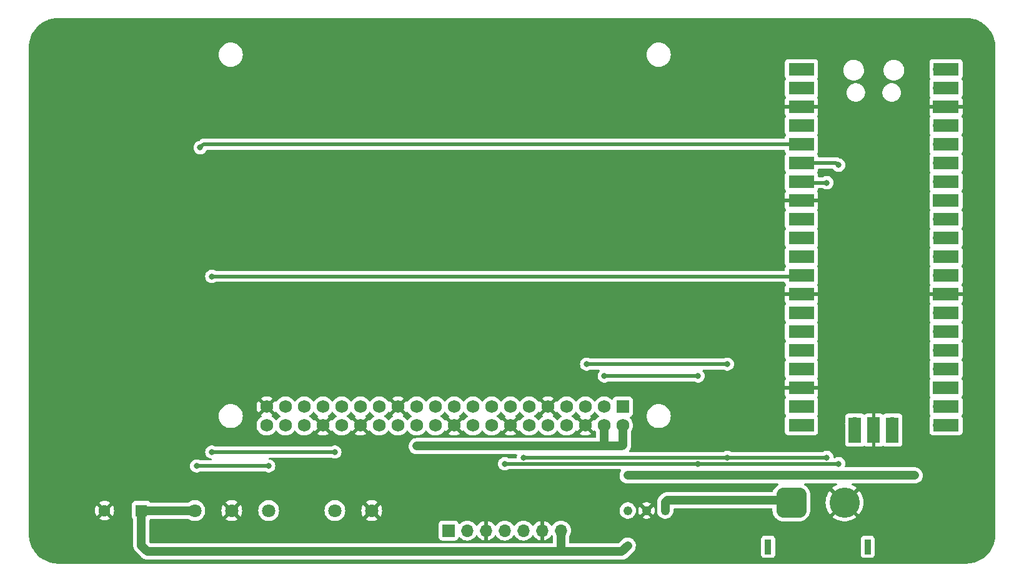
<source format=gbr>
%TF.GenerationSoftware,KiCad,Pcbnew,7.0.10*%
%TF.CreationDate,2024-01-30T18:20:02-08:00*%
%TF.ProjectId,pcb-1,7063622d-312e-46b6-9963-61645f706362,rev?*%
%TF.SameCoordinates,Original*%
%TF.FileFunction,Copper,L1,Top*%
%TF.FilePolarity,Positive*%
%FSLAX46Y46*%
G04 Gerber Fmt 4.6, Leading zero omitted, Abs format (unit mm)*
G04 Created by KiCad (PCBNEW 7.0.10) date 2024-01-30 18:20:02*
%MOMM*%
%LPD*%
G01*
G04 APERTURE LIST*
G04 Aperture macros list*
%AMRoundRect*
0 Rectangle with rounded corners*
0 $1 Rounding radius*
0 $2 $3 $4 $5 $6 $7 $8 $9 X,Y pos of 4 corners*
0 Add a 4 corners polygon primitive as box body*
4,1,4,$2,$3,$4,$5,$6,$7,$8,$9,$2,$3,0*
0 Add four circle primitives for the rounded corners*
1,1,$1+$1,$2,$3*
1,1,$1+$1,$4,$5*
1,1,$1+$1,$6,$7*
1,1,$1+$1,$8,$9*
0 Add four rect primitives between the rounded corners*
20,1,$1+$1,$2,$3,$4,$5,0*
20,1,$1+$1,$4,$5,$6,$7,0*
20,1,$1+$1,$6,$7,$8,$9,0*
20,1,$1+$1,$8,$9,$2,$3,0*%
G04 Aperture macros list end*
%TA.AperFunction,ComponentPad*%
%ADD10R,1.600000X1.600000*%
%TD*%
%TA.AperFunction,ComponentPad*%
%ADD11C,1.600000*%
%TD*%
%TA.AperFunction,ComponentPad*%
%ADD12R,1.750000X1.750000*%
%TD*%
%TA.AperFunction,ComponentPad*%
%ADD13C,1.750000*%
%TD*%
%TA.AperFunction,ComponentPad*%
%ADD14R,1.700000X1.700000*%
%TD*%
%TA.AperFunction,ComponentPad*%
%ADD15O,1.700000X1.700000*%
%TD*%
%TA.AperFunction,SMDPad,CuDef*%
%ADD16R,3.500000X1.700000*%
%TD*%
%TA.AperFunction,SMDPad,CuDef*%
%ADD17R,1.700000X3.500000*%
%TD*%
%TA.AperFunction,ComponentPad*%
%ADD18C,1.803400*%
%TD*%
%TA.AperFunction,ComponentPad*%
%ADD19C,1.219200*%
%TD*%
%TA.AperFunction,ComponentPad*%
%ADD20R,0.900000X2.000000*%
%TD*%
%TA.AperFunction,ComponentPad*%
%ADD21RoundRect,1.025000X1.025000X1.025000X-1.025000X1.025000X-1.025000X-1.025000X1.025000X-1.025000X0*%
%TD*%
%TA.AperFunction,ComponentPad*%
%ADD22C,4.100000*%
%TD*%
%TA.AperFunction,ViaPad*%
%ADD23C,0.800000*%
%TD*%
%TA.AperFunction,Conductor*%
%ADD24C,1.200000*%
%TD*%
%TA.AperFunction,Conductor*%
%ADD25C,0.500000*%
%TD*%
G04 APERTURE END LIST*
D10*
%TO.P,C1,1*%
%TO.N,+5V*%
X91258934Y-127793750D03*
D11*
%TO.P,C1,2*%
%TO.N,GND*%
X86258934Y-127793750D03*
%TD*%
D12*
%TO.P,J1,1,3V3*%
%TO.N,unconnected-(J1-3V3-Pad1)*%
X156500000Y-113710000D03*
D13*
%TO.P,J1,2,5V*%
%TO.N,+5V*%
X156500000Y-116250000D03*
%TO.P,J1,3,SDA/GPIO2*%
%TO.N,SDA*%
X153960000Y-113710000D03*
%TO.P,J1,4,5V*%
%TO.N,+5V*%
X153960000Y-116250000D03*
%TO.P,J1,5,SCL/GPIO3*%
%TO.N,SCL*%
X151420000Y-113710000D03*
%TO.P,J1,6,GND*%
%TO.N,GND*%
X151420000Y-116250000D03*
%TO.P,J1,7,GCLK0/GPIO4*%
%TO.N,unconnected-(J1-GCLK0{slash}GPIO4-Pad7)*%
X148880000Y-113710000D03*
%TO.P,J1,8,GPIO14/TXD*%
%TO.N,unconnected-(J1-GPIO14{slash}TXD-Pad8)*%
X148880000Y-116250000D03*
%TO.P,J1,9,GND*%
%TO.N,GND*%
X146340000Y-113710000D03*
%TO.P,J1,10,GPIO15/RXD*%
%TO.N,unconnected-(J1-GPIO15{slash}RXD-Pad10)*%
X146340000Y-116250000D03*
%TO.P,J1,11,GPIO17*%
%TO.N,unconnected-(J1-GPIO17-Pad11)*%
X143800000Y-113710000D03*
%TO.P,J1,12,GPIO18/PWM0*%
%TO.N,unconnected-(J1-GPIO18{slash}PWM0-Pad12)*%
X143800000Y-116250000D03*
%TO.P,J1,13,GPIO27*%
%TO.N,unconnected-(J1-GPIO27-Pad13)*%
X141260000Y-113710000D03*
%TO.P,J1,14,GND*%
%TO.N,GND*%
X141260000Y-116250000D03*
%TO.P,J1,15,GPIO22*%
%TO.N,unconnected-(J1-GPIO22-Pad15)*%
X138720000Y-113710000D03*
%TO.P,J1,16,GPIO23*%
%TO.N,unconnected-(J1-GPIO23-Pad16)*%
X138720000Y-116250000D03*
%TO.P,J1,17,3V3*%
%TO.N,unconnected-(J1-3V3-Pad17)*%
X136180000Y-113710000D03*
%TO.P,J1,18,GPIO24*%
%TO.N,unconnected-(J1-GPIO24-Pad18)*%
X136180000Y-116250000D03*
%TO.P,J1,19,MOSI0/GPIO10*%
%TO.N,unconnected-(J1-MOSI0{slash}GPIO10-Pad19)*%
X133640000Y-113710000D03*
%TO.P,J1,20,GND*%
%TO.N,GND*%
X133640000Y-116250000D03*
%TO.P,J1,21,MISO0/GPIO9*%
%TO.N,unconnected-(J1-MISO0{slash}GPIO9-Pad21)*%
X131100000Y-113710000D03*
%TO.P,J1,22,GPIO25*%
%TO.N,unconnected-(J1-GPIO25-Pad22)*%
X131100000Y-116250000D03*
%TO.P,J1,23,SCLK0/GPIO11*%
%TO.N,unconnected-(J1-SCLK0{slash}GPIO11-Pad23)*%
X128560000Y-113710000D03*
%TO.P,J1,24,~{CE0}/GPIO8*%
%TO.N,unconnected-(J1-~{CE0}{slash}GPIO8-Pad24)*%
X128560000Y-116250000D03*
%TO.P,J1,25,GND*%
%TO.N,GND*%
X126020000Y-113710000D03*
%TO.P,J1,26,~{CE1}/GPIO7*%
%TO.N,unconnected-(J1-~{CE1}{slash}GPIO7-Pad26)*%
X126020000Y-116250000D03*
%TO.P,J1,27,ID_SD/GPIO0*%
%TO.N,unconnected-(J1-ID_SD{slash}GPIO0-Pad27)*%
X123480000Y-113710000D03*
%TO.P,J1,28,ID_SC/GPIO1*%
%TO.N,unconnected-(J1-ID_SC{slash}GPIO1-Pad28)*%
X123480000Y-116250000D03*
%TO.P,J1,29,GCLK1/GPIO5*%
%TO.N,unconnected-(J1-GCLK1{slash}GPIO5-Pad29)*%
X120940000Y-113710000D03*
%TO.P,J1,30,GND*%
%TO.N,GND*%
X120940000Y-116250000D03*
%TO.P,J1,31,GCLK2/GPIO6*%
%TO.N,unconnected-(J1-GCLK2{slash}GPIO6-Pad31)*%
X118400000Y-113710000D03*
%TO.P,J1,32,PWM0/GPIO12*%
%TO.N,unconnected-(J1-PWM0{slash}GPIO12-Pad32)*%
X118400000Y-116250000D03*
%TO.P,J1,33,PWM1/GPIO13*%
%TO.N,unconnected-(J1-PWM1{slash}GPIO13-Pad33)*%
X115860000Y-113710000D03*
%TO.P,J1,34,GND*%
%TO.N,GND*%
X115860000Y-116250000D03*
%TO.P,J1,35,GPIO19/MISO1*%
%TO.N,unconnected-(J1-GPIO19{slash}MISO1-Pad35)*%
X113320000Y-113710000D03*
%TO.P,J1,36,GPIO16*%
%TO.N,unconnected-(J1-GPIO16-Pad36)*%
X113320000Y-116250000D03*
%TO.P,J1,37,GPIO26*%
%TO.N,unconnected-(J1-GPIO26-Pad37)*%
X110780000Y-113710000D03*
%TO.P,J1,38,GPIO20/MOSI1*%
%TO.N,unconnected-(J1-GPIO20{slash}MOSI1-Pad38)*%
X110780000Y-116250000D03*
%TO.P,J1,39,GND*%
%TO.N,GND*%
X108240000Y-113710000D03*
%TO.P,J1,40,GPIO21/SCLK1*%
%TO.N,unconnected-(J1-GPIO21{slash}SCLK1-Pad40)*%
X108240000Y-116250000D03*
%TD*%
D14*
%TO.P,J3,1,Pin_1*%
%TO.N,unconnected-(J3-Pin_1-Pad1)*%
X132868750Y-130500000D03*
D15*
%TO.P,J3,2,Pin_2*%
%TO.N,unconnected-(J3-Pin_2-Pad2)*%
X135408750Y-130500000D03*
%TO.P,J3,3,Pin_3*%
%TO.N,GND*%
X137948750Y-130500000D03*
%TO.P,J3,4,Pin_4*%
%TO.N,SDA*%
X140488750Y-130500000D03*
%TO.P,J3,5,Pin_5*%
%TO.N,SCL*%
X143028750Y-130500000D03*
%TO.P,J3,6,Pin_6*%
%TO.N,GND*%
X145568750Y-130500000D03*
%TO.P,J3,7,Pin_7*%
%TO.N,+5V*%
X148108750Y-130500000D03*
%TD*%
%TO.P,U1,1,GPIO0*%
%TO.N,unconnected-(U1-GPIO0-Pad1)*%
X181610000Y-67945000D03*
D16*
X180710000Y-67945000D03*
D15*
%TO.P,U1,2,GPIO1*%
%TO.N,unconnected-(U1-GPIO1-Pad2)*%
X181610000Y-70485000D03*
D16*
X180710000Y-70485000D03*
D14*
%TO.P,U1,3,GND*%
%TO.N,GND*%
X181610000Y-73025000D03*
D16*
X180710000Y-73025000D03*
D15*
%TO.P,U1,4,GPIO2*%
%TO.N,unconnected-(U1-GPIO2-Pad4)*%
X181610000Y-75565000D03*
D16*
X180710000Y-75565000D03*
D15*
%TO.P,U1,5,GPIO3*%
%TO.N,SERVO*%
X181610000Y-78105000D03*
D16*
X180710000Y-78105000D03*
D15*
%TO.P,U1,6,GPIO4*%
%TO.N,SDA*%
X181610000Y-80645000D03*
D16*
X180710000Y-80645000D03*
D15*
%TO.P,U1,7,GPIO5*%
%TO.N,SCL*%
X181610000Y-83185000D03*
D16*
X180710000Y-83185000D03*
D14*
%TO.P,U1,8,GND*%
%TO.N,GND*%
X181610000Y-85725000D03*
D16*
X180710000Y-85725000D03*
D15*
%TO.P,U1,9,GPIO6*%
%TO.N,unconnected-(U1-GPIO6-Pad9)*%
X181610000Y-88265000D03*
D16*
X180710000Y-88265000D03*
D15*
%TO.P,U1,10,GPIO7*%
%TO.N,unconnected-(U1-GPIO7-Pad10)*%
X181610000Y-90805000D03*
D16*
X180710000Y-90805000D03*
D15*
%TO.P,U1,11,GPIO8*%
%TO.N,unconnected-(U1-GPIO8-Pad11)*%
X181610000Y-93345000D03*
D16*
X180710000Y-93345000D03*
D15*
%TO.P,U1,12,GPIO9*%
%TO.N,ESC*%
X181610000Y-95885000D03*
D16*
X180710000Y-95885000D03*
D14*
%TO.P,U1,13,GND*%
%TO.N,GND*%
X181610000Y-98425000D03*
D16*
X180710000Y-98425000D03*
D15*
%TO.P,U1,14,GPIO10*%
%TO.N,unconnected-(U1-GPIO10-Pad14)*%
X181610000Y-100965000D03*
D16*
X180710000Y-100965000D03*
D15*
%TO.P,U1,15,GPIO11*%
%TO.N,unconnected-(U1-GPIO11-Pad15)*%
X181610000Y-103505000D03*
D16*
X180710000Y-103505000D03*
D15*
%TO.P,U1,16,GPIO12*%
%TO.N,unconnected-(U1-GPIO12-Pad16)*%
X181610000Y-106045000D03*
D16*
X180710000Y-106045000D03*
D15*
%TO.P,U1,17,GPIO13*%
%TO.N,unconnected-(U1-GPIO13-Pad17)*%
X181610000Y-108585000D03*
D16*
X180710000Y-108585000D03*
D14*
%TO.P,U1,18,GND*%
%TO.N,GND*%
X181610000Y-111125000D03*
D16*
X180710000Y-111125000D03*
D15*
%TO.P,U1,19,GPIO14*%
%TO.N,unconnected-(U1-GPIO14-Pad19)*%
X181610000Y-113665000D03*
D16*
X180710000Y-113665000D03*
D15*
%TO.P,U1,20,GPIO15*%
%TO.N,unconnected-(U1-GPIO15-Pad20)*%
X181610000Y-116205000D03*
D16*
X180710000Y-116205000D03*
D15*
%TO.P,U1,21,GPIO16*%
%TO.N,unconnected-(U1-GPIO16-Pad21)*%
X199390000Y-116205000D03*
D16*
X200290000Y-116205000D03*
D15*
%TO.P,U1,22,GPIO17*%
%TO.N,unconnected-(U1-GPIO17-Pad22)*%
X199390000Y-113665000D03*
D16*
X200290000Y-113665000D03*
D14*
%TO.P,U1,23,GND*%
%TO.N,unconnected-(U1-GND-Pad23)*%
X199390000Y-111125000D03*
D16*
X200290000Y-111125000D03*
D15*
%TO.P,U1,24,GPIO18*%
%TO.N,unconnected-(U1-GPIO18-Pad24)*%
X199390000Y-108585000D03*
D16*
X200290000Y-108585000D03*
D15*
%TO.P,U1,25,GPIO19*%
%TO.N,unconnected-(U1-GPIO19-Pad25)*%
X199390000Y-106045000D03*
D16*
X200290000Y-106045000D03*
D15*
%TO.P,U1,26,GPIO20*%
%TO.N,unconnected-(U1-GPIO20-Pad26)*%
X199390000Y-103505000D03*
D16*
X200290000Y-103505000D03*
D15*
%TO.P,U1,27,GPIO21*%
%TO.N,unconnected-(U1-GPIO21-Pad27)*%
X199390000Y-100965000D03*
D16*
X200290000Y-100965000D03*
D14*
%TO.P,U1,28,GND*%
%TO.N,GND*%
X199390000Y-98425000D03*
D16*
X200290000Y-98425000D03*
D15*
%TO.P,U1,29,GPIO22*%
%TO.N,unconnected-(U1-GPIO22-Pad29)*%
X199390000Y-95885000D03*
D16*
X200290000Y-95885000D03*
D15*
%TO.P,U1,30,RUN*%
%TO.N,unconnected-(U1-RUN-Pad30)*%
X199390000Y-93345000D03*
D16*
X200290000Y-93345000D03*
D15*
%TO.P,U1,31,GPIO26_ADC0*%
%TO.N,unconnected-(U1-GPIO26_ADC0-Pad31)*%
X199390000Y-90805000D03*
D16*
X200290000Y-90805000D03*
D15*
%TO.P,U1,32,GPIO27_ADC1*%
%TO.N,unconnected-(U1-GPIO27_ADC1-Pad32)*%
X199390000Y-88265000D03*
D16*
X200290000Y-88265000D03*
D14*
%TO.P,U1,33,AGND*%
%TO.N,unconnected-(U1-AGND-Pad33)*%
X199390000Y-85725000D03*
D16*
X200290000Y-85725000D03*
D15*
%TO.P,U1,34,GPIO28_ADC2*%
%TO.N,unconnected-(U1-GPIO28_ADC2-Pad34)*%
X199390000Y-83185000D03*
D16*
X200290000Y-83185000D03*
D15*
%TO.P,U1,35,ADC_VREF*%
%TO.N,unconnected-(U1-ADC_VREF-Pad35)*%
X199390000Y-80645000D03*
D16*
X200290000Y-80645000D03*
D15*
%TO.P,U1,36,3V3*%
%TO.N,unconnected-(U1-3V3-Pad36)*%
X199390000Y-78105000D03*
D16*
X200290000Y-78105000D03*
D15*
%TO.P,U1,37,3V3_EN*%
%TO.N,unconnected-(U1-3V3_EN-Pad37)*%
X199390000Y-75565000D03*
D16*
X200290000Y-75565000D03*
D14*
%TO.P,U1,38,GND*%
%TO.N,GND*%
X199390000Y-73025000D03*
D16*
X200290000Y-73025000D03*
D15*
%TO.P,U1,39,VSYS*%
%TO.N,unconnected-(U1-VSYS-Pad39)*%
X199390000Y-70485000D03*
D16*
X200290000Y-70485000D03*
D15*
%TO.P,U1,40,VBUS*%
%TO.N,+5V*%
X199390000Y-67945000D03*
D16*
X200290000Y-67945000D03*
D15*
%TO.P,U1,41,SWCLK*%
%TO.N,unconnected-(U1-SWCLK-Pad41)*%
X187960000Y-115975000D03*
D17*
X187960000Y-116875000D03*
D14*
%TO.P,U1,42,GND*%
%TO.N,GND*%
X190500000Y-115975000D03*
D17*
X190500000Y-116875000D03*
D15*
%TO.P,U1,43,SWDIO*%
%TO.N,unconnected-(U1-SWDIO-Pad43)*%
X193040000Y-115975000D03*
D17*
X193040000Y-116875000D03*
%TD*%
D18*
%TO.P,J2,1,Pin_1*%
%TO.N,+5V*%
X98498650Y-127793750D03*
%TO.P,J2,2,Pin_2*%
%TO.N,GND*%
X103498650Y-127793750D03*
%TO.P,J2,3,Pin_3*%
%TO.N,SERVO*%
X108498650Y-127793750D03*
%TD*%
D19*
%TO.P,U2,1,+VIN*%
%TO.N,VCC*%
X162242500Y-127793750D03*
%TO.P,U2,2,GND*%
%TO.N,GND*%
X159702500Y-127793750D03*
%TO.P,U2,3,+VOUT*%
%TO.N,+5V*%
X157162500Y-127793750D03*
%TD*%
D20*
%TO.P,J5,*%
%TO.N,*%
X189681250Y-132700000D03*
X176181250Y-132700000D03*
D21*
%TO.P,J5,1,Pin_1*%
%TO.N,VCC*%
X179331250Y-126700000D03*
D22*
%TO.P,J5,2,Pin_2*%
%TO.N,GND*%
X186531250Y-126700000D03*
%TD*%
D18*
%TO.P,J4,1,Pin_1*%
%TO.N,ESC*%
X117475000Y-127793750D03*
%TO.P,J4,2,Pin_2*%
%TO.N,GND*%
X122475000Y-127793750D03*
%TD*%
D23*
%TO.N,+5V*%
X157162500Y-132556250D03*
X128587500Y-119062500D03*
X128587500Y-133350000D03*
X196056250Y-123031250D03*
X157162500Y-123031250D03*
%TO.N,SCL*%
X143028750Y-120593750D03*
X184150000Y-120593750D03*
X170656250Y-120593750D03*
X151606250Y-107950000D03*
X170656250Y-107950000D03*
X184150000Y-83343750D03*
%TO.N,SDA*%
X153987500Y-109537500D03*
X166687500Y-109537500D03*
X185737500Y-80962500D03*
X185737500Y-121443750D03*
X140493750Y-121443750D03*
X166687500Y-121443750D03*
%TO.N,SERVO*%
X108498650Y-121750000D03*
X99218750Y-78581250D03*
X98750000Y-121750000D03*
%TO.N,ESC*%
X117475000Y-119856250D03*
X100806250Y-119856250D03*
X100806250Y-96043750D03*
%TD*%
D24*
%TO.N,+5V*%
X156368750Y-133350000D02*
X157162500Y-132556250D01*
X148108750Y-133027500D02*
X148431250Y-133350000D01*
X128587500Y-133350000D02*
X148431250Y-133350000D01*
X148431250Y-133350000D02*
X156368750Y-133350000D01*
X91258934Y-127793750D02*
X91258934Y-132533934D01*
X91258934Y-132533934D02*
X92075000Y-133350000D01*
X92075000Y-133350000D02*
X128587500Y-133350000D01*
X153987500Y-119062500D02*
X128587500Y-119062500D01*
X196056250Y-123031250D02*
X157162500Y-123031250D01*
X153960000Y-119035000D02*
X153960000Y-116250000D01*
X153987500Y-119062500D02*
X153960000Y-119035000D01*
X91258934Y-127793750D02*
X98498650Y-127793750D01*
X156500000Y-116250000D02*
X156500000Y-118931250D01*
X156500000Y-118931250D02*
X156368750Y-119062500D01*
X148108750Y-130968750D02*
X148108750Y-133027500D01*
X156368750Y-119062500D02*
X153987500Y-119062500D01*
D25*
%TO.N,SCL*%
X184150000Y-120593750D02*
X184093750Y-120650000D01*
X170656250Y-120593750D02*
X143028750Y-120593750D01*
X184093750Y-120650000D02*
X170712500Y-120650000D01*
X170712500Y-120650000D02*
X170656250Y-120593750D01*
X184150000Y-83343750D02*
X181768750Y-83343750D01*
X151606250Y-107950000D02*
X170656250Y-107950000D01*
X181768750Y-83343750D02*
X181610000Y-83185000D01*
%TO.N,SDA*%
X185737500Y-121443750D02*
X166687500Y-121443750D01*
X184943750Y-80645000D02*
X181610000Y-80645000D01*
X166687500Y-121443750D02*
X140493750Y-121443750D01*
X184943750Y-80645000D02*
X185420000Y-80645000D01*
X185420000Y-80645000D02*
X185737500Y-80962500D01*
X153987500Y-109537500D02*
X166687500Y-109537500D01*
%TO.N,SERVO*%
X99218750Y-78581250D02*
X99695000Y-78105000D01*
X99695000Y-78105000D02*
X181610000Y-78105000D01*
X108498650Y-121750000D02*
X98750000Y-121750000D01*
%TO.N,ESC*%
X117706250Y-96043750D02*
X181451250Y-96043750D01*
X100806250Y-119856250D02*
X117475000Y-119856250D01*
X117706250Y-96043750D02*
X100806250Y-96043750D01*
X181451250Y-96043750D02*
X181610000Y-95885000D01*
D24*
%TO.N,VCC*%
X179015400Y-126384150D02*
X162540850Y-126384150D01*
X179331250Y-126700000D02*
X179015400Y-126384150D01*
X162540850Y-126384150D02*
X162242500Y-126682500D01*
X162242500Y-126682500D02*
X162242500Y-127793750D01*
%TD*%
%TA.AperFunction,Conductor*%
%TO.N,GND*%
G36*
X114671904Y-114414596D02*
G01*
X114693809Y-114439875D01*
X114770814Y-114557742D01*
X114831835Y-114624028D01*
X114924726Y-114724935D01*
X114925208Y-114725458D01*
X114925212Y-114725461D01*
X115104552Y-114865047D01*
X115105094Y-114865469D01*
X115115211Y-114870944D01*
X115115736Y-114871228D01*
X115165328Y-114920446D01*
X115180438Y-114988662D01*
X115156268Y-115054218D01*
X115115744Y-115089336D01*
X115105366Y-115094952D01*
X115079015Y-115115461D01*
X115079015Y-115115463D01*
X115720400Y-115756847D01*
X115715408Y-115757565D01*
X115582530Y-115818248D01*
X115472131Y-115913910D01*
X115393155Y-116036799D01*
X115370477Y-116114030D01*
X114726874Y-115470427D01*
X114694106Y-115520583D01*
X114640960Y-115565939D01*
X114571729Y-115575363D01*
X114508393Y-115545861D01*
X114486490Y-115520583D01*
X114409183Y-115402255D01*
X114254794Y-115234544D01*
X114254793Y-115234543D01*
X114254791Y-115234541D01*
X114254787Y-115234538D01*
X114074909Y-115094533D01*
X114074900Y-115094527D01*
X114064789Y-115089056D01*
X114015197Y-115039838D01*
X114000087Y-114971621D01*
X114024257Y-114906065D01*
X114064789Y-114870944D01*
X114065314Y-114870660D01*
X114074906Y-114865469D01*
X114254794Y-114725456D01*
X114409183Y-114557745D01*
X114486191Y-114439874D01*
X114539337Y-114394518D01*
X114608568Y-114385094D01*
X114671904Y-114414596D01*
G37*
%TD.AperFunction*%
%TA.AperFunction,Conductor*%
G36*
X119751904Y-114414596D02*
G01*
X119773809Y-114439875D01*
X119850814Y-114557742D01*
X119911835Y-114624028D01*
X120004726Y-114724935D01*
X120005208Y-114725458D01*
X120005212Y-114725461D01*
X120184552Y-114865047D01*
X120185094Y-114865469D01*
X120195211Y-114870944D01*
X120195736Y-114871228D01*
X120245328Y-114920446D01*
X120260438Y-114988662D01*
X120236268Y-115054218D01*
X120195744Y-115089336D01*
X120185366Y-115094952D01*
X120159015Y-115115461D01*
X120159015Y-115115463D01*
X120800400Y-115756847D01*
X120795408Y-115757565D01*
X120662530Y-115818248D01*
X120552131Y-115913910D01*
X120473155Y-116036799D01*
X120450477Y-116114030D01*
X119806874Y-115470427D01*
X119774106Y-115520583D01*
X119720960Y-115565939D01*
X119651729Y-115575363D01*
X119588393Y-115545861D01*
X119566490Y-115520583D01*
X119489183Y-115402255D01*
X119334794Y-115234544D01*
X119334793Y-115234543D01*
X119334791Y-115234541D01*
X119334787Y-115234538D01*
X119154909Y-115094533D01*
X119154900Y-115094527D01*
X119144789Y-115089056D01*
X119095197Y-115039838D01*
X119080087Y-114971621D01*
X119104257Y-114906065D01*
X119144789Y-114870944D01*
X119145314Y-114870660D01*
X119154906Y-114865469D01*
X119334794Y-114725456D01*
X119489183Y-114557745D01*
X119566191Y-114439874D01*
X119619337Y-114394518D01*
X119688568Y-114385094D01*
X119751904Y-114414596D01*
G37*
%TD.AperFunction*%
%TA.AperFunction,Conductor*%
G36*
X132451904Y-114414596D02*
G01*
X132473809Y-114439875D01*
X132550814Y-114557742D01*
X132611835Y-114624028D01*
X132704726Y-114724935D01*
X132705208Y-114725458D01*
X132705212Y-114725461D01*
X132884552Y-114865047D01*
X132885094Y-114865469D01*
X132895211Y-114870944D01*
X132895736Y-114871228D01*
X132945328Y-114920446D01*
X132960438Y-114988662D01*
X132936268Y-115054218D01*
X132895744Y-115089336D01*
X132885366Y-115094952D01*
X132859015Y-115115461D01*
X132859015Y-115115463D01*
X133500400Y-115756847D01*
X133495408Y-115757565D01*
X133362530Y-115818248D01*
X133252131Y-115913910D01*
X133173155Y-116036799D01*
X133150477Y-116114030D01*
X132506874Y-115470427D01*
X132474106Y-115520583D01*
X132420960Y-115565939D01*
X132351729Y-115575363D01*
X132288393Y-115545861D01*
X132266490Y-115520583D01*
X132189183Y-115402255D01*
X132034794Y-115234544D01*
X132034793Y-115234543D01*
X132034791Y-115234541D01*
X132034787Y-115234538D01*
X131854909Y-115094533D01*
X131854900Y-115094527D01*
X131844789Y-115089056D01*
X131795197Y-115039838D01*
X131780087Y-114971621D01*
X131804257Y-114906065D01*
X131844789Y-114870944D01*
X131845314Y-114870660D01*
X131854906Y-114865469D01*
X132034794Y-114725456D01*
X132189183Y-114557745D01*
X132266191Y-114439874D01*
X132319337Y-114394518D01*
X132388568Y-114385094D01*
X132451904Y-114414596D01*
G37*
%TD.AperFunction*%
%TA.AperFunction,Conductor*%
G36*
X140071904Y-114414596D02*
G01*
X140093809Y-114439875D01*
X140170814Y-114557742D01*
X140231835Y-114624028D01*
X140324726Y-114724935D01*
X140325208Y-114725458D01*
X140325212Y-114725461D01*
X140504552Y-114865047D01*
X140505094Y-114865469D01*
X140515211Y-114870944D01*
X140515736Y-114871228D01*
X140565328Y-114920446D01*
X140580438Y-114988662D01*
X140556268Y-115054218D01*
X140515744Y-115089336D01*
X140505366Y-115094952D01*
X140479015Y-115115461D01*
X140479015Y-115115463D01*
X141120400Y-115756847D01*
X141115408Y-115757565D01*
X140982530Y-115818248D01*
X140872131Y-115913910D01*
X140793155Y-116036799D01*
X140770477Y-116114030D01*
X140126874Y-115470427D01*
X140094106Y-115520583D01*
X140040960Y-115565939D01*
X139971729Y-115575363D01*
X139908393Y-115545861D01*
X139886490Y-115520583D01*
X139809183Y-115402255D01*
X139654794Y-115234544D01*
X139654793Y-115234543D01*
X139654791Y-115234541D01*
X139654787Y-115234538D01*
X139474909Y-115094533D01*
X139474900Y-115094527D01*
X139464789Y-115089056D01*
X139415197Y-115039838D01*
X139400087Y-114971621D01*
X139424257Y-114906065D01*
X139464789Y-114870944D01*
X139465314Y-114870660D01*
X139474906Y-114865469D01*
X139654794Y-114725456D01*
X139809183Y-114557745D01*
X139886191Y-114439874D01*
X139939337Y-114394518D01*
X140008568Y-114385094D01*
X140071904Y-114414596D01*
G37*
%TD.AperFunction*%
%TA.AperFunction,Conductor*%
G36*
X150231904Y-114414596D02*
G01*
X150253809Y-114439875D01*
X150330814Y-114557742D01*
X150391835Y-114624028D01*
X150484726Y-114724935D01*
X150485208Y-114725458D01*
X150485212Y-114725461D01*
X150664552Y-114865047D01*
X150665094Y-114865469D01*
X150675211Y-114870944D01*
X150675736Y-114871228D01*
X150725328Y-114920446D01*
X150740438Y-114988662D01*
X150716268Y-115054218D01*
X150675744Y-115089336D01*
X150665366Y-115094952D01*
X150639015Y-115115461D01*
X150639015Y-115115463D01*
X151280400Y-115756847D01*
X151275408Y-115757565D01*
X151142530Y-115818248D01*
X151032131Y-115913910D01*
X150953155Y-116036799D01*
X150930477Y-116114030D01*
X150286874Y-115470427D01*
X150254106Y-115520583D01*
X150200960Y-115565939D01*
X150131729Y-115575363D01*
X150068393Y-115545861D01*
X150046490Y-115520583D01*
X149969183Y-115402255D01*
X149814794Y-115234544D01*
X149814793Y-115234543D01*
X149814791Y-115234541D01*
X149814787Y-115234538D01*
X149634909Y-115094533D01*
X149634900Y-115094527D01*
X149624789Y-115089056D01*
X149575197Y-115039838D01*
X149560087Y-114971621D01*
X149584257Y-114906065D01*
X149624789Y-114870944D01*
X149625314Y-114870660D01*
X149634906Y-114865469D01*
X149814794Y-114725456D01*
X149969183Y-114557745D01*
X150046191Y-114439874D01*
X150099337Y-114394518D01*
X150168568Y-114385094D01*
X150231904Y-114414596D01*
G37*
%TD.AperFunction*%
%TA.AperFunction,Conductor*%
G36*
X117211904Y-114414596D02*
G01*
X117233809Y-114439875D01*
X117310814Y-114557742D01*
X117371835Y-114624028D01*
X117464726Y-114724935D01*
X117465208Y-114725458D01*
X117465212Y-114725461D01*
X117644552Y-114865047D01*
X117645094Y-114865469D01*
X117645096Y-114865470D01*
X117645099Y-114865472D01*
X117655214Y-114870946D01*
X117704804Y-114920166D01*
X117719911Y-114988382D01*
X117695740Y-115053938D01*
X117655214Y-115089054D01*
X117645099Y-115094527D01*
X117645090Y-115094533D01*
X117465212Y-115234538D01*
X117465208Y-115234541D01*
X117310813Y-115402259D01*
X117233508Y-115520583D01*
X117180362Y-115565940D01*
X117111131Y-115575363D01*
X117047795Y-115545861D01*
X117025891Y-115520582D01*
X116993123Y-115470427D01*
X116349521Y-116114029D01*
X116326845Y-116036799D01*
X116247869Y-115913910D01*
X116137470Y-115818248D01*
X116004592Y-115757565D01*
X115999600Y-115756847D01*
X116640983Y-115115462D01*
X116614626Y-115094948D01*
X116604260Y-115089338D01*
X116554670Y-115040117D01*
X116539563Y-114971901D01*
X116563735Y-114906345D01*
X116604264Y-114871228D01*
X116604789Y-114870944D01*
X116614906Y-114865469D01*
X116794794Y-114725456D01*
X116949183Y-114557745D01*
X117026191Y-114439874D01*
X117079337Y-114394518D01*
X117148568Y-114385094D01*
X117211904Y-114414596D01*
G37*
%TD.AperFunction*%
%TA.AperFunction,Conductor*%
G36*
X122291904Y-114414596D02*
G01*
X122313809Y-114439875D01*
X122390814Y-114557742D01*
X122451835Y-114624028D01*
X122544726Y-114724935D01*
X122545208Y-114725458D01*
X122545212Y-114725461D01*
X122724552Y-114865047D01*
X122725094Y-114865469D01*
X122725096Y-114865470D01*
X122725099Y-114865472D01*
X122735214Y-114870946D01*
X122784804Y-114920166D01*
X122799911Y-114988382D01*
X122775740Y-115053938D01*
X122735214Y-115089054D01*
X122725099Y-115094527D01*
X122725090Y-115094533D01*
X122545212Y-115234538D01*
X122545208Y-115234541D01*
X122390813Y-115402259D01*
X122313508Y-115520583D01*
X122260362Y-115565940D01*
X122191131Y-115575363D01*
X122127795Y-115545861D01*
X122105891Y-115520582D01*
X122073123Y-115470427D01*
X121429521Y-116114029D01*
X121406845Y-116036799D01*
X121327869Y-115913910D01*
X121217470Y-115818248D01*
X121084592Y-115757565D01*
X121079600Y-115756847D01*
X121720983Y-115115462D01*
X121694626Y-115094948D01*
X121684260Y-115089338D01*
X121634670Y-115040117D01*
X121619563Y-114971901D01*
X121643735Y-114906345D01*
X121684264Y-114871228D01*
X121684789Y-114870944D01*
X121694906Y-114865469D01*
X121874794Y-114725456D01*
X122029183Y-114557745D01*
X122106191Y-114439874D01*
X122159337Y-114394518D01*
X122228568Y-114385094D01*
X122291904Y-114414596D01*
G37*
%TD.AperFunction*%
%TA.AperFunction,Conductor*%
G36*
X134991904Y-114414596D02*
G01*
X135013809Y-114439875D01*
X135090814Y-114557742D01*
X135151835Y-114624028D01*
X135244726Y-114724935D01*
X135245208Y-114725458D01*
X135245212Y-114725461D01*
X135424552Y-114865047D01*
X135425094Y-114865469D01*
X135425096Y-114865470D01*
X135425099Y-114865472D01*
X135435214Y-114870946D01*
X135484804Y-114920166D01*
X135499911Y-114988382D01*
X135475740Y-115053938D01*
X135435214Y-115089054D01*
X135425099Y-115094527D01*
X135425090Y-115094533D01*
X135245212Y-115234538D01*
X135245208Y-115234541D01*
X135090813Y-115402259D01*
X135013508Y-115520583D01*
X134960362Y-115565940D01*
X134891131Y-115575363D01*
X134827795Y-115545861D01*
X134805891Y-115520582D01*
X134773123Y-115470427D01*
X134129521Y-116114029D01*
X134106845Y-116036799D01*
X134027869Y-115913910D01*
X133917470Y-115818248D01*
X133784592Y-115757565D01*
X133779600Y-115756847D01*
X134420983Y-115115462D01*
X134394626Y-115094948D01*
X134384260Y-115089338D01*
X134334670Y-115040117D01*
X134319563Y-114971901D01*
X134343735Y-114906345D01*
X134384264Y-114871228D01*
X134384789Y-114870944D01*
X134394906Y-114865469D01*
X134574794Y-114725456D01*
X134729183Y-114557745D01*
X134806191Y-114439874D01*
X134859337Y-114394518D01*
X134928568Y-114385094D01*
X134991904Y-114414596D01*
G37*
%TD.AperFunction*%
%TA.AperFunction,Conductor*%
G36*
X142611904Y-114414596D02*
G01*
X142633809Y-114439875D01*
X142710814Y-114557742D01*
X142771835Y-114624028D01*
X142864726Y-114724935D01*
X142865208Y-114725458D01*
X142865212Y-114725461D01*
X143044552Y-114865047D01*
X143045094Y-114865469D01*
X143045096Y-114865470D01*
X143045099Y-114865472D01*
X143055214Y-114870946D01*
X143104804Y-114920166D01*
X143119911Y-114988382D01*
X143095740Y-115053938D01*
X143055214Y-115089054D01*
X143045099Y-115094527D01*
X143045090Y-115094533D01*
X142865212Y-115234538D01*
X142865208Y-115234541D01*
X142710813Y-115402259D01*
X142633508Y-115520583D01*
X142580362Y-115565940D01*
X142511131Y-115575363D01*
X142447795Y-115545861D01*
X142425891Y-115520582D01*
X142393123Y-115470427D01*
X141749521Y-116114029D01*
X141726845Y-116036799D01*
X141647869Y-115913910D01*
X141537470Y-115818248D01*
X141404592Y-115757565D01*
X141399600Y-115756847D01*
X142040983Y-115115462D01*
X142014626Y-115094948D01*
X142004260Y-115089338D01*
X141954670Y-115040117D01*
X141939563Y-114971901D01*
X141963735Y-114906345D01*
X142004264Y-114871228D01*
X142004789Y-114870944D01*
X142014906Y-114865469D01*
X142194794Y-114725456D01*
X142349183Y-114557745D01*
X142426191Y-114439874D01*
X142479337Y-114394518D01*
X142548568Y-114385094D01*
X142611904Y-114414596D01*
G37*
%TD.AperFunction*%
%TA.AperFunction,Conductor*%
G36*
X152771904Y-114414596D02*
G01*
X152793809Y-114439875D01*
X152870814Y-114557742D01*
X152931835Y-114624028D01*
X153024726Y-114724935D01*
X153025208Y-114725458D01*
X153025212Y-114725461D01*
X153204552Y-114865047D01*
X153205094Y-114865469D01*
X153205096Y-114865470D01*
X153205099Y-114865472D01*
X153215214Y-114870946D01*
X153264804Y-114920166D01*
X153279911Y-114988382D01*
X153255740Y-115053938D01*
X153215214Y-115089054D01*
X153205099Y-115094527D01*
X153205090Y-115094533D01*
X153025212Y-115234538D01*
X153025208Y-115234541D01*
X152870813Y-115402259D01*
X152793508Y-115520583D01*
X152740362Y-115565940D01*
X152671131Y-115575363D01*
X152607795Y-115545861D01*
X152585891Y-115520582D01*
X152553123Y-115470427D01*
X151909521Y-116114029D01*
X151886845Y-116036799D01*
X151807869Y-115913910D01*
X151697470Y-115818248D01*
X151564592Y-115757565D01*
X151559600Y-115756847D01*
X152200983Y-115115462D01*
X152174626Y-115094948D01*
X152164260Y-115089338D01*
X152114670Y-115040117D01*
X152099563Y-114971901D01*
X152123735Y-114906345D01*
X152164264Y-114871228D01*
X152164789Y-114870944D01*
X152174906Y-114865469D01*
X152354794Y-114725456D01*
X152509183Y-114557745D01*
X152586191Y-114439874D01*
X152639337Y-114394518D01*
X152708568Y-114385094D01*
X152771904Y-114414596D01*
G37*
%TD.AperFunction*%
%TA.AperFunction,Conductor*%
G36*
X109373123Y-114489571D02*
G01*
X109405892Y-114439416D01*
X109459038Y-114394060D01*
X109528269Y-114384636D01*
X109591605Y-114414138D01*
X109613509Y-114439416D01*
X109690817Y-114557745D01*
X109845206Y-114725456D01*
X109845208Y-114725458D01*
X109845212Y-114725461D01*
X110024552Y-114865047D01*
X110025094Y-114865469D01*
X110025096Y-114865470D01*
X110025099Y-114865472D01*
X110035214Y-114870946D01*
X110084804Y-114920166D01*
X110099911Y-114988382D01*
X110075740Y-115053938D01*
X110035214Y-115089054D01*
X110025099Y-115094527D01*
X110025090Y-115094533D01*
X109845212Y-115234538D01*
X109845208Y-115234541D01*
X109690817Y-115402255D01*
X109613809Y-115520125D01*
X109560662Y-115565481D01*
X109491431Y-115574905D01*
X109428095Y-115545403D01*
X109406191Y-115520125D01*
X109329183Y-115402255D01*
X109174794Y-115234544D01*
X109174793Y-115234543D01*
X109174791Y-115234541D01*
X109174787Y-115234538D01*
X108994909Y-115094533D01*
X108994895Y-115094524D01*
X108984259Y-115088768D01*
X108934669Y-115039548D01*
X108919563Y-114971330D01*
X108943735Y-114905775D01*
X108984265Y-114870658D01*
X108994632Y-114865047D01*
X108994633Y-114865046D01*
X109020983Y-114844537D01*
X109020984Y-114844536D01*
X108379599Y-114203152D01*
X108384592Y-114202435D01*
X108517470Y-114141752D01*
X108627869Y-114046090D01*
X108706845Y-113923201D01*
X108729521Y-113845969D01*
X109373123Y-114489571D01*
G37*
%TD.AperFunction*%
%TA.AperFunction,Conductor*%
G36*
X125553155Y-113923201D02*
G01*
X125632131Y-114046090D01*
X125742530Y-114141752D01*
X125875408Y-114202435D01*
X125880399Y-114203152D01*
X125239015Y-114844536D01*
X125239015Y-114844538D01*
X125265360Y-114865043D01*
X125265370Y-114865050D01*
X125275737Y-114870660D01*
X125325328Y-114919879D01*
X125340436Y-114988095D01*
X125316266Y-115053651D01*
X125275743Y-115088767D01*
X125265100Y-115094527D01*
X125265090Y-115094533D01*
X125085212Y-115234538D01*
X125085208Y-115234541D01*
X124930817Y-115402255D01*
X124853809Y-115520125D01*
X124800662Y-115565481D01*
X124731431Y-115574905D01*
X124668095Y-115545403D01*
X124646191Y-115520125D01*
X124569183Y-115402255D01*
X124414794Y-115234544D01*
X124414793Y-115234543D01*
X124414791Y-115234541D01*
X124414787Y-115234538D01*
X124234909Y-115094533D01*
X124234900Y-115094527D01*
X124224789Y-115089056D01*
X124175197Y-115039838D01*
X124160087Y-114971621D01*
X124184257Y-114906065D01*
X124224789Y-114870944D01*
X124225314Y-114870660D01*
X124234906Y-114865469D01*
X124414794Y-114725456D01*
X124569183Y-114557745D01*
X124646490Y-114439416D01*
X124699636Y-114394060D01*
X124768867Y-114384636D01*
X124832203Y-114414138D01*
X124854108Y-114439417D01*
X124886874Y-114489570D01*
X125530477Y-113845968D01*
X125553155Y-113923201D01*
G37*
%TD.AperFunction*%
%TA.AperFunction,Conductor*%
G36*
X127153123Y-114489571D02*
G01*
X127185892Y-114439416D01*
X127239038Y-114394060D01*
X127308269Y-114384636D01*
X127371605Y-114414138D01*
X127393509Y-114439416D01*
X127470817Y-114557745D01*
X127625206Y-114725456D01*
X127625208Y-114725458D01*
X127625212Y-114725461D01*
X127804552Y-114865047D01*
X127805094Y-114865469D01*
X127805096Y-114865470D01*
X127805099Y-114865472D01*
X127815214Y-114870946D01*
X127864804Y-114920166D01*
X127879911Y-114988382D01*
X127855740Y-115053938D01*
X127815214Y-115089054D01*
X127805099Y-115094527D01*
X127805090Y-115094533D01*
X127625212Y-115234538D01*
X127625208Y-115234541D01*
X127470817Y-115402255D01*
X127393809Y-115520125D01*
X127340662Y-115565481D01*
X127271431Y-115574905D01*
X127208095Y-115545403D01*
X127186191Y-115520125D01*
X127109183Y-115402255D01*
X126954794Y-115234544D01*
X126954793Y-115234543D01*
X126954791Y-115234541D01*
X126954787Y-115234538D01*
X126774909Y-115094533D01*
X126774895Y-115094524D01*
X126764259Y-115088768D01*
X126714669Y-115039548D01*
X126699563Y-114971330D01*
X126723735Y-114905775D01*
X126764265Y-114870658D01*
X126774632Y-114865047D01*
X126774633Y-114865046D01*
X126800983Y-114844537D01*
X126800984Y-114844536D01*
X126159599Y-114203152D01*
X126164592Y-114202435D01*
X126297470Y-114141752D01*
X126407869Y-114046090D01*
X126486845Y-113923201D01*
X126509521Y-113845969D01*
X127153123Y-114489571D01*
G37*
%TD.AperFunction*%
%TA.AperFunction,Conductor*%
G36*
X145873155Y-113923201D02*
G01*
X145952131Y-114046090D01*
X146062530Y-114141752D01*
X146195408Y-114202435D01*
X146200399Y-114203152D01*
X145559015Y-114844536D01*
X145559015Y-114844538D01*
X145585360Y-114865043D01*
X145585370Y-114865050D01*
X145595737Y-114870660D01*
X145645328Y-114919879D01*
X145660436Y-114988095D01*
X145636266Y-115053651D01*
X145595743Y-115088767D01*
X145585100Y-115094527D01*
X145585090Y-115094533D01*
X145405212Y-115234538D01*
X145405208Y-115234541D01*
X145250817Y-115402255D01*
X145173809Y-115520125D01*
X145120662Y-115565481D01*
X145051431Y-115574905D01*
X144988095Y-115545403D01*
X144966191Y-115520125D01*
X144889183Y-115402255D01*
X144734794Y-115234544D01*
X144734793Y-115234543D01*
X144734791Y-115234541D01*
X144734787Y-115234538D01*
X144554909Y-115094533D01*
X144554900Y-115094527D01*
X144544789Y-115089056D01*
X144495197Y-115039838D01*
X144480087Y-114971621D01*
X144504257Y-114906065D01*
X144544789Y-114870944D01*
X144545314Y-114870660D01*
X144554906Y-114865469D01*
X144734794Y-114725456D01*
X144889183Y-114557745D01*
X144966490Y-114439416D01*
X145019636Y-114394060D01*
X145088867Y-114384636D01*
X145152203Y-114414138D01*
X145174108Y-114439417D01*
X145206874Y-114489570D01*
X145850477Y-113845968D01*
X145873155Y-113923201D01*
G37*
%TD.AperFunction*%
%TA.AperFunction,Conductor*%
G36*
X147473123Y-114489571D02*
G01*
X147505892Y-114439416D01*
X147559038Y-114394060D01*
X147628269Y-114384636D01*
X147691605Y-114414138D01*
X147713509Y-114439416D01*
X147790817Y-114557745D01*
X147945206Y-114725456D01*
X147945208Y-114725458D01*
X147945212Y-114725461D01*
X148124552Y-114865047D01*
X148125094Y-114865469D01*
X148125096Y-114865470D01*
X148125099Y-114865472D01*
X148135214Y-114870946D01*
X148184804Y-114920166D01*
X148199911Y-114988382D01*
X148175740Y-115053938D01*
X148135214Y-115089054D01*
X148125099Y-115094527D01*
X148125090Y-115094533D01*
X147945212Y-115234538D01*
X147945208Y-115234541D01*
X147790817Y-115402255D01*
X147713809Y-115520125D01*
X147660662Y-115565481D01*
X147591431Y-115574905D01*
X147528095Y-115545403D01*
X147506191Y-115520125D01*
X147429183Y-115402255D01*
X147274794Y-115234544D01*
X147274793Y-115234543D01*
X147274791Y-115234541D01*
X147274787Y-115234538D01*
X147094909Y-115094533D01*
X147094895Y-115094524D01*
X147084259Y-115088768D01*
X147034669Y-115039548D01*
X147019563Y-114971330D01*
X147043735Y-114905775D01*
X147084265Y-114870658D01*
X147094632Y-114865047D01*
X147094633Y-114865046D01*
X147120983Y-114844537D01*
X147120984Y-114844536D01*
X146479599Y-114203152D01*
X146484592Y-114202435D01*
X146617470Y-114141752D01*
X146727869Y-114046090D01*
X146806845Y-113923201D01*
X146829521Y-113845969D01*
X147473123Y-114489571D01*
G37*
%TD.AperFunction*%
%TA.AperFunction,Conductor*%
G36*
X203002854Y-61000632D02*
G01*
X203018811Y-61001369D01*
X203173088Y-61008502D01*
X203369795Y-61018166D01*
X203380787Y-61019201D01*
X203562876Y-61044601D01*
X203563781Y-61044732D01*
X203747261Y-61071949D01*
X203757413Y-61073892D01*
X203938614Y-61116510D01*
X203940023Y-61116852D01*
X204117874Y-61161401D01*
X204127091Y-61164096D01*
X204304478Y-61223550D01*
X204306618Y-61224292D01*
X204478220Y-61285692D01*
X204486519Y-61289004D01*
X204657980Y-61364712D01*
X204660909Y-61366051D01*
X204747263Y-61406892D01*
X204825119Y-61443715D01*
X204832411Y-61447465D01*
X204929135Y-61501341D01*
X204996435Y-61538827D01*
X204999810Y-61540777D01*
X205155371Y-61634017D01*
X205161670Y-61638058D01*
X205316699Y-61744256D01*
X205320459Y-61746935D01*
X205466009Y-61854882D01*
X205471305Y-61859040D01*
X205616009Y-61979200D01*
X205619947Y-61982617D01*
X205754206Y-62104303D01*
X205758590Y-62108478D01*
X205891520Y-62241408D01*
X205895698Y-62245795D01*
X206017375Y-62380045D01*
X206020805Y-62383998D01*
X206140951Y-62528684D01*
X206145124Y-62534000D01*
X206253041Y-62679509D01*
X206255742Y-62683299D01*
X206361940Y-62838328D01*
X206365999Y-62844656D01*
X206459200Y-63000153D01*
X206461171Y-63003563D01*
X206552525Y-63167573D01*
X206556291Y-63174896D01*
X206633947Y-63339089D01*
X206635286Y-63342018D01*
X206710994Y-63513479D01*
X206714311Y-63521791D01*
X206775666Y-63693265D01*
X206776487Y-63695634D01*
X206835894Y-63872881D01*
X206838606Y-63882157D01*
X206883104Y-64059803D01*
X206883526Y-64061543D01*
X206926101Y-64242562D01*
X206928053Y-64252758D01*
X206955257Y-64436156D01*
X206955410Y-64437218D01*
X206980794Y-64619184D01*
X206981834Y-64630232D01*
X206991512Y-64827238D01*
X206991529Y-64827595D01*
X206999368Y-64997145D01*
X206999500Y-65002872D01*
X206999500Y-130997127D01*
X206999368Y-131002854D01*
X206991529Y-131172404D01*
X206991512Y-131172761D01*
X206981834Y-131369766D01*
X206980794Y-131380814D01*
X206955410Y-131562780D01*
X206955257Y-131563842D01*
X206928053Y-131747240D01*
X206926101Y-131757436D01*
X206883526Y-131938455D01*
X206883104Y-131940195D01*
X206838606Y-132117841D01*
X206835894Y-132127117D01*
X206776487Y-132304364D01*
X206775666Y-132306733D01*
X206714311Y-132478207D01*
X206710994Y-132486519D01*
X206635286Y-132657980D01*
X206633947Y-132660909D01*
X206556291Y-132825102D01*
X206552525Y-132832425D01*
X206461171Y-132996435D01*
X206459200Y-132999845D01*
X206365999Y-133155342D01*
X206361940Y-133161670D01*
X206255742Y-133316699D01*
X206253041Y-133320489D01*
X206145135Y-133465984D01*
X206140935Y-133471334D01*
X206020851Y-133615947D01*
X206017331Y-133620004D01*
X205895717Y-133754183D01*
X205891520Y-133758590D01*
X205758590Y-133891520D01*
X205754183Y-133895717D01*
X205620004Y-134017331D01*
X205615947Y-134020851D01*
X205471334Y-134140935D01*
X205465984Y-134145135D01*
X205320489Y-134253041D01*
X205316699Y-134255742D01*
X205161670Y-134361940D01*
X205155342Y-134365999D01*
X204999845Y-134459200D01*
X204996435Y-134461171D01*
X204832425Y-134552525D01*
X204825102Y-134556291D01*
X204660909Y-134633947D01*
X204657980Y-134635286D01*
X204486519Y-134710994D01*
X204478207Y-134714311D01*
X204306733Y-134775666D01*
X204304364Y-134776487D01*
X204127117Y-134835894D01*
X204117841Y-134838606D01*
X203940195Y-134883104D01*
X203938455Y-134883526D01*
X203757436Y-134926101D01*
X203747240Y-134928053D01*
X203563842Y-134955257D01*
X203562780Y-134955410D01*
X203380814Y-134980794D01*
X203369766Y-134981834D01*
X203172931Y-134991503D01*
X203172575Y-134991520D01*
X203007393Y-134999158D01*
X203002854Y-134999368D01*
X202997128Y-134999500D01*
X80002872Y-134999500D01*
X79997145Y-134999368D01*
X79992305Y-134999144D01*
X79827423Y-134991520D01*
X79827067Y-134991503D01*
X79630232Y-134981834D01*
X79619184Y-134980794D01*
X79437218Y-134955410D01*
X79436156Y-134955257D01*
X79252758Y-134928053D01*
X79242562Y-134926101D01*
X79061543Y-134883526D01*
X79059803Y-134883104D01*
X78882157Y-134838606D01*
X78872881Y-134835894D01*
X78695634Y-134776487D01*
X78693265Y-134775666D01*
X78521791Y-134714311D01*
X78513479Y-134710994D01*
X78342018Y-134635286D01*
X78339089Y-134633947D01*
X78174896Y-134556291D01*
X78167573Y-134552525D01*
X78003563Y-134461171D01*
X78000153Y-134459200D01*
X77919274Y-134410723D01*
X77844645Y-134365992D01*
X77838328Y-134361940D01*
X77683299Y-134255742D01*
X77679509Y-134253041D01*
X77534000Y-134145124D01*
X77528684Y-134140951D01*
X77383998Y-134020805D01*
X77380045Y-134017375D01*
X77245795Y-133895698D01*
X77241408Y-133891520D01*
X77108478Y-133758590D01*
X77104303Y-133754206D01*
X76982617Y-133619947D01*
X76979200Y-133616009D01*
X76859040Y-133471305D01*
X76854882Y-133466009D01*
X76746935Y-133320459D01*
X76744256Y-133316699D01*
X76655410Y-133187000D01*
X76638055Y-133161665D01*
X76634017Y-133155371D01*
X76540777Y-132999810D01*
X76538827Y-132996435D01*
X76512261Y-132948740D01*
X76447465Y-132832411D01*
X76443715Y-132825119D01*
X76389814Y-132711153D01*
X76366051Y-132660909D01*
X76364712Y-132657980D01*
X76289004Y-132486519D01*
X76285692Y-132478220D01*
X76224292Y-132306618D01*
X76223550Y-132304478D01*
X76164096Y-132127091D01*
X76161401Y-132117874D01*
X76116852Y-131940023D01*
X76116510Y-131938614D01*
X76073892Y-131757413D01*
X76071949Y-131747261D01*
X76044732Y-131563781D01*
X76044588Y-131562780D01*
X76044460Y-131561860D01*
X76019201Y-131380787D01*
X76018166Y-131369795D01*
X76008480Y-131172611D01*
X76000632Y-131002854D01*
X76000500Y-130997128D01*
X76000500Y-127793752D01*
X84953968Y-127793752D01*
X84973792Y-128020349D01*
X84973794Y-128020360D01*
X85032664Y-128240067D01*
X85032669Y-128240081D01*
X85128797Y-128446228D01*
X85179908Y-128519222D01*
X85860980Y-127838150D01*
X85873769Y-127918898D01*
X85931293Y-128031795D01*
X86020889Y-128121391D01*
X86133786Y-128178915D01*
X86214533Y-128191703D01*
X85533460Y-128872775D01*
X85606447Y-128923882D01*
X85606455Y-128923886D01*
X85812602Y-129020014D01*
X85812616Y-129020019D01*
X86032323Y-129078889D01*
X86032334Y-129078891D01*
X86258932Y-129098716D01*
X86258936Y-129098716D01*
X86485533Y-129078891D01*
X86485544Y-129078889D01*
X86705251Y-129020019D01*
X86705265Y-129020014D01*
X86911412Y-128923886D01*
X86984405Y-128872774D01*
X86753251Y-128641620D01*
X89958434Y-128641620D01*
X89958435Y-128641626D01*
X89964842Y-128701233D01*
X90015136Y-128836078D01*
X90015137Y-128836079D01*
X90015138Y-128836081D01*
X90064537Y-128902069D01*
X90101388Y-128951296D01*
X90108742Y-128956801D01*
X90150615Y-129012733D01*
X90158434Y-129056070D01*
X90158434Y-132431697D01*
X90156717Y-132452262D01*
X90156245Y-132455064D01*
X90156245Y-132455067D01*
X90158399Y-132545547D01*
X90158434Y-132548497D01*
X90158434Y-132586359D01*
X90159261Y-132595021D01*
X90159786Y-132603843D01*
X90161247Y-132665177D01*
X90161248Y-132665184D01*
X90168078Y-132696580D01*
X90170349Y-132711140D01*
X90173406Y-132743151D01*
X90173407Y-132743159D01*
X90190690Y-132802019D01*
X90192879Y-132810595D01*
X90205919Y-132870541D01*
X90205921Y-132870548D01*
X90218575Y-132900098D01*
X90223562Y-132913972D01*
X90232615Y-132944802D01*
X90232617Y-132944808D01*
X90260734Y-132999348D01*
X90264506Y-133007354D01*
X90288652Y-133063741D01*
X90288656Y-133063747D01*
X90306667Y-133090358D01*
X90314192Y-133103042D01*
X90328923Y-133131616D01*
X90363748Y-133175899D01*
X90366855Y-133179849D01*
X90372076Y-133187000D01*
X90406454Y-133237795D01*
X90406460Y-133237802D01*
X90429184Y-133260526D01*
X90438973Y-133271555D01*
X90458839Y-133296817D01*
X90458840Y-133296818D01*
X90458842Y-133296820D01*
X90504965Y-133336786D01*
X90505212Y-133337000D01*
X90511690Y-133343032D01*
X91224533Y-134055875D01*
X91237858Y-134071627D01*
X91239514Y-134073952D01*
X91305031Y-134136422D01*
X91307142Y-134138484D01*
X91333895Y-134165237D01*
X91333906Y-134165247D01*
X91340616Y-134170788D01*
X91347220Y-134176649D01*
X91391622Y-134218986D01*
X91391624Y-134218987D01*
X91418658Y-134236361D01*
X91430566Y-134245056D01*
X91455356Y-134265524D01*
X91455357Y-134265525D01*
X91486673Y-134282624D01*
X91509204Y-134294928D01*
X91516803Y-134299436D01*
X91568428Y-134332613D01*
X91598275Y-134344561D01*
X91611601Y-134350840D01*
X91639818Y-134366248D01*
X91698262Y-134384930D01*
X91706572Y-134387917D01*
X91763543Y-134410725D01*
X91795117Y-134416810D01*
X91809378Y-134420450D01*
X91840008Y-134430242D01*
X91900924Y-134437524D01*
X91909668Y-134438887D01*
X91969915Y-134450500D01*
X92002055Y-134450500D01*
X92016775Y-134451377D01*
X92021086Y-134451892D01*
X92048692Y-134455193D01*
X92109892Y-134450816D01*
X92118737Y-134450500D01*
X128482415Y-134450500D01*
X148326165Y-134450500D01*
X148358312Y-134450500D01*
X148373032Y-134451377D01*
X148404941Y-134455192D01*
X148466131Y-134450815D01*
X148474976Y-134450500D01*
X156266513Y-134450500D01*
X156287076Y-134452216D01*
X156289884Y-134452689D01*
X156380364Y-134450535D01*
X156383314Y-134450500D01*
X156421167Y-134450500D01*
X156421175Y-134450500D01*
X156421183Y-134450499D01*
X156421187Y-134450499D01*
X156423498Y-134450278D01*
X156429829Y-134449673D01*
X156438650Y-134449147D01*
X156499995Y-134447687D01*
X156531398Y-134440854D01*
X156545958Y-134438583D01*
X156577968Y-134435528D01*
X156577971Y-134435527D01*
X156577972Y-134435527D01*
X156636832Y-134418243D01*
X156645395Y-134416056D01*
X156705362Y-134403013D01*
X156734915Y-134390356D01*
X156748774Y-134385374D01*
X156779625Y-134376316D01*
X156834158Y-134348201D01*
X156842153Y-134344434D01*
X156898562Y-134320279D01*
X156925185Y-134302258D01*
X156937845Y-134294747D01*
X156966432Y-134280011D01*
X157014671Y-134242073D01*
X157021804Y-134236864D01*
X157072615Y-134202477D01*
X157095352Y-134179738D01*
X157106365Y-134169964D01*
X157131636Y-134150092D01*
X157171816Y-134103720D01*
X157177835Y-134097255D01*
X157527221Y-133747870D01*
X175230750Y-133747870D01*
X175230751Y-133747876D01*
X175237158Y-133807483D01*
X175287452Y-133942328D01*
X175287456Y-133942335D01*
X175373702Y-134057544D01*
X175373705Y-134057547D01*
X175488914Y-134143793D01*
X175488921Y-134143797D01*
X175623767Y-134194091D01*
X175623766Y-134194091D01*
X175630694Y-134194835D01*
X175683377Y-134200500D01*
X176679122Y-134200499D01*
X176738733Y-134194091D01*
X176873581Y-134143796D01*
X176988796Y-134057546D01*
X177075046Y-133942331D01*
X177125341Y-133807483D01*
X177131750Y-133747873D01*
X177131750Y-133747870D01*
X188730750Y-133747870D01*
X188730751Y-133747876D01*
X188737158Y-133807483D01*
X188787452Y-133942328D01*
X188787456Y-133942335D01*
X188873702Y-134057544D01*
X188873705Y-134057547D01*
X188988914Y-134143793D01*
X188988921Y-134143797D01*
X189123767Y-134194091D01*
X189123766Y-134194091D01*
X189130694Y-134194835D01*
X189183377Y-134200500D01*
X190179122Y-134200499D01*
X190238733Y-134194091D01*
X190373581Y-134143796D01*
X190488796Y-134057546D01*
X190575046Y-133942331D01*
X190625341Y-133807483D01*
X190631750Y-133747873D01*
X190631749Y-131652128D01*
X190625341Y-131592517D01*
X190614623Y-131563781D01*
X190575047Y-131457671D01*
X190575043Y-131457664D01*
X190488797Y-131342455D01*
X190488794Y-131342452D01*
X190373585Y-131256206D01*
X190373578Y-131256202D01*
X190238732Y-131205908D01*
X190238733Y-131205908D01*
X190179133Y-131199501D01*
X190179131Y-131199500D01*
X190179123Y-131199500D01*
X190179114Y-131199500D01*
X189183379Y-131199500D01*
X189183373Y-131199501D01*
X189123766Y-131205908D01*
X188988921Y-131256202D01*
X188988914Y-131256206D01*
X188873705Y-131342452D01*
X188873702Y-131342455D01*
X188787456Y-131457664D01*
X188787452Y-131457671D01*
X188737158Y-131592517D01*
X188730751Y-131652116D01*
X188730751Y-131652123D01*
X188730750Y-131652135D01*
X188730750Y-133747870D01*
X177131750Y-133747870D01*
X177131749Y-131652128D01*
X177125341Y-131592517D01*
X177114623Y-131563781D01*
X177075047Y-131457671D01*
X177075043Y-131457664D01*
X176988797Y-131342455D01*
X176988794Y-131342452D01*
X176873585Y-131256206D01*
X176873578Y-131256202D01*
X176738732Y-131205908D01*
X176738733Y-131205908D01*
X176679133Y-131199501D01*
X176679131Y-131199500D01*
X176679123Y-131199500D01*
X176679114Y-131199500D01*
X175683379Y-131199500D01*
X175683373Y-131199501D01*
X175623766Y-131205908D01*
X175488921Y-131256202D01*
X175488914Y-131256206D01*
X175373705Y-131342452D01*
X175373702Y-131342455D01*
X175287456Y-131457664D01*
X175287452Y-131457671D01*
X175237158Y-131592517D01*
X175230751Y-131652116D01*
X175230751Y-131652123D01*
X175230750Y-131652135D01*
X175230750Y-133747870D01*
X157527221Y-133747870D01*
X157977741Y-133297351D01*
X158078024Y-133175895D01*
X158178747Y-132991433D01*
X158242742Y-132791242D01*
X158267692Y-132582559D01*
X158252700Y-132372923D01*
X158198304Y-132169915D01*
X158177514Y-132127117D01*
X158106473Y-131980872D01*
X158106471Y-131980869D01*
X157980521Y-131812620D01*
X157825005Y-131671246D01*
X157825003Y-131671245D01*
X157825004Y-131671245D01*
X157645548Y-131561861D01*
X157645540Y-131561858D01*
X157448627Y-131488413D01*
X157448618Y-131488411D01*
X157241375Y-131453562D01*
X157241367Y-131453561D01*
X157241366Y-131453561D01*
X157136310Y-131456062D01*
X157031254Y-131458563D01*
X157031246Y-131458564D01*
X156825897Y-131503234D01*
X156825886Y-131503237D01*
X156632690Y-131585969D01*
X156458641Y-131703767D01*
X156458632Y-131703775D01*
X155949227Y-132213181D01*
X155887904Y-132246666D01*
X155861546Y-132249500D01*
X149333250Y-132249500D01*
X149266211Y-132229815D01*
X149220456Y-132177011D01*
X149209250Y-132125500D01*
X149209250Y-131321945D01*
X149228935Y-131254906D01*
X149231676Y-131250821D01*
X149282783Y-131177833D01*
X149282785Y-131177829D01*
X149382653Y-130963663D01*
X149443813Y-130735408D01*
X149464409Y-130500000D01*
X149443813Y-130264592D01*
X149382653Y-130036337D01*
X149282785Y-129822171D01*
X149277481Y-129814595D01*
X149147244Y-129628597D01*
X148980152Y-129461506D01*
X148980145Y-129461501D01*
X148786584Y-129325967D01*
X148786580Y-129325965D01*
X148786578Y-129325964D01*
X148572413Y-129226097D01*
X148572409Y-129226096D01*
X148572405Y-129226094D01*
X148344163Y-129164938D01*
X148344153Y-129164936D01*
X148108751Y-129144341D01*
X148108749Y-129144341D01*
X147873346Y-129164936D01*
X147873336Y-129164938D01*
X147645094Y-129226094D01*
X147645085Y-129226098D01*
X147430921Y-129325964D01*
X147430919Y-129325965D01*
X147237347Y-129461505D01*
X147070258Y-129628594D01*
X146940019Y-129814595D01*
X146885442Y-129858219D01*
X146815943Y-129865412D01*
X146753589Y-129833890D01*
X146736869Y-129814594D01*
X146606863Y-129628926D01*
X146606858Y-129628920D01*
X146439832Y-129461894D01*
X146246328Y-129326399D01*
X146032242Y-129226570D01*
X146032236Y-129226567D01*
X145818750Y-129169364D01*
X145818750Y-130064498D01*
X145711065Y-130015320D01*
X145604513Y-130000000D01*
X145532987Y-130000000D01*
X145426435Y-130015320D01*
X145318750Y-130064498D01*
X145318750Y-129169364D01*
X145318749Y-129169364D01*
X145105263Y-129226567D01*
X145105257Y-129226570D01*
X144891172Y-129326399D01*
X144891170Y-129326400D01*
X144697676Y-129461886D01*
X144697670Y-129461891D01*
X144530641Y-129628920D01*
X144530640Y-129628922D01*
X144400630Y-129814595D01*
X144346053Y-129858219D01*
X144276554Y-129865412D01*
X144214200Y-129833890D01*
X144197480Y-129814594D01*
X144067244Y-129628597D01*
X143900152Y-129461506D01*
X143900145Y-129461501D01*
X143706584Y-129325967D01*
X143706580Y-129325965D01*
X143706578Y-129325964D01*
X143492413Y-129226097D01*
X143492409Y-129226096D01*
X143492405Y-129226094D01*
X143264163Y-129164938D01*
X143264153Y-129164936D01*
X143028751Y-129144341D01*
X143028749Y-129144341D01*
X142793346Y-129164936D01*
X142793336Y-129164938D01*
X142565094Y-129226094D01*
X142565085Y-129226098D01*
X142350921Y-129325964D01*
X142350919Y-129325965D01*
X142157347Y-129461505D01*
X141990255Y-129628597D01*
X141860325Y-129814158D01*
X141805748Y-129857783D01*
X141736250Y-129864977D01*
X141673895Y-129833454D01*
X141657175Y-129814158D01*
X141527244Y-129628597D01*
X141360152Y-129461506D01*
X141360145Y-129461501D01*
X141166584Y-129325967D01*
X141166580Y-129325965D01*
X141166578Y-129325964D01*
X140952413Y-129226097D01*
X140952409Y-129226096D01*
X140952405Y-129226094D01*
X140724163Y-129164938D01*
X140724153Y-129164936D01*
X140488751Y-129144341D01*
X140488749Y-129144341D01*
X140253346Y-129164936D01*
X140253336Y-129164938D01*
X140025094Y-129226094D01*
X140025085Y-129226098D01*
X139810921Y-129325964D01*
X139810919Y-129325965D01*
X139617347Y-129461505D01*
X139450258Y-129628594D01*
X139320019Y-129814595D01*
X139265442Y-129858219D01*
X139195943Y-129865412D01*
X139133589Y-129833890D01*
X139116869Y-129814594D01*
X138986863Y-129628926D01*
X138986858Y-129628920D01*
X138819832Y-129461894D01*
X138626328Y-129326399D01*
X138412242Y-129226570D01*
X138412236Y-129226567D01*
X138198750Y-129169364D01*
X138198750Y-130064498D01*
X138091065Y-130015320D01*
X137984513Y-130000000D01*
X137912987Y-130000000D01*
X137806435Y-130015320D01*
X137698750Y-130064498D01*
X137698750Y-129169364D01*
X137698749Y-129169364D01*
X137485263Y-129226567D01*
X137485257Y-129226570D01*
X137271172Y-129326399D01*
X137271170Y-129326400D01*
X137077676Y-129461886D01*
X137077670Y-129461891D01*
X136910641Y-129628920D01*
X136910640Y-129628922D01*
X136780630Y-129814595D01*
X136726053Y-129858219D01*
X136656554Y-129865412D01*
X136594200Y-129833890D01*
X136577480Y-129814594D01*
X136447244Y-129628597D01*
X136280152Y-129461506D01*
X136280145Y-129461501D01*
X136086584Y-129325967D01*
X136086580Y-129325965D01*
X136086578Y-129325964D01*
X135872413Y-129226097D01*
X135872409Y-129226096D01*
X135872405Y-129226094D01*
X135644163Y-129164938D01*
X135644153Y-129164936D01*
X135408751Y-129144341D01*
X135408749Y-129144341D01*
X135173346Y-129164936D01*
X135173336Y-129164938D01*
X134945094Y-129226094D01*
X134945085Y-129226098D01*
X134730921Y-129325964D01*
X134730919Y-129325965D01*
X134537350Y-129461503D01*
X134415423Y-129583430D01*
X134354100Y-129616914D01*
X134284408Y-129611930D01*
X134228475Y-129570058D01*
X134211560Y-129539081D01*
X134162547Y-129407671D01*
X134162543Y-129407664D01*
X134076297Y-129292455D01*
X134076294Y-129292452D01*
X133961085Y-129206206D01*
X133961078Y-129206202D01*
X133826232Y-129155908D01*
X133826233Y-129155908D01*
X133766633Y-129149501D01*
X133766631Y-129149500D01*
X133766623Y-129149500D01*
X133766614Y-129149500D01*
X131970879Y-129149500D01*
X131970873Y-129149501D01*
X131911266Y-129155908D01*
X131776421Y-129206202D01*
X131776414Y-129206206D01*
X131661205Y-129292452D01*
X131661202Y-129292455D01*
X131574956Y-129407664D01*
X131574952Y-129407671D01*
X131524658Y-129542517D01*
X131518251Y-129602116D01*
X131518250Y-129602135D01*
X131518250Y-131397870D01*
X131518251Y-131397876D01*
X131524658Y-131457483D01*
X131574952Y-131592328D01*
X131574956Y-131592335D01*
X131661202Y-131707544D01*
X131661205Y-131707547D01*
X131776414Y-131793793D01*
X131776421Y-131793797D01*
X131911267Y-131844091D01*
X131911266Y-131844091D01*
X131918194Y-131844835D01*
X131970877Y-131850500D01*
X133766622Y-131850499D01*
X133826233Y-131844091D01*
X133961081Y-131793796D01*
X134076296Y-131707546D01*
X134162546Y-131592331D01*
X134211560Y-131460916D01*
X134253431Y-131404984D01*
X134318895Y-131380566D01*
X134387168Y-131395417D01*
X134415423Y-131416569D01*
X134537349Y-131538495D01*
X134614499Y-131592516D01*
X134730915Y-131674032D01*
X134730917Y-131674033D01*
X134730920Y-131674035D01*
X134945087Y-131773903D01*
X135173342Y-131835063D01*
X135349784Y-131850500D01*
X135408749Y-131855659D01*
X135408750Y-131855659D01*
X135408751Y-131855659D01*
X135467716Y-131850500D01*
X135644158Y-131835063D01*
X135872413Y-131773903D01*
X136086580Y-131674035D01*
X136280151Y-131538495D01*
X136447245Y-131371401D01*
X136577480Y-131185405D01*
X136632057Y-131141781D01*
X136701555Y-131134587D01*
X136763910Y-131166110D01*
X136780629Y-131185405D01*
X136910640Y-131371078D01*
X137077667Y-131538105D01*
X137271171Y-131673600D01*
X137485257Y-131773429D01*
X137485266Y-131773433D01*
X137698750Y-131830634D01*
X137698750Y-130935501D01*
X137806435Y-130984680D01*
X137912987Y-131000000D01*
X137984513Y-131000000D01*
X138091065Y-130984680D01*
X138198750Y-130935501D01*
X138198750Y-131830633D01*
X138412233Y-131773433D01*
X138412242Y-131773429D01*
X138626328Y-131673600D01*
X138819832Y-131538105D01*
X138986855Y-131371082D01*
X139116869Y-131185405D01*
X139171446Y-131141781D01*
X139240945Y-131134588D01*
X139303299Y-131166110D01*
X139320019Y-131185405D01*
X139329889Y-131199501D01*
X139450255Y-131371401D01*
X139617349Y-131538495D01*
X139694499Y-131592516D01*
X139810915Y-131674032D01*
X139810917Y-131674033D01*
X139810920Y-131674035D01*
X140025087Y-131773903D01*
X140253342Y-131835063D01*
X140429784Y-131850500D01*
X140488749Y-131855659D01*
X140488750Y-131855659D01*
X140488751Y-131855659D01*
X140547716Y-131850500D01*
X140724158Y-131835063D01*
X140952413Y-131773903D01*
X141166580Y-131674035D01*
X141360151Y-131538495D01*
X141527245Y-131371401D01*
X141647611Y-131199501D01*
X141657175Y-131185842D01*
X141711752Y-131142217D01*
X141781250Y-131135023D01*
X141843605Y-131166546D01*
X141860325Y-131185842D01*
X141990031Y-131371082D01*
X141990255Y-131371401D01*
X142157349Y-131538495D01*
X142234499Y-131592516D01*
X142350915Y-131674032D01*
X142350917Y-131674033D01*
X142350920Y-131674035D01*
X142565087Y-131773903D01*
X142793342Y-131835063D01*
X142969784Y-131850500D01*
X143028749Y-131855659D01*
X143028750Y-131855659D01*
X143028751Y-131855659D01*
X143087716Y-131850500D01*
X143264158Y-131835063D01*
X143492413Y-131773903D01*
X143706580Y-131674035D01*
X143900151Y-131538495D01*
X144067245Y-131371401D01*
X144197480Y-131185405D01*
X144252057Y-131141781D01*
X144321555Y-131134587D01*
X144383910Y-131166110D01*
X144400629Y-131185405D01*
X144530640Y-131371078D01*
X144697667Y-131538105D01*
X144891171Y-131673600D01*
X145105257Y-131773429D01*
X145105266Y-131773433D01*
X145318750Y-131830634D01*
X145318750Y-130935501D01*
X145426435Y-130984680D01*
X145532987Y-131000000D01*
X145604513Y-131000000D01*
X145711065Y-130984680D01*
X145818750Y-130935501D01*
X145818750Y-131830634D01*
X146032233Y-131773433D01*
X146032242Y-131773429D01*
X146246328Y-131673600D01*
X146439832Y-131538105D01*
X146606855Y-131371082D01*
X146736869Y-131185405D01*
X146791446Y-131141781D01*
X146860945Y-131134588D01*
X146923299Y-131166110D01*
X146940018Y-131185404D01*
X146985824Y-131250820D01*
X147008152Y-131317026D01*
X147008250Y-131321945D01*
X147008250Y-132125500D01*
X146988565Y-132192539D01*
X146935761Y-132238294D01*
X146884250Y-132249500D01*
X92582204Y-132249500D01*
X92515165Y-132229815D01*
X92494523Y-132213181D01*
X92395753Y-132114411D01*
X92362268Y-132053088D01*
X92359434Y-132026730D01*
X92359434Y-129056070D01*
X92379119Y-128989031D01*
X92409126Y-128956801D01*
X92416480Y-128951296D01*
X92421986Y-128943941D01*
X92477919Y-128902069D01*
X92521254Y-128894250D01*
X97587082Y-128894250D01*
X97654121Y-128913935D01*
X97663230Y-128920386D01*
X97729091Y-128971648D01*
X97933462Y-129082249D01*
X98153250Y-129157702D01*
X98382460Y-129195950D01*
X98614840Y-129195950D01*
X98844050Y-129157702D01*
X99063838Y-129082249D01*
X99268209Y-128971648D01*
X99268753Y-128971225D01*
X99355316Y-128903850D01*
X99451589Y-128828918D01*
X99608975Y-128657951D01*
X99736075Y-128463411D01*
X99829421Y-128250604D01*
X99886466Y-128025336D01*
X99895519Y-127916082D01*
X99905656Y-127793755D01*
X102092146Y-127793755D01*
X102111328Y-128025249D01*
X102168354Y-128250441D01*
X102261665Y-128463168D01*
X102346234Y-128592611D01*
X102897927Y-128040918D01*
X102907935Y-128071719D01*
X102995622Y-128209891D01*
X103114916Y-128321915D01*
X103249854Y-128396098D01*
X102698639Y-128947312D01*
X102698640Y-128947313D01*
X102729362Y-128971225D01*
X102729368Y-128971230D01*
X102933657Y-129081785D01*
X102933667Y-129081790D01*
X103153371Y-129157214D01*
X103382503Y-129195450D01*
X103614797Y-129195450D01*
X103843928Y-129157214D01*
X104063632Y-129081790D01*
X104063637Y-129081788D01*
X104267938Y-128971225D01*
X104298658Y-128947313D01*
X104298658Y-128947312D01*
X103744412Y-128393065D01*
X103813162Y-128365845D01*
X103945555Y-128269656D01*
X104049868Y-128143563D01*
X104098553Y-128040100D01*
X104651064Y-128592611D01*
X104735630Y-128463175D01*
X104735635Y-128463167D01*
X104828945Y-128250441D01*
X104885971Y-128025249D01*
X104905154Y-127793755D01*
X107091644Y-127793755D01*
X107110833Y-128025332D01*
X107167879Y-128250604D01*
X107261225Y-128463412D01*
X107297688Y-128519222D01*
X107388325Y-128657951D01*
X107545711Y-128828918D01*
X107545714Y-128828920D01*
X107545717Y-128828923D01*
X107729082Y-128971642D01*
X107729088Y-128971646D01*
X107729091Y-128971648D01*
X107933462Y-129082249D01*
X108153250Y-129157702D01*
X108382460Y-129195950D01*
X108614840Y-129195950D01*
X108844050Y-129157702D01*
X109063838Y-129082249D01*
X109268209Y-128971648D01*
X109268753Y-128971225D01*
X109355316Y-128903850D01*
X109451589Y-128828918D01*
X109608975Y-128657951D01*
X109736075Y-128463411D01*
X109829421Y-128250604D01*
X109886466Y-128025336D01*
X109895519Y-127916082D01*
X109905656Y-127793755D01*
X116067994Y-127793755D01*
X116087183Y-128025332D01*
X116144229Y-128250604D01*
X116237575Y-128463412D01*
X116274038Y-128519222D01*
X116364675Y-128657951D01*
X116522061Y-128828918D01*
X116522064Y-128828920D01*
X116522067Y-128828923D01*
X116705432Y-128971642D01*
X116705438Y-128971646D01*
X116705441Y-128971648D01*
X116909812Y-129082249D01*
X117129600Y-129157702D01*
X117358810Y-129195950D01*
X117591190Y-129195950D01*
X117820400Y-129157702D01*
X118040188Y-129082249D01*
X118244559Y-128971648D01*
X118245103Y-128971225D01*
X118331666Y-128903850D01*
X118427939Y-128828918D01*
X118585325Y-128657951D01*
X118712425Y-128463411D01*
X118805771Y-128250604D01*
X118862816Y-128025336D01*
X118871869Y-127916082D01*
X118882006Y-127793755D01*
X121068496Y-127793755D01*
X121087678Y-128025249D01*
X121144704Y-128250441D01*
X121238015Y-128463168D01*
X121322584Y-128592611D01*
X121874277Y-128040918D01*
X121884285Y-128071719D01*
X121971972Y-128209891D01*
X122091266Y-128321915D01*
X122226204Y-128396098D01*
X121674989Y-128947312D01*
X121674990Y-128947313D01*
X121705712Y-128971225D01*
X121705718Y-128971230D01*
X121910007Y-129081785D01*
X121910017Y-129081790D01*
X122129721Y-129157214D01*
X122358853Y-129195450D01*
X122591147Y-129195450D01*
X122820278Y-129157214D01*
X123039982Y-129081790D01*
X123039987Y-129081788D01*
X123244288Y-128971225D01*
X123275008Y-128947313D01*
X123275008Y-128947312D01*
X122720762Y-128393065D01*
X122789512Y-128365845D01*
X122921905Y-128269656D01*
X123026218Y-128143563D01*
X123074903Y-128040100D01*
X123627414Y-128592611D01*
X123711980Y-128463175D01*
X123711985Y-128463167D01*
X123805295Y-128250441D01*
X123862321Y-128025249D01*
X123881504Y-127793755D01*
X123881504Y-127793750D01*
X156047644Y-127793750D01*
X156066626Y-127998599D01*
X156066626Y-127998601D01*
X156066627Y-127998604D01*
X156087430Y-128071719D01*
X156122927Y-128196480D01*
X156122931Y-128196490D01*
X156207260Y-128365845D01*
X156214630Y-128380646D01*
X156248946Y-128426088D01*
X156338612Y-128544826D01*
X156490646Y-128683422D01*
X156490651Y-128683426D01*
X156665562Y-128791726D01*
X156665563Y-128791726D01*
X156665566Y-128791728D01*
X156857405Y-128866047D01*
X157059634Y-128903850D01*
X157059636Y-128903850D01*
X157265364Y-128903850D01*
X157265366Y-128903850D01*
X157467595Y-128866047D01*
X157659434Y-128791728D01*
X157751113Y-128734963D01*
X157834348Y-128683426D01*
X157834348Y-128683425D01*
X157834351Y-128683424D01*
X157986389Y-128544824D01*
X158110370Y-128380646D01*
X158202072Y-128196482D01*
X158258373Y-127998604D01*
X158277356Y-127793750D01*
X158588146Y-127793750D01*
X158607119Y-127998511D01*
X158607120Y-127998513D01*
X158663394Y-128196296D01*
X158663400Y-128196311D01*
X158755056Y-128380379D01*
X158755056Y-128380380D01*
X158758179Y-128384516D01*
X159345385Y-127797311D01*
X159343214Y-127823521D01*
X159372348Y-127938568D01*
X159437259Y-128037922D01*
X159530913Y-128110815D01*
X159643161Y-128149350D01*
X159700453Y-128149350D01*
X159114837Y-128734963D01*
X159205789Y-128791278D01*
X159205791Y-128791279D01*
X159397540Y-128865562D01*
X159599682Y-128903350D01*
X159805318Y-128903350D01*
X160007459Y-128865562D01*
X160199209Y-128791279D01*
X160199210Y-128791278D01*
X160290161Y-128734963D01*
X159704548Y-128149350D01*
X159731966Y-128149350D01*
X159819560Y-128134733D01*
X159923934Y-128078249D01*
X160004313Y-127990934D01*
X160051985Y-127882252D01*
X160059069Y-127796766D01*
X160646819Y-128384516D01*
X160646820Y-128384516D01*
X160649940Y-128380385D01*
X160649943Y-128380379D01*
X160741599Y-128196311D01*
X160741605Y-128196296D01*
X160797879Y-127998513D01*
X160797880Y-127998511D01*
X160816854Y-127793750D01*
X160816854Y-127793749D01*
X160797880Y-127588988D01*
X160797879Y-127588986D01*
X160741605Y-127391203D01*
X160741597Y-127391183D01*
X160649947Y-127207124D01*
X160646819Y-127202982D01*
X160059614Y-127790187D01*
X160061786Y-127763979D01*
X160032652Y-127648932D01*
X159967741Y-127549578D01*
X159874087Y-127476685D01*
X159761839Y-127438150D01*
X159704548Y-127438150D01*
X160290161Y-126852535D01*
X160290160Y-126852534D01*
X160199215Y-126796224D01*
X160199208Y-126796220D01*
X160007459Y-126721937D01*
X159805318Y-126684150D01*
X159599682Y-126684150D01*
X159397540Y-126721937D01*
X159205791Y-126796220D01*
X159205787Y-126796222D01*
X159114837Y-126852534D01*
X159114837Y-126852535D01*
X159700453Y-127438150D01*
X159673034Y-127438150D01*
X159585440Y-127452767D01*
X159481066Y-127509251D01*
X159400687Y-127596566D01*
X159353015Y-127705248D01*
X159345930Y-127790733D01*
X158758179Y-127202982D01*
X158758178Y-127202982D01*
X158755059Y-127207114D01*
X158755057Y-127207117D01*
X158663400Y-127391188D01*
X158663394Y-127391203D01*
X158607120Y-127588986D01*
X158607119Y-127588988D01*
X158588146Y-127793749D01*
X158588146Y-127793750D01*
X158277356Y-127793750D01*
X158258373Y-127588896D01*
X158202072Y-127391018D01*
X158195395Y-127377609D01*
X158110504Y-127207124D01*
X158110370Y-127206854D01*
X157986389Y-127042676D01*
X157986387Y-127042673D01*
X157834353Y-126904077D01*
X157834348Y-126904073D01*
X157659437Y-126795773D01*
X157659431Y-126795771D01*
X157467595Y-126721453D01*
X157265366Y-126683650D01*
X157059634Y-126683650D01*
X156857405Y-126721453D01*
X156780067Y-126751414D01*
X156665568Y-126795771D01*
X156665562Y-126795773D01*
X156490651Y-126904073D01*
X156490646Y-126904077D01*
X156338612Y-127042673D01*
X156214629Y-127206855D01*
X156122931Y-127391009D01*
X156122927Y-127391019D01*
X156066626Y-127588900D01*
X156047644Y-127793750D01*
X123881504Y-127793750D01*
X123881504Y-127793744D01*
X123862321Y-127562250D01*
X123805295Y-127337058D01*
X123711982Y-127124326D01*
X123627414Y-126994887D01*
X123075721Y-127546579D01*
X123065715Y-127515781D01*
X122978028Y-127377609D01*
X122858734Y-127265585D01*
X122723795Y-127191401D01*
X123275009Y-126640186D01*
X123275009Y-126640185D01*
X123244286Y-126616273D01*
X123244281Y-126616269D01*
X123039992Y-126505714D01*
X123039982Y-126505709D01*
X122820278Y-126430285D01*
X122591147Y-126392050D01*
X122358853Y-126392050D01*
X122129721Y-126430285D01*
X121910017Y-126505709D01*
X121910007Y-126505714D01*
X121705717Y-126616270D01*
X121705706Y-126616277D01*
X121674990Y-126640184D01*
X121674990Y-126640186D01*
X122229238Y-127194434D01*
X122160488Y-127221655D01*
X122028095Y-127317844D01*
X121923782Y-127443937D01*
X121875096Y-127547399D01*
X121322584Y-126994887D01*
X121238016Y-127124328D01*
X121144704Y-127337058D01*
X121087678Y-127562250D01*
X121068496Y-127793744D01*
X121068496Y-127793755D01*
X118882006Y-127793755D01*
X118882006Y-127793744D01*
X118865039Y-127588988D01*
X118862816Y-127562164D01*
X118805771Y-127336896D01*
X118712425Y-127124089D01*
X118585325Y-126929549D01*
X118427939Y-126758582D01*
X118427934Y-126758578D01*
X118427932Y-126758576D01*
X118244567Y-126615857D01*
X118244561Y-126615853D01*
X118040188Y-126505251D01*
X118040180Y-126505248D01*
X117820402Y-126429798D01*
X117591190Y-126391550D01*
X117358810Y-126391550D01*
X117129597Y-126429798D01*
X116909819Y-126505248D01*
X116909811Y-126505251D01*
X116705438Y-126615853D01*
X116705432Y-126615857D01*
X116522067Y-126758576D01*
X116522064Y-126758579D01*
X116364676Y-126929547D01*
X116364673Y-126929551D01*
X116237575Y-127124087D01*
X116144229Y-127336895D01*
X116087183Y-127562167D01*
X116067994Y-127793744D01*
X116067994Y-127793755D01*
X109905656Y-127793755D01*
X109905656Y-127793744D01*
X109888689Y-127588988D01*
X109886466Y-127562164D01*
X109829421Y-127336896D01*
X109736075Y-127124089D01*
X109608975Y-126929549D01*
X109451589Y-126758582D01*
X109451584Y-126758578D01*
X109451582Y-126758576D01*
X109268217Y-126615857D01*
X109268211Y-126615853D01*
X109063838Y-126505251D01*
X109063830Y-126505248D01*
X108844052Y-126429798D01*
X108614840Y-126391550D01*
X108382460Y-126391550D01*
X108153247Y-126429798D01*
X107933469Y-126505248D01*
X107933461Y-126505251D01*
X107729088Y-126615853D01*
X107729082Y-126615857D01*
X107545717Y-126758576D01*
X107545714Y-126758579D01*
X107388326Y-126929547D01*
X107388323Y-126929551D01*
X107261225Y-127124087D01*
X107167879Y-127336895D01*
X107110833Y-127562167D01*
X107091644Y-127793744D01*
X107091644Y-127793755D01*
X104905154Y-127793755D01*
X104905154Y-127793744D01*
X104885971Y-127562250D01*
X104828945Y-127337058D01*
X104735632Y-127124326D01*
X104651064Y-126994887D01*
X104099371Y-127546579D01*
X104089365Y-127515781D01*
X104001678Y-127377609D01*
X103882384Y-127265585D01*
X103747445Y-127191401D01*
X104298659Y-126640186D01*
X104298659Y-126640185D01*
X104267936Y-126616273D01*
X104267931Y-126616269D01*
X104063642Y-126505714D01*
X104063632Y-126505709D01*
X103843928Y-126430285D01*
X103614797Y-126392050D01*
X103382503Y-126392050D01*
X103153371Y-126430285D01*
X102933667Y-126505709D01*
X102933657Y-126505714D01*
X102729367Y-126616270D01*
X102729356Y-126616277D01*
X102698640Y-126640184D01*
X102698640Y-126640186D01*
X103252888Y-127194434D01*
X103184138Y-127221655D01*
X103051745Y-127317844D01*
X102947432Y-127443937D01*
X102898746Y-127547399D01*
X102346234Y-126994887D01*
X102261666Y-127124328D01*
X102168354Y-127337058D01*
X102111328Y-127562250D01*
X102092146Y-127793744D01*
X102092146Y-127793755D01*
X99905656Y-127793755D01*
X99905656Y-127793744D01*
X99888689Y-127588988D01*
X99886466Y-127562164D01*
X99829421Y-127336896D01*
X99736075Y-127124089D01*
X99608975Y-126929549D01*
X99451589Y-126758582D01*
X99451584Y-126758578D01*
X99451582Y-126758576D01*
X99268217Y-126615857D01*
X99268211Y-126615853D01*
X99063838Y-126505251D01*
X99063830Y-126505248D01*
X98844052Y-126429798D01*
X98614840Y-126391550D01*
X98382460Y-126391550D01*
X98153247Y-126429798D01*
X97933469Y-126505248D01*
X97933461Y-126505251D01*
X97729092Y-126615851D01*
X97728555Y-126616269D01*
X97663242Y-126667104D01*
X97598251Y-126692746D01*
X97587082Y-126693250D01*
X92521254Y-126693250D01*
X92454215Y-126673565D01*
X92421986Y-126643559D01*
X92416482Y-126636207D01*
X92416480Y-126636204D01*
X92389852Y-126616270D01*
X92301269Y-126549956D01*
X92301262Y-126549952D01*
X92166416Y-126499658D01*
X92166417Y-126499658D01*
X92106817Y-126493251D01*
X92106815Y-126493250D01*
X92106807Y-126493250D01*
X92106798Y-126493250D01*
X90411063Y-126493250D01*
X90411057Y-126493251D01*
X90351450Y-126499658D01*
X90216605Y-126549952D01*
X90216598Y-126549956D01*
X90101389Y-126636202D01*
X90101386Y-126636205D01*
X90015140Y-126751414D01*
X90015136Y-126751421D01*
X89964842Y-126886267D01*
X89958435Y-126945866D01*
X89958434Y-126945885D01*
X89958434Y-128641620D01*
X86753251Y-128641620D01*
X86303334Y-128191703D01*
X86384082Y-128178915D01*
X86496979Y-128121391D01*
X86586575Y-128031795D01*
X86644099Y-127918898D01*
X86656887Y-127838150D01*
X87337958Y-128519221D01*
X87389070Y-128446228D01*
X87485198Y-128240081D01*
X87485203Y-128240067D01*
X87544073Y-128020360D01*
X87544075Y-128020349D01*
X87563900Y-127793752D01*
X87563900Y-127793747D01*
X87544075Y-127567150D01*
X87544073Y-127567139D01*
X87485203Y-127347432D01*
X87485198Y-127347418D01*
X87389070Y-127141271D01*
X87389066Y-127141263D01*
X87337959Y-127068276D01*
X86656887Y-127749348D01*
X86644099Y-127668602D01*
X86586575Y-127555705D01*
X86496979Y-127466109D01*
X86384082Y-127408585D01*
X86303335Y-127395796D01*
X86984406Y-126714724D01*
X86911412Y-126663613D01*
X86705265Y-126567485D01*
X86705251Y-126567480D01*
X86485544Y-126508610D01*
X86485533Y-126508608D01*
X86258936Y-126488784D01*
X86258932Y-126488784D01*
X86032334Y-126508608D01*
X86032323Y-126508610D01*
X85812616Y-126567480D01*
X85812607Y-126567484D01*
X85606450Y-126663616D01*
X85606446Y-126663618D01*
X85533460Y-126714723D01*
X85533460Y-126714724D01*
X86214533Y-127395796D01*
X86133786Y-127408585D01*
X86020889Y-127466109D01*
X85931293Y-127555705D01*
X85873769Y-127668602D01*
X85860980Y-127749348D01*
X85179908Y-127068276D01*
X85179907Y-127068276D01*
X85128802Y-127141262D01*
X85128800Y-127141266D01*
X85032668Y-127347423D01*
X85032664Y-127347432D01*
X84973794Y-127567139D01*
X84973792Y-127567150D01*
X84953968Y-127793747D01*
X84953968Y-127793752D01*
X76000500Y-127793752D01*
X76000500Y-121750000D01*
X97844540Y-121750000D01*
X97864326Y-121938256D01*
X97864327Y-121938259D01*
X97922818Y-122118277D01*
X97922821Y-122118284D01*
X98017467Y-122282216D01*
X98065802Y-122335897D01*
X98144129Y-122422888D01*
X98297265Y-122534148D01*
X98297270Y-122534151D01*
X98470192Y-122611142D01*
X98470197Y-122611144D01*
X98655354Y-122650500D01*
X98655355Y-122650500D01*
X98844644Y-122650500D01*
X98844646Y-122650500D01*
X99029803Y-122611144D01*
X99202730Y-122534151D01*
X99204776Y-122532664D01*
X99216452Y-122524182D01*
X99282258Y-122500702D01*
X99289337Y-122500500D01*
X107959313Y-122500500D01*
X108026352Y-122520185D01*
X108032198Y-122524182D01*
X108045915Y-122534148D01*
X108045920Y-122534151D01*
X108218842Y-122611142D01*
X108218847Y-122611144D01*
X108404004Y-122650500D01*
X108404005Y-122650500D01*
X108593294Y-122650500D01*
X108593296Y-122650500D01*
X108778453Y-122611144D01*
X108951380Y-122534151D01*
X109104521Y-122422888D01*
X109231183Y-122282216D01*
X109325829Y-122118284D01*
X109384324Y-121938256D01*
X109404110Y-121750000D01*
X109384324Y-121561744D01*
X109325829Y-121381716D01*
X109231183Y-121217784D01*
X109104521Y-121077112D01*
X109102264Y-121075472D01*
X108951384Y-120965851D01*
X108951379Y-120965848D01*
X108778457Y-120888857D01*
X108778452Y-120888855D01*
X108632594Y-120857853D01*
X108605244Y-120852039D01*
X108543763Y-120818848D01*
X108509987Y-120757685D01*
X108514639Y-120687970D01*
X108556244Y-120631838D01*
X108621591Y-120607109D01*
X108631026Y-120606750D01*
X116935663Y-120606750D01*
X117002702Y-120626435D01*
X117008548Y-120630432D01*
X117022265Y-120640398D01*
X117022270Y-120640401D01*
X117195192Y-120717392D01*
X117195197Y-120717394D01*
X117380354Y-120756750D01*
X117380355Y-120756750D01*
X117569644Y-120756750D01*
X117569646Y-120756750D01*
X117754803Y-120717394D01*
X117927730Y-120640401D01*
X118080871Y-120529138D01*
X118207533Y-120388466D01*
X118302179Y-120224534D01*
X118360674Y-120044506D01*
X118380460Y-119856250D01*
X118360674Y-119667994D01*
X118302179Y-119487966D01*
X118207533Y-119324034D01*
X118080871Y-119183362D01*
X118080870Y-119183361D01*
X117927734Y-119072101D01*
X117927729Y-119072098D01*
X117754807Y-118995107D01*
X117754802Y-118995105D01*
X117578161Y-118957560D01*
X117569646Y-118955750D01*
X117380354Y-118955750D01*
X117371839Y-118957560D01*
X117195197Y-118995105D01*
X117195192Y-118995107D01*
X117022270Y-119072098D01*
X117022265Y-119072101D01*
X117008548Y-119082068D01*
X116942742Y-119105548D01*
X116935663Y-119105750D01*
X101345587Y-119105750D01*
X101278548Y-119086065D01*
X101272702Y-119082068D01*
X101258984Y-119072101D01*
X101258979Y-119072098D01*
X101086057Y-118995107D01*
X101086052Y-118995105D01*
X100909411Y-118957560D01*
X100900896Y-118955750D01*
X100711604Y-118955750D01*
X100703089Y-118957560D01*
X100526447Y-118995105D01*
X100526442Y-118995107D01*
X100353520Y-119072098D01*
X100353515Y-119072101D01*
X100200379Y-119183361D01*
X100073716Y-119324035D01*
X99979071Y-119487965D01*
X99979068Y-119487972D01*
X99920577Y-119667990D01*
X99920576Y-119667994D01*
X99900790Y-119856250D01*
X99920576Y-120044506D01*
X99920577Y-120044509D01*
X99979068Y-120224527D01*
X99979071Y-120224534D01*
X100073717Y-120388466D01*
X100200379Y-120529138D01*
X100353515Y-120640398D01*
X100353520Y-120640401D01*
X100526442Y-120717392D01*
X100526447Y-120717394D01*
X100699655Y-120754210D01*
X100761137Y-120787402D01*
X100794913Y-120848565D01*
X100790261Y-120918280D01*
X100748656Y-120974412D01*
X100683309Y-120999141D01*
X100673874Y-120999500D01*
X99289337Y-120999500D01*
X99222298Y-120979815D01*
X99216452Y-120975818D01*
X99202734Y-120965851D01*
X99202729Y-120965848D01*
X99029807Y-120888857D01*
X99029802Y-120888855D01*
X98883944Y-120857853D01*
X98844646Y-120849500D01*
X98655354Y-120849500D01*
X98622897Y-120856398D01*
X98470197Y-120888855D01*
X98470192Y-120888857D01*
X98297270Y-120965848D01*
X98297265Y-120965851D01*
X98144129Y-121077111D01*
X98017466Y-121217785D01*
X97922821Y-121381715D01*
X97922818Y-121381722D01*
X97864327Y-121561740D01*
X97864326Y-121561744D01*
X97844540Y-121750000D01*
X76000500Y-121750000D01*
X76000500Y-114980000D01*
X101739474Y-114980000D01*
X101759547Y-115235064D01*
X101759547Y-115235067D01*
X101759548Y-115235070D01*
X101767399Y-115267770D01*
X101819279Y-115483864D01*
X101917188Y-115720239D01*
X101917190Y-115720242D01*
X102050875Y-115938396D01*
X102050878Y-115938401D01*
X102082136Y-115974999D01*
X102217044Y-116132956D01*
X102341579Y-116239319D01*
X102411598Y-116299121D01*
X102411600Y-116299122D01*
X102411601Y-116299123D01*
X102590008Y-116408451D01*
X102629757Y-116432809D01*
X102629760Y-116432811D01*
X102866135Y-116530720D01*
X102866140Y-116530722D01*
X103114930Y-116590452D01*
X103306137Y-116605500D01*
X103306145Y-116605500D01*
X103433855Y-116605500D01*
X103433863Y-116605500D01*
X103625070Y-116590452D01*
X103873860Y-116530722D01*
X104021970Y-116469373D01*
X104110239Y-116432811D01*
X104110240Y-116432810D01*
X104110243Y-116432809D01*
X104328399Y-116299123D01*
X104385908Y-116250006D01*
X106859786Y-116250006D01*
X106878608Y-116477168D01*
X106878610Y-116477179D01*
X106934569Y-116698155D01*
X107026137Y-116906908D01*
X107150814Y-117097742D01*
X107305208Y-117265458D01*
X107305212Y-117265461D01*
X107484556Y-117405050D01*
X107485094Y-117405469D01*
X107485096Y-117405470D01*
X107485099Y-117405472D01*
X107498167Y-117412544D01*
X107685574Y-117513963D01*
X107787898Y-117549091D01*
X107901173Y-117587979D01*
X107901175Y-117587979D01*
X107901177Y-117587980D01*
X108126023Y-117625500D01*
X108126024Y-117625500D01*
X108353976Y-117625500D01*
X108353977Y-117625500D01*
X108578823Y-117587980D01*
X108580245Y-117587492D01*
X108587131Y-117585127D01*
X108794426Y-117513963D01*
X108994906Y-117405469D01*
X109174794Y-117265456D01*
X109329183Y-117097745D01*
X109406191Y-116979874D01*
X109459337Y-116934518D01*
X109528568Y-116925094D01*
X109591904Y-116954596D01*
X109613809Y-116979875D01*
X109690814Y-117097742D01*
X109845208Y-117265458D01*
X109845212Y-117265461D01*
X110024556Y-117405050D01*
X110025094Y-117405469D01*
X110025096Y-117405470D01*
X110025099Y-117405472D01*
X110038167Y-117412544D01*
X110225574Y-117513963D01*
X110327898Y-117549091D01*
X110441173Y-117587979D01*
X110441175Y-117587979D01*
X110441177Y-117587980D01*
X110666023Y-117625500D01*
X110666024Y-117625500D01*
X110893976Y-117625500D01*
X110893977Y-117625500D01*
X111118823Y-117587980D01*
X111120245Y-117587492D01*
X111127131Y-117585127D01*
X111334426Y-117513963D01*
X111534906Y-117405469D01*
X111714794Y-117265456D01*
X111869183Y-117097745D01*
X111946191Y-116979874D01*
X111999337Y-116934518D01*
X112068568Y-116925094D01*
X112131904Y-116954596D01*
X112153809Y-116979875D01*
X112230814Y-117097742D01*
X112385208Y-117265458D01*
X112385212Y-117265461D01*
X112564556Y-117405050D01*
X112565094Y-117405469D01*
X112565096Y-117405470D01*
X112565099Y-117405472D01*
X112578167Y-117412544D01*
X112765574Y-117513963D01*
X112867898Y-117549091D01*
X112981173Y-117587979D01*
X112981175Y-117587979D01*
X112981177Y-117587980D01*
X113206023Y-117625500D01*
X113206024Y-117625500D01*
X113433976Y-117625500D01*
X113433977Y-117625500D01*
X113658823Y-117587980D01*
X113660245Y-117587492D01*
X113667131Y-117585127D01*
X113874426Y-117513963D01*
X114074906Y-117405469D01*
X114254794Y-117265456D01*
X114409183Y-117097745D01*
X114486492Y-116979415D01*
X114539636Y-116934060D01*
X114608867Y-116924636D01*
X114672203Y-116954138D01*
X114694108Y-116979417D01*
X114726874Y-117029570D01*
X115370477Y-116385968D01*
X115393155Y-116463201D01*
X115472131Y-116586090D01*
X115582530Y-116681752D01*
X115715408Y-116742435D01*
X115720399Y-116743152D01*
X115079015Y-117384536D01*
X115079015Y-117384538D01*
X115105360Y-117405043D01*
X115105371Y-117405050D01*
X115305769Y-117513499D01*
X115305780Y-117513504D01*
X115521298Y-117587492D01*
X115746065Y-117625000D01*
X115973935Y-117625000D01*
X116198701Y-117587492D01*
X116414219Y-117513504D01*
X116414230Y-117513499D01*
X116614627Y-117405050D01*
X116614633Y-117405046D01*
X116640983Y-117384537D01*
X116640984Y-117384536D01*
X115999599Y-116743152D01*
X116004592Y-116742435D01*
X116137470Y-116681752D01*
X116247869Y-116586090D01*
X116326845Y-116463201D01*
X116349521Y-116385969D01*
X116993123Y-117029571D01*
X117025892Y-116979416D01*
X117079038Y-116934060D01*
X117148269Y-116924636D01*
X117211605Y-116954138D01*
X117233508Y-116979415D01*
X117310817Y-117097745D01*
X117327997Y-117116407D01*
X117465208Y-117265458D01*
X117465212Y-117265461D01*
X117644556Y-117405050D01*
X117645094Y-117405469D01*
X117645096Y-117405470D01*
X117645099Y-117405472D01*
X117658167Y-117412544D01*
X117845574Y-117513963D01*
X117947898Y-117549091D01*
X118061173Y-117587979D01*
X118061175Y-117587979D01*
X118061177Y-117587980D01*
X118286023Y-117625500D01*
X118286024Y-117625500D01*
X118513976Y-117625500D01*
X118513977Y-117625500D01*
X118738823Y-117587980D01*
X118740245Y-117587492D01*
X118747131Y-117585127D01*
X118954426Y-117513963D01*
X119154906Y-117405469D01*
X119334794Y-117265456D01*
X119489183Y-117097745D01*
X119566492Y-116979415D01*
X119619636Y-116934060D01*
X119688867Y-116924636D01*
X119752203Y-116954138D01*
X119774108Y-116979417D01*
X119806875Y-117029571D01*
X120450477Y-116385969D01*
X120473155Y-116463201D01*
X120552131Y-116586090D01*
X120662530Y-116681752D01*
X120795408Y-116742435D01*
X120800399Y-116743152D01*
X120159015Y-117384536D01*
X120159015Y-117384538D01*
X120185360Y-117405043D01*
X120185371Y-117405050D01*
X120385769Y-117513499D01*
X120385780Y-117513504D01*
X120601298Y-117587492D01*
X120826065Y-117625000D01*
X121053935Y-117625000D01*
X121278701Y-117587492D01*
X121494219Y-117513504D01*
X121494230Y-117513499D01*
X121694627Y-117405050D01*
X121694633Y-117405046D01*
X121720983Y-117384537D01*
X121720984Y-117384536D01*
X121079599Y-116743152D01*
X121084592Y-116742435D01*
X121217470Y-116681752D01*
X121327869Y-116586090D01*
X121406845Y-116463201D01*
X121429521Y-116385969D01*
X122073123Y-117029571D01*
X122105892Y-116979416D01*
X122159038Y-116934060D01*
X122228269Y-116924636D01*
X122291605Y-116954138D01*
X122313508Y-116979415D01*
X122390817Y-117097745D01*
X122407997Y-117116407D01*
X122545208Y-117265458D01*
X122545212Y-117265461D01*
X122724556Y-117405050D01*
X122725094Y-117405469D01*
X122725096Y-117405470D01*
X122725099Y-117405472D01*
X122738167Y-117412544D01*
X122925574Y-117513963D01*
X123027898Y-117549091D01*
X123141173Y-117587979D01*
X123141175Y-117587979D01*
X123141177Y-117587980D01*
X123366023Y-117625500D01*
X123366024Y-117625500D01*
X123593976Y-117625500D01*
X123593977Y-117625500D01*
X123818823Y-117587980D01*
X123820245Y-117587492D01*
X123827131Y-117585127D01*
X124034426Y-117513963D01*
X124234906Y-117405469D01*
X124414794Y-117265456D01*
X124569183Y-117097745D01*
X124646191Y-116979874D01*
X124699337Y-116934518D01*
X124768568Y-116925094D01*
X124831904Y-116954596D01*
X124853809Y-116979875D01*
X124930814Y-117097742D01*
X125085208Y-117265458D01*
X125085212Y-117265461D01*
X125264556Y-117405050D01*
X125265094Y-117405469D01*
X125265096Y-117405470D01*
X125265099Y-117405472D01*
X125278167Y-117412544D01*
X125465574Y-117513963D01*
X125567898Y-117549091D01*
X125681173Y-117587979D01*
X125681175Y-117587979D01*
X125681177Y-117587980D01*
X125906023Y-117625500D01*
X125906024Y-117625500D01*
X126133976Y-117625500D01*
X126133977Y-117625500D01*
X126358823Y-117587980D01*
X126360245Y-117587492D01*
X126367131Y-117585127D01*
X126574426Y-117513963D01*
X126774906Y-117405469D01*
X126954794Y-117265456D01*
X127109183Y-117097745D01*
X127186191Y-116979874D01*
X127239337Y-116934518D01*
X127308568Y-116925094D01*
X127371904Y-116954596D01*
X127393809Y-116979875D01*
X127470814Y-117097742D01*
X127625208Y-117265458D01*
X127625212Y-117265461D01*
X127804556Y-117405050D01*
X127805094Y-117405469D01*
X127805096Y-117405470D01*
X127805099Y-117405472D01*
X127818167Y-117412544D01*
X128005574Y-117513963D01*
X128107898Y-117549091D01*
X128221173Y-117587979D01*
X128221175Y-117587979D01*
X128221177Y-117587980D01*
X128446023Y-117625500D01*
X128446024Y-117625500D01*
X128673976Y-117625500D01*
X128673977Y-117625500D01*
X128898823Y-117587980D01*
X128900245Y-117587492D01*
X128907131Y-117585127D01*
X129114426Y-117513963D01*
X129314906Y-117405469D01*
X129494794Y-117265456D01*
X129649183Y-117097745D01*
X129726191Y-116979874D01*
X129779337Y-116934518D01*
X129848568Y-116925094D01*
X129911904Y-116954596D01*
X129933809Y-116979875D01*
X130010814Y-117097742D01*
X130165208Y-117265458D01*
X130165212Y-117265461D01*
X130344556Y-117405050D01*
X130345094Y-117405469D01*
X130345096Y-117405470D01*
X130345099Y-117405472D01*
X130358167Y-117412544D01*
X130545574Y-117513963D01*
X130647898Y-117549091D01*
X130761173Y-117587979D01*
X130761175Y-117587979D01*
X130761177Y-117587980D01*
X130986023Y-117625500D01*
X130986024Y-117625500D01*
X131213976Y-117625500D01*
X131213977Y-117625500D01*
X131438823Y-117587980D01*
X131440245Y-117587492D01*
X131447131Y-117585127D01*
X131654426Y-117513963D01*
X131854906Y-117405469D01*
X132034794Y-117265456D01*
X132189183Y-117097745D01*
X132266492Y-116979415D01*
X132319636Y-116934060D01*
X132388867Y-116924636D01*
X132452203Y-116954138D01*
X132474108Y-116979417D01*
X132506875Y-117029571D01*
X133150477Y-116385969D01*
X133173155Y-116463201D01*
X133252131Y-116586090D01*
X133362530Y-116681752D01*
X133495408Y-116742435D01*
X133500399Y-116743152D01*
X132859015Y-117384536D01*
X132859015Y-117384538D01*
X132885360Y-117405043D01*
X132885371Y-117405050D01*
X133085769Y-117513499D01*
X133085780Y-117513504D01*
X133301298Y-117587492D01*
X133526065Y-117625000D01*
X133753935Y-117625000D01*
X133978701Y-117587492D01*
X134194219Y-117513504D01*
X134194230Y-117513499D01*
X134394627Y-117405050D01*
X134394633Y-117405046D01*
X134420983Y-117384537D01*
X134420984Y-117384536D01*
X133779599Y-116743152D01*
X133784592Y-116742435D01*
X133917470Y-116681752D01*
X134027869Y-116586090D01*
X134106845Y-116463201D01*
X134129521Y-116385969D01*
X134773123Y-117029571D01*
X134805892Y-116979416D01*
X134859038Y-116934060D01*
X134928269Y-116924636D01*
X134991605Y-116954138D01*
X135013508Y-116979415D01*
X135090817Y-117097745D01*
X135107997Y-117116407D01*
X135245208Y-117265458D01*
X135245212Y-117265461D01*
X135424556Y-117405050D01*
X135425094Y-117405469D01*
X135425096Y-117405470D01*
X135425099Y-117405472D01*
X135438167Y-117412544D01*
X135625574Y-117513963D01*
X135727898Y-117549091D01*
X135841173Y-117587979D01*
X135841175Y-117587979D01*
X135841177Y-117587980D01*
X136066023Y-117625500D01*
X136066024Y-117625500D01*
X136293976Y-117625500D01*
X136293977Y-117625500D01*
X136518823Y-117587980D01*
X136520245Y-117587492D01*
X136527131Y-117585127D01*
X136734426Y-117513963D01*
X136934906Y-117405469D01*
X137114794Y-117265456D01*
X137269183Y-117097745D01*
X137346191Y-116979874D01*
X137399337Y-116934518D01*
X137468568Y-116925094D01*
X137531904Y-116954596D01*
X137553809Y-116979875D01*
X137630814Y-117097742D01*
X137785208Y-117265458D01*
X137785212Y-117265461D01*
X137964556Y-117405050D01*
X137965094Y-117405469D01*
X137965096Y-117405470D01*
X137965099Y-117405472D01*
X137978167Y-117412544D01*
X138165574Y-117513963D01*
X138267898Y-117549091D01*
X138381173Y-117587979D01*
X138381175Y-117587979D01*
X138381177Y-117587980D01*
X138606023Y-117625500D01*
X138606024Y-117625500D01*
X138833976Y-117625500D01*
X138833977Y-117625500D01*
X139058823Y-117587980D01*
X139060245Y-117587492D01*
X139067131Y-117585127D01*
X139274426Y-117513963D01*
X139474906Y-117405469D01*
X139654794Y-117265456D01*
X139809183Y-117097745D01*
X139886492Y-116979415D01*
X139939636Y-116934060D01*
X140008867Y-116924636D01*
X140072203Y-116954138D01*
X140094108Y-116979417D01*
X140126875Y-117029571D01*
X140770477Y-116385969D01*
X140793155Y-116463201D01*
X140872131Y-116586090D01*
X140982530Y-116681752D01*
X141115408Y-116742435D01*
X141120399Y-116743152D01*
X140479015Y-117384536D01*
X140479015Y-117384538D01*
X140505360Y-117405043D01*
X140505371Y-117405050D01*
X140705769Y-117513499D01*
X140705780Y-117513504D01*
X140921298Y-117587492D01*
X141146065Y-117625000D01*
X141373935Y-117625000D01*
X141598701Y-117587492D01*
X141814219Y-117513504D01*
X141814230Y-117513499D01*
X142014627Y-117405050D01*
X142014633Y-117405046D01*
X142040983Y-117384537D01*
X142040984Y-117384536D01*
X141399599Y-116743152D01*
X141404592Y-116742435D01*
X141537470Y-116681752D01*
X141647869Y-116586090D01*
X141726845Y-116463201D01*
X141749521Y-116385969D01*
X142393123Y-117029571D01*
X142425892Y-116979416D01*
X142479038Y-116934060D01*
X142548269Y-116924636D01*
X142611605Y-116954138D01*
X142633508Y-116979415D01*
X142710817Y-117097745D01*
X142727997Y-117116407D01*
X142865208Y-117265458D01*
X142865212Y-117265461D01*
X143044556Y-117405050D01*
X143045094Y-117405469D01*
X143045096Y-117405470D01*
X143045099Y-117405472D01*
X143058167Y-117412544D01*
X143245574Y-117513963D01*
X143347898Y-117549091D01*
X143461173Y-117587979D01*
X143461175Y-117587979D01*
X143461177Y-117587980D01*
X143686023Y-117625500D01*
X143686024Y-117625500D01*
X143913976Y-117625500D01*
X143913977Y-117625500D01*
X144138823Y-117587980D01*
X144140245Y-117587492D01*
X144147131Y-117585127D01*
X144354426Y-117513963D01*
X144554906Y-117405469D01*
X144734794Y-117265456D01*
X144889183Y-117097745D01*
X144966191Y-116979874D01*
X145019337Y-116934518D01*
X145088568Y-116925094D01*
X145151904Y-116954596D01*
X145173809Y-116979875D01*
X145250814Y-117097742D01*
X145405208Y-117265458D01*
X145405212Y-117265461D01*
X145584556Y-117405050D01*
X145585094Y-117405469D01*
X145585096Y-117405470D01*
X145585099Y-117405472D01*
X145598167Y-117412544D01*
X145785574Y-117513963D01*
X145887898Y-117549091D01*
X146001173Y-117587979D01*
X146001175Y-117587979D01*
X146001177Y-117587980D01*
X146226023Y-117625500D01*
X146226024Y-117625500D01*
X146453976Y-117625500D01*
X146453977Y-117625500D01*
X146678823Y-117587980D01*
X146680245Y-117587492D01*
X146687131Y-117585127D01*
X146894426Y-117513963D01*
X147094906Y-117405469D01*
X147274794Y-117265456D01*
X147429183Y-117097745D01*
X147506191Y-116979874D01*
X147559337Y-116934518D01*
X147628568Y-116925094D01*
X147691904Y-116954596D01*
X147713809Y-116979875D01*
X147790814Y-117097742D01*
X147945208Y-117265458D01*
X147945212Y-117265461D01*
X148124556Y-117405050D01*
X148125094Y-117405469D01*
X148125096Y-117405470D01*
X148125099Y-117405472D01*
X148138167Y-117412544D01*
X148325574Y-117513963D01*
X148427898Y-117549091D01*
X148541173Y-117587979D01*
X148541175Y-117587979D01*
X148541177Y-117587980D01*
X148766023Y-117625500D01*
X148766024Y-117625500D01*
X148993976Y-117625500D01*
X148993977Y-117625500D01*
X149218823Y-117587980D01*
X149220245Y-117587492D01*
X149227131Y-117585127D01*
X149434426Y-117513963D01*
X149634906Y-117405469D01*
X149814794Y-117265456D01*
X149969183Y-117097745D01*
X150046492Y-116979415D01*
X150099636Y-116934060D01*
X150168867Y-116924636D01*
X150232203Y-116954138D01*
X150254108Y-116979417D01*
X150286875Y-117029571D01*
X150930477Y-116385969D01*
X150953155Y-116463201D01*
X151032131Y-116586090D01*
X151142530Y-116681752D01*
X151275408Y-116742435D01*
X151280399Y-116743152D01*
X150639015Y-117384536D01*
X150639015Y-117384538D01*
X150665360Y-117405043D01*
X150665371Y-117405050D01*
X150865769Y-117513499D01*
X150865780Y-117513504D01*
X151081298Y-117587492D01*
X151306065Y-117625000D01*
X151533935Y-117625000D01*
X151758701Y-117587492D01*
X151974219Y-117513504D01*
X151974230Y-117513499D01*
X152174627Y-117405050D01*
X152174633Y-117405046D01*
X152200983Y-117384537D01*
X152200984Y-117384536D01*
X151559599Y-116743152D01*
X151564592Y-116742435D01*
X151697470Y-116681752D01*
X151807869Y-116586090D01*
X151886845Y-116463201D01*
X151909522Y-116385969D01*
X152553123Y-117029571D01*
X152585891Y-116979416D01*
X152639038Y-116934059D01*
X152708269Y-116924635D01*
X152771605Y-116954137D01*
X152793507Y-116979413D01*
X152839309Y-117049517D01*
X152859496Y-117116407D01*
X152859500Y-117117339D01*
X152859500Y-117838000D01*
X152839815Y-117905039D01*
X152787011Y-117950794D01*
X152735500Y-117962000D01*
X128535075Y-117962000D01*
X128378282Y-117976972D01*
X128378278Y-117976973D01*
X128176627Y-118036183D01*
X127989813Y-118132491D01*
X127824616Y-118262405D01*
X127824612Y-118262409D01*
X127686978Y-118421246D01*
X127581898Y-118603250D01*
X127513156Y-118801865D01*
X127513156Y-118801867D01*
X127484067Y-119004194D01*
X127483246Y-119009901D01*
X127493245Y-119219827D01*
X127542796Y-119424078D01*
X127542798Y-119424082D01*
X127630098Y-119615243D01*
X127630101Y-119615248D01*
X127630102Y-119615250D01*
X127630104Y-119615253D01*
X127740841Y-119770761D01*
X127752015Y-119786453D01*
X127752020Y-119786459D01*
X127904120Y-119931485D01*
X127904122Y-119931486D01*
X128080928Y-120045113D01*
X128276043Y-120123225D01*
X128379229Y-120143112D01*
X128482414Y-120163000D01*
X128482415Y-120163000D01*
X142051196Y-120163000D01*
X142118235Y-120182685D01*
X142163990Y-120235489D01*
X142173934Y-120304647D01*
X142169127Y-120325317D01*
X142143076Y-120405494D01*
X142130081Y-120529138D01*
X142124503Y-120582212D01*
X142097918Y-120646826D01*
X142040621Y-120686811D01*
X142001182Y-120693250D01*
X141033087Y-120693250D01*
X140966048Y-120673565D01*
X140960202Y-120669568D01*
X140946484Y-120659601D01*
X140946479Y-120659598D01*
X140773557Y-120582607D01*
X140773552Y-120582605D01*
X140627751Y-120551615D01*
X140588396Y-120543250D01*
X140399104Y-120543250D01*
X140366647Y-120550148D01*
X140213947Y-120582605D01*
X140213942Y-120582607D01*
X140041020Y-120659598D01*
X140041015Y-120659601D01*
X139887879Y-120770861D01*
X139761216Y-120911535D01*
X139666571Y-121075465D01*
X139666568Y-121075472D01*
X139620328Y-121217785D01*
X139608076Y-121255494D01*
X139588290Y-121443750D01*
X139608076Y-121632006D01*
X139608077Y-121632009D01*
X139666568Y-121812027D01*
X139666571Y-121812034D01*
X139761217Y-121975966D01*
X139887879Y-122116638D01*
X140041015Y-122227898D01*
X140041020Y-122227901D01*
X140213942Y-122304892D01*
X140213947Y-122304894D01*
X140399104Y-122344250D01*
X140399105Y-122344250D01*
X140588394Y-122344250D01*
X140588396Y-122344250D01*
X140773553Y-122304894D01*
X140946480Y-122227901D01*
X140948526Y-122226414D01*
X140960202Y-122217932D01*
X141026008Y-122194452D01*
X141033087Y-122194250D01*
X156160843Y-122194250D01*
X156227882Y-122213935D01*
X156273637Y-122266739D01*
X156283581Y-122335897D01*
X156264151Y-122384425D01*
X156264934Y-122384878D01*
X156156898Y-122572000D01*
X156088156Y-122770615D01*
X156088156Y-122770617D01*
X156073304Y-122873920D01*
X156058246Y-122978651D01*
X156068245Y-123188577D01*
X156117796Y-123392828D01*
X156117798Y-123392832D01*
X156205098Y-123583993D01*
X156205101Y-123583998D01*
X156205102Y-123584000D01*
X156205104Y-123584003D01*
X156268127Y-123672506D01*
X156327015Y-123755203D01*
X156327020Y-123755209D01*
X156479120Y-123900235D01*
X156574078Y-123961261D01*
X156655928Y-124013863D01*
X156851043Y-124091975D01*
X156954229Y-124111862D01*
X157057414Y-124131750D01*
X177465537Y-124131750D01*
X177532576Y-124151435D01*
X177578331Y-124204239D01*
X177588275Y-124273397D01*
X177559250Y-124336953D01*
X177529687Y-124361866D01*
X177486252Y-124388124D01*
X177411667Y-124433212D01*
X177411657Y-124433219D01*
X177224048Y-124592798D01*
X177064469Y-124780407D01*
X177064462Y-124780417D01*
X176937048Y-124991185D01*
X176937045Y-124991190D01*
X176850613Y-125205947D01*
X176807322Y-125260789D01*
X176741253Y-125283520D01*
X176735580Y-125283650D01*
X162643088Y-125283650D01*
X162622524Y-125281933D01*
X162621596Y-125281776D01*
X162619719Y-125281461D01*
X162619717Y-125281461D01*
X162537157Y-125283426D01*
X162529237Y-125283615D01*
X162526287Y-125283650D01*
X162488425Y-125283650D01*
X162479755Y-125284477D01*
X162470941Y-125285002D01*
X162409601Y-125286463D01*
X162378191Y-125293295D01*
X162363627Y-125295566D01*
X162331641Y-125298620D01*
X162331631Y-125298622D01*
X162272766Y-125315906D01*
X162264192Y-125318094D01*
X162204244Y-125331135D01*
X162204228Y-125331140D01*
X162174678Y-125343793D01*
X162160809Y-125348779D01*
X162129975Y-125357834D01*
X162129970Y-125357836D01*
X162129969Y-125357837D01*
X162075442Y-125385946D01*
X162067441Y-125389716D01*
X162011037Y-125413871D01*
X161984421Y-125431884D01*
X161971747Y-125439404D01*
X161943167Y-125454139D01*
X161943163Y-125454142D01*
X161894935Y-125492069D01*
X161887794Y-125497283D01*
X161878338Y-125503683D01*
X161836988Y-125531669D01*
X161836980Y-125531676D01*
X161814249Y-125554406D01*
X161803230Y-125564187D01*
X161777963Y-125584058D01*
X161737781Y-125630429D01*
X161731752Y-125636904D01*
X161536620Y-125832036D01*
X161520881Y-125845352D01*
X161518547Y-125847014D01*
X161456094Y-125912512D01*
X161454038Y-125914618D01*
X161427254Y-125941404D01*
X161427251Y-125941408D01*
X161421713Y-125948114D01*
X161415847Y-125954722D01*
X161373519Y-125999116D01*
X161373512Y-125999125D01*
X161356138Y-126026158D01*
X161347447Y-126038060D01*
X161326977Y-126062853D01*
X161326976Y-126062855D01*
X161297567Y-126116711D01*
X161293052Y-126124320D01*
X161259888Y-126175925D01*
X161247943Y-126205762D01*
X161241660Y-126219098D01*
X161226254Y-126247313D01*
X161226249Y-126247323D01*
X161207565Y-126305770D01*
X161204572Y-126314095D01*
X161181775Y-126371041D01*
X161181774Y-126371042D01*
X161175689Y-126402610D01*
X161172045Y-126416887D01*
X161162258Y-126447508D01*
X161162257Y-126447509D01*
X161154972Y-126508435D01*
X161153609Y-126517175D01*
X161142000Y-126577416D01*
X161142000Y-126609561D01*
X161141123Y-126624281D01*
X161137308Y-126656186D01*
X161137308Y-126656193D01*
X161141684Y-126717381D01*
X161142000Y-126726226D01*
X161142000Y-127633094D01*
X161141471Y-127644536D01*
X161127644Y-127793749D01*
X161127644Y-127793750D01*
X161146626Y-127998599D01*
X161146626Y-127998601D01*
X161146627Y-127998604D01*
X161167430Y-128071719D01*
X161202927Y-128196480D01*
X161202931Y-128196490D01*
X161287260Y-128365845D01*
X161294630Y-128380646D01*
X161328946Y-128426088D01*
X161418612Y-128544826D01*
X161570646Y-128683422D01*
X161570651Y-128683426D01*
X161745562Y-128791726D01*
X161745563Y-128791726D01*
X161745566Y-128791728D01*
X161937405Y-128866047D01*
X162139634Y-128903850D01*
X162139636Y-128903850D01*
X162345364Y-128903850D01*
X162345366Y-128903850D01*
X162547595Y-128866047D01*
X162739434Y-128791728D01*
X162831113Y-128734963D01*
X162914348Y-128683426D01*
X162914348Y-128683425D01*
X162914351Y-128683424D01*
X163066389Y-128544824D01*
X163190370Y-128380646D01*
X163282072Y-128196482D01*
X163338373Y-127998604D01*
X163357356Y-127793750D01*
X163343529Y-127644535D01*
X163343000Y-127633094D01*
X163343000Y-127608650D01*
X163362685Y-127541611D01*
X163415489Y-127495856D01*
X163467000Y-127484650D01*
X176656751Y-127484650D01*
X176723790Y-127504335D01*
X176769545Y-127557139D01*
X176780751Y-127608650D01*
X176780751Y-127795298D01*
X176790968Y-127940027D01*
X176790968Y-127940031D01*
X176790969Y-127940034D01*
X176790970Y-127940038D01*
X176845084Y-128180314D01*
X176845085Y-128180319D01*
X176925710Y-128380646D01*
X176937045Y-128408809D01*
X177064466Y-128619589D01*
X177083211Y-128641626D01*
X177224048Y-128807201D01*
X177301139Y-128872774D01*
X177411661Y-128966784D01*
X177622441Y-129094205D01*
X177850933Y-129186165D01*
X178091216Y-129240281D01*
X178235955Y-129250500D01*
X180426544Y-129250499D01*
X180571284Y-129240281D01*
X180811567Y-129186165D01*
X181040059Y-129094205D01*
X181250839Y-128966784D01*
X181438451Y-128807201D01*
X181598034Y-128619589D01*
X181725455Y-128408809D01*
X181817415Y-128180317D01*
X181871531Y-127940034D01*
X181881750Y-127795295D01*
X181881749Y-125604706D01*
X181871531Y-125459966D01*
X181817415Y-125219683D01*
X181725455Y-124991191D01*
X181598034Y-124780411D01*
X181532180Y-124702990D01*
X181438451Y-124592798D01*
X181308904Y-124482606D01*
X181250839Y-124433216D01*
X181132812Y-124361866D01*
X181085626Y-124310339D01*
X181073787Y-124241480D01*
X181101056Y-124177151D01*
X181158774Y-124137777D01*
X181196963Y-124131750D01*
X185440874Y-124131750D01*
X185507913Y-124151435D01*
X185553668Y-124204239D01*
X185563612Y-124273397D01*
X185534587Y-124336953D01*
X185486521Y-124371042D01*
X185443374Y-124388124D01*
X185443366Y-124388128D01*
X185162196Y-124542702D01*
X185162178Y-124542714D01*
X184910426Y-124725622D01*
X184910425Y-124725623D01*
X185769876Y-125585074D01*
X185660172Y-125661890D01*
X185493140Y-125828922D01*
X185416323Y-125938626D01*
X184560023Y-125082326D01*
X184464174Y-125198188D01*
X184292251Y-125469096D01*
X184292248Y-125469102D01*
X184155634Y-125759419D01*
X184155632Y-125759424D01*
X184056480Y-126064582D01*
X183996354Y-126379771D01*
X183996353Y-126379778D01*
X183976208Y-126699994D01*
X183976208Y-126700005D01*
X183996353Y-127020221D01*
X183996354Y-127020228D01*
X184056480Y-127335417D01*
X184155632Y-127640575D01*
X184155634Y-127640580D01*
X184292248Y-127930897D01*
X184292251Y-127930903D01*
X184464171Y-128201806D01*
X184560023Y-128317671D01*
X185416323Y-127461371D01*
X185493140Y-127571078D01*
X185660172Y-127738110D01*
X185769876Y-127814925D01*
X184910425Y-128674375D01*
X184910426Y-128674377D01*
X185162178Y-128857285D01*
X185162196Y-128857297D01*
X185443366Y-129011871D01*
X185443374Y-129011875D01*
X185741694Y-129129987D01*
X186052483Y-129209784D01*
X186052492Y-129209786D01*
X186370806Y-129249999D01*
X186370820Y-129250000D01*
X186691680Y-129250000D01*
X186691693Y-129249999D01*
X187010007Y-129209786D01*
X187010016Y-129209784D01*
X187320805Y-129129987D01*
X187619125Y-129011875D01*
X187619133Y-129011871D01*
X187900303Y-128857297D01*
X187900313Y-128857290D01*
X188152072Y-128674375D01*
X188152073Y-128674375D01*
X187292623Y-127814925D01*
X187402328Y-127738110D01*
X187569360Y-127571078D01*
X187646176Y-127461373D01*
X188502475Y-128317672D01*
X188598322Y-128201815D01*
X188770252Y-127930896D01*
X188906865Y-127640580D01*
X188906867Y-127640575D01*
X189006019Y-127335417D01*
X189066145Y-127020228D01*
X189066146Y-127020221D01*
X189086292Y-126700005D01*
X189086292Y-126699994D01*
X189066146Y-126379778D01*
X189066145Y-126379771D01*
X189006019Y-126064582D01*
X188906867Y-125759424D01*
X188906865Y-125759419D01*
X188770251Y-125469102D01*
X188770248Y-125469096D01*
X188598328Y-125198193D01*
X188502474Y-125082326D01*
X187646175Y-125938625D01*
X187569360Y-125828922D01*
X187402328Y-125661890D01*
X187292622Y-125585073D01*
X188152073Y-124725623D01*
X188152072Y-124725621D01*
X187900321Y-124542714D01*
X187900303Y-124542702D01*
X187619133Y-124388128D01*
X187619125Y-124388124D01*
X187575979Y-124371042D01*
X187520893Y-124328061D01*
X187497790Y-124262122D01*
X187514003Y-124194160D01*
X187564386Y-124145752D01*
X187621626Y-124131750D01*
X196108669Y-124131750D01*
X196108675Y-124131750D01*
X196265468Y-124116778D01*
X196467125Y-124057566D01*
X196653932Y-123961261D01*
X196819136Y-123831342D01*
X196956769Y-123672506D01*
X197061854Y-123490494D01*
X197130594Y-123291883D01*
X197160504Y-123083852D01*
X197150504Y-122873920D01*
X197100954Y-122669674D01*
X197100951Y-122669667D01*
X197013651Y-122478506D01*
X197013648Y-122478501D01*
X197013647Y-122478500D01*
X197013646Y-122478497D01*
X196891736Y-122307298D01*
X196891734Y-122307296D01*
X196891729Y-122307290D01*
X196739629Y-122162264D01*
X196562824Y-122048638D01*
X196367705Y-121970524D01*
X196161336Y-121930750D01*
X196161335Y-121930750D01*
X186696777Y-121930750D01*
X186629738Y-121911065D01*
X186583983Y-121858261D01*
X186574039Y-121789103D01*
X186578846Y-121768432D01*
X186584835Y-121750000D01*
X186623174Y-121632006D01*
X186642960Y-121443750D01*
X186623174Y-121255494D01*
X186565214Y-121077112D01*
X186564681Y-121075472D01*
X186564680Y-121075471D01*
X186564679Y-121075466D01*
X186470033Y-120911534D01*
X186343371Y-120770862D01*
X186343370Y-120770861D01*
X186190234Y-120659601D01*
X186190229Y-120659598D01*
X186017307Y-120582607D01*
X186017302Y-120582605D01*
X185871501Y-120551615D01*
X185832146Y-120543250D01*
X185642854Y-120543250D01*
X185610397Y-120550148D01*
X185457697Y-120582605D01*
X185457692Y-120582607D01*
X185284770Y-120659598D01*
X185284765Y-120659601D01*
X185271048Y-120669568D01*
X185205242Y-120693048D01*
X185198163Y-120693250D01*
X185177568Y-120693250D01*
X185110529Y-120673565D01*
X185064774Y-120620761D01*
X185054247Y-120582212D01*
X185050152Y-120543250D01*
X185035674Y-120405494D01*
X184977179Y-120225466D01*
X184882533Y-120061534D01*
X184755871Y-119920862D01*
X184726191Y-119899298D01*
X184602734Y-119809601D01*
X184602729Y-119809598D01*
X184429807Y-119732607D01*
X184429802Y-119732605D01*
X184277174Y-119700164D01*
X184244646Y-119693250D01*
X184055354Y-119693250D01*
X184022897Y-119700148D01*
X183870197Y-119732605D01*
X183870192Y-119732607D01*
X183697270Y-119809598D01*
X183651231Y-119843048D01*
X183606125Y-119875818D01*
X183540321Y-119899298D01*
X183533242Y-119899500D01*
X171273008Y-119899500D01*
X171205969Y-119879815D01*
X171200143Y-119875832D01*
X171108980Y-119809599D01*
X171108979Y-119809598D01*
X170936057Y-119732607D01*
X170936052Y-119732605D01*
X170783424Y-119700164D01*
X170750896Y-119693250D01*
X170561604Y-119693250D01*
X170529147Y-119700148D01*
X170376447Y-119732605D01*
X170376442Y-119732607D01*
X170203520Y-119809598D01*
X170203515Y-119809601D01*
X170189798Y-119819568D01*
X170123992Y-119843048D01*
X170116913Y-119843250D01*
X157440562Y-119843250D01*
X157373523Y-119823565D01*
X157327768Y-119770761D01*
X157317824Y-119701603D01*
X157346849Y-119638047D01*
X157350806Y-119633693D01*
X157368986Y-119614628D01*
X157386367Y-119587580D01*
X157395049Y-119575689D01*
X157415524Y-119550894D01*
X157444937Y-119497026D01*
X157449428Y-119489457D01*
X157482613Y-119437822D01*
X157494562Y-119407971D01*
X157500839Y-119394648D01*
X157516248Y-119366432D01*
X157534943Y-119307948D01*
X157537917Y-119299676D01*
X157560725Y-119242707D01*
X157566809Y-119211135D01*
X157570451Y-119196867D01*
X157580242Y-119166242D01*
X157587524Y-119105323D01*
X157588885Y-119096589D01*
X157600500Y-119036335D01*
X157600500Y-119004194D01*
X157601377Y-118989473D01*
X157602205Y-118982546D01*
X157605193Y-118957558D01*
X157600816Y-118896356D01*
X157600500Y-118887511D01*
X157600500Y-117117339D01*
X157620185Y-117050300D01*
X157620691Y-117049517D01*
X157713862Y-116906909D01*
X157805430Y-116698155D01*
X157861390Y-116477176D01*
X157865066Y-116432811D01*
X157880214Y-116250006D01*
X157880214Y-116249993D01*
X157861391Y-116022831D01*
X157861389Y-116022820D01*
X157805430Y-115801844D01*
X157713862Y-115593091D01*
X157589185Y-115402257D01*
X157566731Y-115377866D01*
X157465379Y-115267768D01*
X157434458Y-115205116D01*
X157442318Y-115135689D01*
X157486465Y-115081534D01*
X157513276Y-115067605D01*
X157617331Y-115028796D01*
X157682514Y-114980000D01*
X159739474Y-114980000D01*
X159759547Y-115235064D01*
X159759547Y-115235067D01*
X159759548Y-115235070D01*
X159767399Y-115267770D01*
X159819279Y-115483864D01*
X159917188Y-115720239D01*
X159917190Y-115720242D01*
X160050875Y-115938396D01*
X160050878Y-115938401D01*
X160082136Y-115974999D01*
X160217044Y-116132956D01*
X160341579Y-116239319D01*
X160411598Y-116299121D01*
X160411600Y-116299122D01*
X160411601Y-116299123D01*
X160590008Y-116408451D01*
X160629757Y-116432809D01*
X160629760Y-116432811D01*
X160866135Y-116530720D01*
X160866140Y-116530722D01*
X161114930Y-116590452D01*
X161306137Y-116605500D01*
X161306145Y-116605500D01*
X161433855Y-116605500D01*
X161433863Y-116605500D01*
X161625070Y-116590452D01*
X161873860Y-116530722D01*
X162021970Y-116469373D01*
X162110239Y-116432811D01*
X162110240Y-116432810D01*
X162110243Y-116432809D01*
X162328399Y-116299123D01*
X162522956Y-116132956D01*
X162689123Y-115938399D01*
X162822809Y-115720243D01*
X162920722Y-115483860D01*
X162980452Y-115235070D01*
X163000526Y-114980000D01*
X162980452Y-114724930D01*
X162920722Y-114476140D01*
X162905511Y-114439417D01*
X162822811Y-114239760D01*
X162822809Y-114239757D01*
X162772704Y-114157993D01*
X162689123Y-114021601D01*
X162689122Y-114021600D01*
X162689121Y-114021598D01*
X162617017Y-113937176D01*
X162522956Y-113827044D01*
X162385907Y-113709993D01*
X162328401Y-113660878D01*
X162328396Y-113660875D01*
X162110242Y-113527190D01*
X162110239Y-113527188D01*
X161873864Y-113429279D01*
X161873860Y-113429278D01*
X161625070Y-113369548D01*
X161625068Y-113369547D01*
X161625065Y-113369547D01*
X161433868Y-113354500D01*
X161433863Y-113354500D01*
X161306137Y-113354500D01*
X161306131Y-113354500D01*
X161114934Y-113369547D01*
X160866135Y-113429279D01*
X160629760Y-113527188D01*
X160629757Y-113527190D01*
X160411603Y-113660875D01*
X160411598Y-113660878D01*
X160217044Y-113827044D01*
X160050878Y-114021598D01*
X160050875Y-114021603D01*
X159917190Y-114239757D01*
X159917188Y-114239760D01*
X159819279Y-114476135D01*
X159819278Y-114476140D01*
X159769940Y-114681647D01*
X159759547Y-114724935D01*
X159739474Y-114980000D01*
X157682514Y-114980000D01*
X157732546Y-114942546D01*
X157818796Y-114827331D01*
X157869091Y-114692483D01*
X157875500Y-114632873D01*
X157875499Y-112787128D01*
X157869091Y-112727517D01*
X157861631Y-112707517D01*
X157818797Y-112592671D01*
X157818793Y-112592664D01*
X157732547Y-112477455D01*
X157732544Y-112477452D01*
X157617335Y-112391206D01*
X157617328Y-112391202D01*
X157482482Y-112340908D01*
X157482483Y-112340908D01*
X157422883Y-112334501D01*
X157422881Y-112334500D01*
X157422873Y-112334500D01*
X157422864Y-112334500D01*
X155577129Y-112334500D01*
X155577123Y-112334501D01*
X155517516Y-112340908D01*
X155382671Y-112391202D01*
X155382664Y-112391206D01*
X155267455Y-112477452D01*
X155267452Y-112477455D01*
X155181206Y-112592664D01*
X155181203Y-112592669D01*
X155142174Y-112697312D01*
X155100302Y-112753245D01*
X155034838Y-112777662D01*
X154966565Y-112762810D01*
X154934763Y-112737961D01*
X154894797Y-112694547D01*
X154894787Y-112694538D01*
X154714909Y-112554533D01*
X154714900Y-112554527D01*
X154514432Y-112446040D01*
X154514429Y-112446039D01*
X154514426Y-112446037D01*
X154514420Y-112446035D01*
X154514418Y-112446034D01*
X154298826Y-112372020D01*
X154112378Y-112340908D01*
X154073977Y-112334500D01*
X153846023Y-112334500D01*
X153807622Y-112340908D01*
X153621173Y-112372020D01*
X153405581Y-112446034D01*
X153405567Y-112446040D01*
X153205099Y-112554527D01*
X153205090Y-112554533D01*
X153025212Y-112694538D01*
X153025208Y-112694541D01*
X152870817Y-112862255D01*
X152793809Y-112980125D01*
X152740662Y-113025481D01*
X152671431Y-113034905D01*
X152608095Y-113005403D01*
X152586191Y-112980125D01*
X152584500Y-112977536D01*
X152509183Y-112862255D01*
X152354794Y-112694544D01*
X152354793Y-112694543D01*
X152354791Y-112694541D01*
X152354787Y-112694538D01*
X152174909Y-112554533D01*
X152174900Y-112554527D01*
X151974432Y-112446040D01*
X151974429Y-112446039D01*
X151974426Y-112446037D01*
X151974420Y-112446035D01*
X151974418Y-112446034D01*
X151758826Y-112372020D01*
X151572378Y-112340908D01*
X151533977Y-112334500D01*
X151306023Y-112334500D01*
X151267622Y-112340908D01*
X151081173Y-112372020D01*
X150865581Y-112446034D01*
X150865567Y-112446040D01*
X150665099Y-112554527D01*
X150665090Y-112554533D01*
X150485212Y-112694538D01*
X150485208Y-112694541D01*
X150330817Y-112862255D01*
X150253809Y-112980125D01*
X150200662Y-113025481D01*
X150131431Y-113034905D01*
X150068095Y-113005403D01*
X150046191Y-112980125D01*
X150044500Y-112977536D01*
X149969183Y-112862255D01*
X149814794Y-112694544D01*
X149814793Y-112694543D01*
X149814791Y-112694541D01*
X149814787Y-112694538D01*
X149634909Y-112554533D01*
X149634900Y-112554527D01*
X149434432Y-112446040D01*
X149434429Y-112446039D01*
X149434426Y-112446037D01*
X149434420Y-112446035D01*
X149434418Y-112446034D01*
X149218826Y-112372020D01*
X149032378Y-112340908D01*
X148993977Y-112334500D01*
X148766023Y-112334500D01*
X148727622Y-112340908D01*
X148541173Y-112372020D01*
X148325581Y-112446034D01*
X148325567Y-112446040D01*
X148125099Y-112554527D01*
X148125090Y-112554533D01*
X147945212Y-112694538D01*
X147945208Y-112694541D01*
X147790813Y-112862259D01*
X147713508Y-112980583D01*
X147660362Y-113025940D01*
X147591131Y-113035363D01*
X147527795Y-113005861D01*
X147505891Y-112980582D01*
X147473123Y-112930427D01*
X146829521Y-113574029D01*
X146806845Y-113496799D01*
X146727869Y-113373910D01*
X146617470Y-113278248D01*
X146484592Y-113217565D01*
X146479600Y-113216847D01*
X147120983Y-112575462D01*
X147094626Y-112554948D01*
X146894230Y-112446500D01*
X146894219Y-112446495D01*
X146678701Y-112372507D01*
X146453935Y-112335000D01*
X146226065Y-112335000D01*
X146001298Y-112372507D01*
X145785780Y-112446495D01*
X145785769Y-112446500D01*
X145585366Y-112554952D01*
X145559015Y-112575461D01*
X145559015Y-112575463D01*
X146200400Y-113216847D01*
X146195408Y-113217565D01*
X146062530Y-113278248D01*
X145952131Y-113373910D01*
X145873155Y-113496799D01*
X145850478Y-113574030D01*
X145206874Y-112930427D01*
X145174106Y-112980583D01*
X145120960Y-113025939D01*
X145051729Y-113035363D01*
X144988393Y-113005861D01*
X144966490Y-112980583D01*
X144889183Y-112862255D01*
X144734794Y-112694544D01*
X144734793Y-112694543D01*
X144734791Y-112694541D01*
X144734787Y-112694538D01*
X144554909Y-112554533D01*
X144554900Y-112554527D01*
X144354432Y-112446040D01*
X144354429Y-112446039D01*
X144354426Y-112446037D01*
X144354420Y-112446035D01*
X144354418Y-112446034D01*
X144138826Y-112372020D01*
X143952378Y-112340908D01*
X143913977Y-112334500D01*
X143686023Y-112334500D01*
X143647622Y-112340908D01*
X143461173Y-112372020D01*
X143245581Y-112446034D01*
X143245567Y-112446040D01*
X143045099Y-112554527D01*
X143045090Y-112554533D01*
X142865212Y-112694538D01*
X142865208Y-112694541D01*
X142710817Y-112862255D01*
X142633809Y-112980125D01*
X142580662Y-113025481D01*
X142511431Y-113034905D01*
X142448095Y-113005403D01*
X142426191Y-112980125D01*
X142424500Y-112977536D01*
X142349183Y-112862255D01*
X142194794Y-112694544D01*
X142194793Y-112694543D01*
X142194791Y-112694541D01*
X142194787Y-112694538D01*
X142014909Y-112554533D01*
X142014900Y-112554527D01*
X141814432Y-112446040D01*
X141814429Y-112446039D01*
X141814426Y-112446037D01*
X141814420Y-112446035D01*
X141814418Y-112446034D01*
X141598826Y-112372020D01*
X141412378Y-112340908D01*
X141373977Y-112334500D01*
X141146023Y-112334500D01*
X141107622Y-112340908D01*
X140921173Y-112372020D01*
X140705581Y-112446034D01*
X140705567Y-112446040D01*
X140505099Y-112554527D01*
X140505090Y-112554533D01*
X140325212Y-112694538D01*
X140325208Y-112694541D01*
X140170817Y-112862255D01*
X140093809Y-112980125D01*
X140040662Y-113025481D01*
X139971431Y-113034905D01*
X139908095Y-113005403D01*
X139886191Y-112980125D01*
X139884500Y-112977536D01*
X139809183Y-112862255D01*
X139654794Y-112694544D01*
X139654793Y-112694543D01*
X139654791Y-112694541D01*
X139654787Y-112694538D01*
X139474909Y-112554533D01*
X139474900Y-112554527D01*
X139274432Y-112446040D01*
X139274429Y-112446039D01*
X139274426Y-112446037D01*
X139274420Y-112446035D01*
X139274418Y-112446034D01*
X139058826Y-112372020D01*
X138872378Y-112340908D01*
X138833977Y-112334500D01*
X138606023Y-112334500D01*
X138567622Y-112340908D01*
X138381173Y-112372020D01*
X138165581Y-112446034D01*
X138165567Y-112446040D01*
X137965099Y-112554527D01*
X137965090Y-112554533D01*
X137785212Y-112694538D01*
X137785208Y-112694541D01*
X137630817Y-112862255D01*
X137553809Y-112980125D01*
X137500662Y-113025481D01*
X137431431Y-113034905D01*
X137368095Y-113005403D01*
X137346191Y-112980125D01*
X137344500Y-112977536D01*
X137269183Y-112862255D01*
X137114794Y-112694544D01*
X137114793Y-112694543D01*
X137114791Y-112694541D01*
X137114787Y-112694538D01*
X136934909Y-112554533D01*
X136934900Y-112554527D01*
X136734432Y-112446040D01*
X136734429Y-112446039D01*
X136734426Y-112446037D01*
X136734420Y-112446035D01*
X136734418Y-112446034D01*
X136518826Y-112372020D01*
X136332378Y-112340908D01*
X136293977Y-112334500D01*
X136066023Y-112334500D01*
X136027622Y-112340908D01*
X135841173Y-112372020D01*
X135625581Y-112446034D01*
X135625567Y-112446040D01*
X135425099Y-112554527D01*
X135425090Y-112554533D01*
X135245212Y-112694538D01*
X135245208Y-112694541D01*
X135090817Y-112862255D01*
X135013809Y-112980125D01*
X134960662Y-113025481D01*
X134891431Y-113034905D01*
X134828095Y-113005403D01*
X134806191Y-112980125D01*
X134804500Y-112977536D01*
X134729183Y-112862255D01*
X134574794Y-112694544D01*
X134574793Y-112694543D01*
X134574791Y-112694541D01*
X134574787Y-112694538D01*
X134394909Y-112554533D01*
X134394900Y-112554527D01*
X134194432Y-112446040D01*
X134194429Y-112446039D01*
X134194426Y-112446037D01*
X134194420Y-112446035D01*
X134194418Y-112446034D01*
X133978826Y-112372020D01*
X133792378Y-112340908D01*
X133753977Y-112334500D01*
X133526023Y-112334500D01*
X133487622Y-112340908D01*
X133301173Y-112372020D01*
X133085581Y-112446034D01*
X133085567Y-112446040D01*
X132885099Y-112554527D01*
X132885090Y-112554533D01*
X132705212Y-112694538D01*
X132705208Y-112694541D01*
X132550817Y-112862255D01*
X132473809Y-112980125D01*
X132420662Y-113025481D01*
X132351431Y-113034905D01*
X132288095Y-113005403D01*
X132266191Y-112980125D01*
X132264500Y-112977536D01*
X132189183Y-112862255D01*
X132034794Y-112694544D01*
X132034793Y-112694543D01*
X132034791Y-112694541D01*
X132034787Y-112694538D01*
X131854909Y-112554533D01*
X131854900Y-112554527D01*
X131654432Y-112446040D01*
X131654429Y-112446039D01*
X131654426Y-112446037D01*
X131654420Y-112446035D01*
X131654418Y-112446034D01*
X131438826Y-112372020D01*
X131252378Y-112340908D01*
X131213977Y-112334500D01*
X130986023Y-112334500D01*
X130947622Y-112340908D01*
X130761173Y-112372020D01*
X130545581Y-112446034D01*
X130545567Y-112446040D01*
X130345099Y-112554527D01*
X130345090Y-112554533D01*
X130165212Y-112694538D01*
X130165208Y-112694541D01*
X130010817Y-112862255D01*
X129933809Y-112980125D01*
X129880662Y-113025481D01*
X129811431Y-113034905D01*
X129748095Y-113005403D01*
X129726191Y-112980125D01*
X129724500Y-112977536D01*
X129649183Y-112862255D01*
X129494794Y-112694544D01*
X129494793Y-112694543D01*
X129494791Y-112694541D01*
X129494787Y-112694538D01*
X129314909Y-112554533D01*
X129314900Y-112554527D01*
X129114432Y-112446040D01*
X129114429Y-112446039D01*
X129114426Y-112446037D01*
X129114420Y-112446035D01*
X129114418Y-112446034D01*
X128898826Y-112372020D01*
X128712378Y-112340908D01*
X128673977Y-112334500D01*
X128446023Y-112334500D01*
X128407622Y-112340908D01*
X128221173Y-112372020D01*
X128005581Y-112446034D01*
X128005567Y-112446040D01*
X127805099Y-112554527D01*
X127805090Y-112554533D01*
X127625212Y-112694538D01*
X127625208Y-112694541D01*
X127470813Y-112862259D01*
X127393508Y-112980583D01*
X127340362Y-113025940D01*
X127271131Y-113035363D01*
X127207795Y-113005861D01*
X127185891Y-112980582D01*
X127153123Y-112930427D01*
X126509521Y-113574029D01*
X126486845Y-113496799D01*
X126407869Y-113373910D01*
X126297470Y-113278248D01*
X126164592Y-113217565D01*
X126159600Y-113216847D01*
X126800983Y-112575462D01*
X126774626Y-112554948D01*
X126574230Y-112446500D01*
X126574219Y-112446495D01*
X126358701Y-112372507D01*
X126133935Y-112335000D01*
X125906065Y-112335000D01*
X125681298Y-112372507D01*
X125465780Y-112446495D01*
X125465769Y-112446500D01*
X125265366Y-112554952D01*
X125239015Y-112575461D01*
X125239015Y-112575463D01*
X125880400Y-113216847D01*
X125875408Y-113217565D01*
X125742530Y-113278248D01*
X125632131Y-113373910D01*
X125553155Y-113496799D01*
X125530477Y-113574030D01*
X124886874Y-112930427D01*
X124854106Y-112980583D01*
X124800960Y-113025939D01*
X124731729Y-113035363D01*
X124668393Y-113005861D01*
X124646490Y-112980583D01*
X124569183Y-112862255D01*
X124414794Y-112694544D01*
X124414793Y-112694543D01*
X124414791Y-112694541D01*
X124414787Y-112694538D01*
X124234909Y-112554533D01*
X124234900Y-112554527D01*
X124034432Y-112446040D01*
X124034429Y-112446039D01*
X124034426Y-112446037D01*
X124034420Y-112446035D01*
X124034418Y-112446034D01*
X123818826Y-112372020D01*
X123632378Y-112340908D01*
X123593977Y-112334500D01*
X123366023Y-112334500D01*
X123327622Y-112340908D01*
X123141173Y-112372020D01*
X122925581Y-112446034D01*
X122925567Y-112446040D01*
X122725099Y-112554527D01*
X122725090Y-112554533D01*
X122545212Y-112694538D01*
X122545208Y-112694541D01*
X122390817Y-112862255D01*
X122313809Y-112980125D01*
X122260662Y-113025481D01*
X122191431Y-113034905D01*
X122128095Y-113005403D01*
X122106191Y-112980125D01*
X122104500Y-112977536D01*
X122029183Y-112862255D01*
X121874794Y-112694544D01*
X121874793Y-112694543D01*
X121874791Y-112694541D01*
X121874787Y-112694538D01*
X121694909Y-112554533D01*
X121694900Y-112554527D01*
X121494432Y-112446040D01*
X121494429Y-112446039D01*
X121494426Y-112446037D01*
X121494420Y-112446035D01*
X121494418Y-112446034D01*
X121278826Y-112372020D01*
X121092378Y-112340908D01*
X121053977Y-112334500D01*
X120826023Y-112334500D01*
X120787622Y-112340908D01*
X120601173Y-112372020D01*
X120385581Y-112446034D01*
X120385567Y-112446040D01*
X120185099Y-112554527D01*
X120185090Y-112554533D01*
X120005212Y-112694538D01*
X120005208Y-112694541D01*
X119850817Y-112862255D01*
X119773809Y-112980125D01*
X119720662Y-113025481D01*
X119651431Y-113034905D01*
X119588095Y-113005403D01*
X119566191Y-112980125D01*
X119564500Y-112977536D01*
X119489183Y-112862255D01*
X119334794Y-112694544D01*
X119334793Y-112694543D01*
X119334791Y-112694541D01*
X119334787Y-112694538D01*
X119154909Y-112554533D01*
X119154900Y-112554527D01*
X118954432Y-112446040D01*
X118954429Y-112446039D01*
X118954426Y-112446037D01*
X118954420Y-112446035D01*
X118954418Y-112446034D01*
X118738826Y-112372020D01*
X118552378Y-112340908D01*
X118513977Y-112334500D01*
X118286023Y-112334500D01*
X118247622Y-112340908D01*
X118061173Y-112372020D01*
X117845581Y-112446034D01*
X117845567Y-112446040D01*
X117645099Y-112554527D01*
X117645090Y-112554533D01*
X117465212Y-112694538D01*
X117465208Y-112694541D01*
X117310817Y-112862255D01*
X117233809Y-112980125D01*
X117180662Y-113025481D01*
X117111431Y-113034905D01*
X117048095Y-113005403D01*
X117026191Y-112980125D01*
X117024500Y-112977536D01*
X116949183Y-112862255D01*
X116794794Y-112694544D01*
X116794793Y-112694543D01*
X116794791Y-112694541D01*
X116794787Y-112694538D01*
X116614909Y-112554533D01*
X116614900Y-112554527D01*
X116414432Y-112446040D01*
X116414429Y-112446039D01*
X116414426Y-112446037D01*
X116414420Y-112446035D01*
X116414418Y-112446034D01*
X116198826Y-112372020D01*
X116012378Y-112340908D01*
X115973977Y-112334500D01*
X115746023Y-112334500D01*
X115707622Y-112340908D01*
X115521173Y-112372020D01*
X115305581Y-112446034D01*
X115305567Y-112446040D01*
X115105099Y-112554527D01*
X115105090Y-112554533D01*
X114925212Y-112694538D01*
X114925208Y-112694541D01*
X114770817Y-112862255D01*
X114693809Y-112980125D01*
X114640662Y-113025481D01*
X114571431Y-113034905D01*
X114508095Y-113005403D01*
X114486191Y-112980125D01*
X114484500Y-112977536D01*
X114409183Y-112862255D01*
X114254794Y-112694544D01*
X114254793Y-112694543D01*
X114254791Y-112694541D01*
X114254787Y-112694538D01*
X114074909Y-112554533D01*
X114074900Y-112554527D01*
X113874432Y-112446040D01*
X113874429Y-112446039D01*
X113874426Y-112446037D01*
X113874420Y-112446035D01*
X113874418Y-112446034D01*
X113658826Y-112372020D01*
X113472378Y-112340908D01*
X113433977Y-112334500D01*
X113206023Y-112334500D01*
X113167622Y-112340908D01*
X112981173Y-112372020D01*
X112765581Y-112446034D01*
X112765567Y-112446040D01*
X112565099Y-112554527D01*
X112565090Y-112554533D01*
X112385212Y-112694538D01*
X112385208Y-112694541D01*
X112230817Y-112862255D01*
X112153809Y-112980125D01*
X112100662Y-113025481D01*
X112031431Y-113034905D01*
X111968095Y-113005403D01*
X111946191Y-112980125D01*
X111944500Y-112977536D01*
X111869183Y-112862255D01*
X111714794Y-112694544D01*
X111714793Y-112694543D01*
X111714791Y-112694541D01*
X111714787Y-112694538D01*
X111534909Y-112554533D01*
X111534900Y-112554527D01*
X111334432Y-112446040D01*
X111334429Y-112446039D01*
X111334426Y-112446037D01*
X111334420Y-112446035D01*
X111334418Y-112446034D01*
X111118826Y-112372020D01*
X110932378Y-112340908D01*
X110893977Y-112334500D01*
X110666023Y-112334500D01*
X110627622Y-112340908D01*
X110441173Y-112372020D01*
X110225581Y-112446034D01*
X110225567Y-112446040D01*
X110025099Y-112554527D01*
X110025090Y-112554533D01*
X109845212Y-112694538D01*
X109845208Y-112694541D01*
X109690813Y-112862259D01*
X109613508Y-112980583D01*
X109560362Y-113025940D01*
X109491131Y-113035363D01*
X109427795Y-113005861D01*
X109405891Y-112980582D01*
X109373123Y-112930427D01*
X108729521Y-113574029D01*
X108706845Y-113496799D01*
X108627869Y-113373910D01*
X108517470Y-113278248D01*
X108384592Y-113217565D01*
X108379600Y-113216847D01*
X109020983Y-112575462D01*
X108994626Y-112554948D01*
X108794230Y-112446500D01*
X108794219Y-112446495D01*
X108578701Y-112372507D01*
X108353935Y-112335000D01*
X108126065Y-112335000D01*
X107901298Y-112372507D01*
X107685780Y-112446495D01*
X107685769Y-112446500D01*
X107485366Y-112554952D01*
X107459015Y-112575461D01*
X107459015Y-112575463D01*
X108100400Y-113216847D01*
X108095408Y-113217565D01*
X107962530Y-113278248D01*
X107852131Y-113373910D01*
X107773155Y-113496799D01*
X107750477Y-113574030D01*
X107106874Y-112930427D01*
X107026579Y-113053330D01*
X106935045Y-113262006D01*
X106879105Y-113482906D01*
X106879103Y-113482914D01*
X106860288Y-113709993D01*
X106860288Y-113710006D01*
X106879103Y-113937085D01*
X106879105Y-113937093D01*
X106935045Y-114157993D01*
X107026579Y-114366669D01*
X107106874Y-114489570D01*
X107750477Y-113845968D01*
X107773155Y-113923201D01*
X107852131Y-114046090D01*
X107962530Y-114141752D01*
X108095408Y-114202435D01*
X108100399Y-114203152D01*
X107459015Y-114844536D01*
X107459015Y-114844538D01*
X107485360Y-114865043D01*
X107485370Y-114865050D01*
X107495737Y-114870660D01*
X107545328Y-114919879D01*
X107560436Y-114988095D01*
X107536266Y-115053651D01*
X107495743Y-115088767D01*
X107485100Y-115094527D01*
X107485090Y-115094533D01*
X107305212Y-115234538D01*
X107305208Y-115234541D01*
X107150814Y-115402257D01*
X107026137Y-115593091D01*
X106934569Y-115801844D01*
X106878610Y-116022820D01*
X106878608Y-116022831D01*
X106859786Y-116249993D01*
X106859786Y-116250006D01*
X104385908Y-116250006D01*
X104522956Y-116132956D01*
X104689123Y-115938399D01*
X104822809Y-115720243D01*
X104920722Y-115483860D01*
X104980452Y-115235070D01*
X105000526Y-114980000D01*
X104980452Y-114724930D01*
X104920722Y-114476140D01*
X104905511Y-114439417D01*
X104822811Y-114239760D01*
X104822809Y-114239757D01*
X104772704Y-114157993D01*
X104689123Y-114021601D01*
X104689122Y-114021600D01*
X104689121Y-114021598D01*
X104617017Y-113937176D01*
X104522956Y-113827044D01*
X104385907Y-113709993D01*
X104328401Y-113660878D01*
X104328396Y-113660875D01*
X104110242Y-113527190D01*
X104110239Y-113527188D01*
X103873864Y-113429279D01*
X103873860Y-113429278D01*
X103625070Y-113369548D01*
X103625068Y-113369547D01*
X103625065Y-113369547D01*
X103433868Y-113354500D01*
X103433863Y-113354500D01*
X103306137Y-113354500D01*
X103306131Y-113354500D01*
X103114934Y-113369547D01*
X102866135Y-113429279D01*
X102629760Y-113527188D01*
X102629757Y-113527190D01*
X102411603Y-113660875D01*
X102411598Y-113660878D01*
X102217044Y-113827044D01*
X102050878Y-114021598D01*
X102050875Y-114021603D01*
X101917190Y-114239757D01*
X101917188Y-114239760D01*
X101819279Y-114476135D01*
X101819278Y-114476140D01*
X101769940Y-114681647D01*
X101759547Y-114724935D01*
X101739474Y-114980000D01*
X76000500Y-114980000D01*
X76000500Y-107950000D01*
X150700790Y-107950000D01*
X150720576Y-108138256D01*
X150720577Y-108138259D01*
X150779068Y-108318277D01*
X150779071Y-108318284D01*
X150873717Y-108482216D01*
X150966266Y-108585002D01*
X151000379Y-108622888D01*
X151153515Y-108734148D01*
X151153520Y-108734151D01*
X151326442Y-108811142D01*
X151326447Y-108811144D01*
X151511604Y-108850500D01*
X151511605Y-108850500D01*
X151700894Y-108850500D01*
X151700896Y-108850500D01*
X151886053Y-108811144D01*
X152058980Y-108734151D01*
X152061026Y-108732664D01*
X152072702Y-108724182D01*
X152138508Y-108700702D01*
X152145587Y-108700500D01*
X153250888Y-108700500D01*
X153317927Y-108720185D01*
X153363682Y-108772989D01*
X153373626Y-108842147D01*
X153344601Y-108905703D01*
X153343105Y-108907396D01*
X153271138Y-108987323D01*
X153254964Y-109005287D01*
X153160321Y-109169215D01*
X153160318Y-109169222D01*
X153101827Y-109349240D01*
X153101826Y-109349244D01*
X153082040Y-109537500D01*
X153101826Y-109725756D01*
X153101827Y-109725759D01*
X153160318Y-109905777D01*
X153160321Y-109905784D01*
X153254967Y-110069716D01*
X153343127Y-110167627D01*
X153381629Y-110210388D01*
X153534765Y-110321648D01*
X153534770Y-110321651D01*
X153707692Y-110398642D01*
X153707697Y-110398644D01*
X153892854Y-110438000D01*
X153892855Y-110438000D01*
X154082144Y-110438000D01*
X154082146Y-110438000D01*
X154267303Y-110398644D01*
X154440230Y-110321651D01*
X154442276Y-110320164D01*
X154453952Y-110311682D01*
X154519758Y-110288202D01*
X154526837Y-110288000D01*
X166148163Y-110288000D01*
X166215202Y-110307685D01*
X166221048Y-110311682D01*
X166234765Y-110321648D01*
X166234770Y-110321651D01*
X166407692Y-110398642D01*
X166407697Y-110398644D01*
X166592854Y-110438000D01*
X166592855Y-110438000D01*
X166782144Y-110438000D01*
X166782146Y-110438000D01*
X166967303Y-110398644D01*
X167140230Y-110321651D01*
X167293371Y-110210388D01*
X167420033Y-110069716D01*
X167514679Y-109905784D01*
X167573174Y-109725756D01*
X167592960Y-109537500D01*
X167573174Y-109349244D01*
X167514679Y-109169216D01*
X167420033Y-109005284D01*
X167331960Y-108907469D01*
X167301732Y-108844481D01*
X167310357Y-108775146D01*
X167355098Y-108721480D01*
X167421751Y-108700522D01*
X167424112Y-108700500D01*
X170116913Y-108700500D01*
X170183952Y-108720185D01*
X170189798Y-108724182D01*
X170203515Y-108734148D01*
X170203520Y-108734151D01*
X170376442Y-108811142D01*
X170376447Y-108811144D01*
X170561604Y-108850500D01*
X170561605Y-108850500D01*
X170750894Y-108850500D01*
X170750896Y-108850500D01*
X170936053Y-108811144D01*
X171108980Y-108734151D01*
X171262121Y-108622888D01*
X171388783Y-108482216D01*
X171483429Y-108318284D01*
X171541924Y-108138256D01*
X171561710Y-107950000D01*
X171541924Y-107761744D01*
X171483429Y-107581716D01*
X171388783Y-107417784D01*
X171262121Y-107277112D01*
X171228309Y-107252546D01*
X171108984Y-107165851D01*
X171108979Y-107165848D01*
X170936057Y-107088857D01*
X170936052Y-107088855D01*
X170790251Y-107057865D01*
X170750896Y-107049500D01*
X170561604Y-107049500D01*
X170529147Y-107056398D01*
X170376447Y-107088855D01*
X170376442Y-107088857D01*
X170203520Y-107165848D01*
X170203515Y-107165851D01*
X170189798Y-107175818D01*
X170123992Y-107199298D01*
X170116913Y-107199500D01*
X152145587Y-107199500D01*
X152078548Y-107179815D01*
X152072702Y-107175818D01*
X152058984Y-107165851D01*
X152058979Y-107165848D01*
X151886057Y-107088857D01*
X151886052Y-107088855D01*
X151740251Y-107057865D01*
X151700896Y-107049500D01*
X151511604Y-107049500D01*
X151479147Y-107056398D01*
X151326447Y-107088855D01*
X151326442Y-107088857D01*
X151153520Y-107165848D01*
X151153515Y-107165851D01*
X151000379Y-107277111D01*
X150873716Y-107417785D01*
X150779071Y-107581715D01*
X150779068Y-107581722D01*
X150720577Y-107761740D01*
X150720576Y-107761744D01*
X150700790Y-107950000D01*
X76000500Y-107950000D01*
X76000500Y-78581250D01*
X98313290Y-78581250D01*
X98333076Y-78769506D01*
X98333077Y-78769509D01*
X98391568Y-78949527D01*
X98391571Y-78949534D01*
X98486217Y-79113466D01*
X98561727Y-79197328D01*
X98612879Y-79254138D01*
X98766015Y-79365398D01*
X98766020Y-79365401D01*
X98938942Y-79442392D01*
X98938947Y-79442394D01*
X99124104Y-79481750D01*
X99124105Y-79481750D01*
X99313394Y-79481750D01*
X99313396Y-79481750D01*
X99498553Y-79442394D01*
X99671480Y-79365401D01*
X99824621Y-79254138D01*
X99951283Y-79113466D01*
X100045929Y-78949534D01*
X100048643Y-78941182D01*
X100088080Y-78883507D01*
X100152439Y-78856308D01*
X100166574Y-78855500D01*
X178335501Y-78855500D01*
X178402540Y-78875185D01*
X178448295Y-78927989D01*
X178459501Y-78979500D01*
X178459501Y-79002876D01*
X178465908Y-79062483D01*
X178516202Y-79197328D01*
X178516203Y-79197330D01*
X178593578Y-79300689D01*
X178617995Y-79366153D01*
X178603144Y-79434426D01*
X178593578Y-79449311D01*
X178516203Y-79552669D01*
X178516202Y-79552671D01*
X178465908Y-79687517D01*
X178459501Y-79747116D01*
X178459501Y-79747123D01*
X178459500Y-79747135D01*
X178459500Y-81542870D01*
X178459501Y-81542876D01*
X178465908Y-81602483D01*
X178516202Y-81737328D01*
X178516203Y-81737330D01*
X178523181Y-81746651D01*
X178580816Y-81823642D01*
X178593578Y-81840689D01*
X178617995Y-81906153D01*
X178603144Y-81974426D01*
X178593578Y-81989311D01*
X178516203Y-82092669D01*
X178516202Y-82092671D01*
X178465908Y-82227517D01*
X178459501Y-82287116D01*
X178459501Y-82287123D01*
X178459500Y-82287135D01*
X178459500Y-84082870D01*
X178459501Y-84082876D01*
X178465908Y-84142483D01*
X178516202Y-84277328D01*
X178516206Y-84277335D01*
X178593889Y-84381105D01*
X178618307Y-84446569D01*
X178603456Y-84514842D01*
X178593890Y-84529727D01*
X178516647Y-84632910D01*
X178516645Y-84632913D01*
X178466403Y-84767620D01*
X178466401Y-84767627D01*
X178460000Y-84827155D01*
X178460000Y-85475000D01*
X181164428Y-85475000D01*
X181141318Y-85510960D01*
X181100000Y-85651673D01*
X181100000Y-85798327D01*
X181141318Y-85939040D01*
X181164428Y-85975000D01*
X178460000Y-85975000D01*
X178460000Y-86622844D01*
X178466401Y-86682372D01*
X178466403Y-86682379D01*
X178516645Y-86817086D01*
X178516646Y-86817088D01*
X178593890Y-86920272D01*
X178618307Y-86985736D01*
X178603456Y-87054009D01*
X178593890Y-87068894D01*
X178516204Y-87172669D01*
X178516202Y-87172671D01*
X178465908Y-87307517D01*
X178459501Y-87367116D01*
X178459501Y-87367123D01*
X178459500Y-87367135D01*
X178459500Y-89162870D01*
X178459501Y-89162876D01*
X178465908Y-89222483D01*
X178516202Y-89357328D01*
X178516203Y-89357330D01*
X178593578Y-89460689D01*
X178617995Y-89526153D01*
X178603144Y-89594426D01*
X178593578Y-89609311D01*
X178516203Y-89712669D01*
X178516202Y-89712671D01*
X178465908Y-89847517D01*
X178459501Y-89907116D01*
X178459501Y-89907123D01*
X178459500Y-89907135D01*
X178459500Y-91702870D01*
X178459501Y-91702876D01*
X178465908Y-91762483D01*
X178516202Y-91897328D01*
X178516203Y-91897330D01*
X178593578Y-92000689D01*
X178617995Y-92066153D01*
X178603144Y-92134426D01*
X178593578Y-92149311D01*
X178516203Y-92252669D01*
X178516202Y-92252671D01*
X178465908Y-92387517D01*
X178459501Y-92447116D01*
X178459501Y-92447123D01*
X178459500Y-92447135D01*
X178459500Y-94242870D01*
X178459501Y-94242876D01*
X178465908Y-94302483D01*
X178516202Y-94437328D01*
X178516203Y-94437330D01*
X178593578Y-94540689D01*
X178617995Y-94606153D01*
X178603144Y-94674426D01*
X178593578Y-94689311D01*
X178516203Y-94792669D01*
X178516202Y-94792671D01*
X178465908Y-94927517D01*
X178459501Y-94987116D01*
X178459501Y-94987123D01*
X178459500Y-94987135D01*
X178459500Y-95169250D01*
X178439815Y-95236289D01*
X178387011Y-95282044D01*
X178335500Y-95293250D01*
X101345587Y-95293250D01*
X101278548Y-95273565D01*
X101272702Y-95269568D01*
X101258984Y-95259601D01*
X101258979Y-95259598D01*
X101086057Y-95182607D01*
X101086052Y-95182605D01*
X100940251Y-95151615D01*
X100900896Y-95143250D01*
X100711604Y-95143250D01*
X100679147Y-95150148D01*
X100526447Y-95182605D01*
X100526442Y-95182607D01*
X100353520Y-95259598D01*
X100353515Y-95259601D01*
X100200379Y-95370861D01*
X100073716Y-95511535D01*
X99979071Y-95675465D01*
X99979068Y-95675472D01*
X99928397Y-95831423D01*
X99920576Y-95855494D01*
X99900790Y-96043750D01*
X99920576Y-96232006D01*
X99920577Y-96232009D01*
X99979068Y-96412027D01*
X99979071Y-96412034D01*
X100073717Y-96575966D01*
X100200379Y-96716638D01*
X100353515Y-96827898D01*
X100353520Y-96827901D01*
X100526442Y-96904892D01*
X100526447Y-96904894D01*
X100711604Y-96944250D01*
X100711605Y-96944250D01*
X100900894Y-96944250D01*
X100900896Y-96944250D01*
X101086053Y-96904894D01*
X101258980Y-96827901D01*
X101261026Y-96826414D01*
X101272702Y-96817932D01*
X101338508Y-96794452D01*
X101345587Y-96794250D01*
X117618529Y-96794250D01*
X178361824Y-96794250D01*
X178428863Y-96813935D01*
X178474618Y-96866739D01*
X178478006Y-96874917D01*
X178516202Y-96977328D01*
X178516206Y-96977335D01*
X178593889Y-97081105D01*
X178618307Y-97146569D01*
X178603456Y-97214842D01*
X178593890Y-97229727D01*
X178516647Y-97332910D01*
X178516645Y-97332913D01*
X178466403Y-97467620D01*
X178466401Y-97467627D01*
X178460000Y-97527155D01*
X178460000Y-98175000D01*
X181164428Y-98175000D01*
X181141318Y-98210960D01*
X181100000Y-98351673D01*
X181100000Y-98498327D01*
X181141318Y-98639040D01*
X181164428Y-98675000D01*
X178460000Y-98675000D01*
X178460000Y-99322844D01*
X178466401Y-99382372D01*
X178466403Y-99382379D01*
X178516645Y-99517086D01*
X178516646Y-99517088D01*
X178593890Y-99620272D01*
X178618307Y-99685736D01*
X178603456Y-99754009D01*
X178593890Y-99768894D01*
X178516204Y-99872669D01*
X178516202Y-99872671D01*
X178465908Y-100007517D01*
X178459501Y-100067116D01*
X178459501Y-100067123D01*
X178459500Y-100067135D01*
X178459500Y-101862870D01*
X178459501Y-101862876D01*
X178465908Y-101922483D01*
X178516202Y-102057328D01*
X178516203Y-102057330D01*
X178593578Y-102160689D01*
X178617995Y-102226153D01*
X178603144Y-102294426D01*
X178593578Y-102309311D01*
X178516203Y-102412669D01*
X178516202Y-102412671D01*
X178465908Y-102547517D01*
X178459501Y-102607116D01*
X178459501Y-102607123D01*
X178459500Y-102607135D01*
X178459500Y-104402870D01*
X178459501Y-104402876D01*
X178465908Y-104462483D01*
X178516202Y-104597328D01*
X178516203Y-104597330D01*
X178593578Y-104700689D01*
X178617995Y-104766153D01*
X178603144Y-104834426D01*
X178593578Y-104849311D01*
X178516203Y-104952669D01*
X178516202Y-104952671D01*
X178465908Y-105087517D01*
X178459501Y-105147116D01*
X178459501Y-105147123D01*
X178459500Y-105147135D01*
X178459500Y-106942870D01*
X178459501Y-106942876D01*
X178465908Y-107002483D01*
X178516202Y-107137328D01*
X178516203Y-107137330D01*
X178593578Y-107240689D01*
X178617995Y-107306153D01*
X178603144Y-107374426D01*
X178593578Y-107389311D01*
X178516203Y-107492669D01*
X178516202Y-107492671D01*
X178465908Y-107627517D01*
X178459501Y-107687116D01*
X178459501Y-107687123D01*
X178459500Y-107687135D01*
X178459500Y-109482870D01*
X178459501Y-109482876D01*
X178465908Y-109542483D01*
X178516202Y-109677328D01*
X178516206Y-109677335D01*
X178593889Y-109781105D01*
X178618307Y-109846569D01*
X178603456Y-109914842D01*
X178593890Y-109929727D01*
X178516647Y-110032910D01*
X178516645Y-110032913D01*
X178466403Y-110167620D01*
X178466401Y-110167627D01*
X178460000Y-110227155D01*
X178460000Y-110875000D01*
X181164428Y-110875000D01*
X181141318Y-110910960D01*
X181100000Y-111051673D01*
X181100000Y-111198327D01*
X181141318Y-111339040D01*
X181164428Y-111375000D01*
X178460000Y-111375000D01*
X178460000Y-112022844D01*
X178466401Y-112082372D01*
X178466403Y-112082379D01*
X178516645Y-112217086D01*
X178516646Y-112217088D01*
X178593890Y-112320272D01*
X178618307Y-112385736D01*
X178603456Y-112454009D01*
X178593890Y-112468894D01*
X178516204Y-112572669D01*
X178516202Y-112572671D01*
X178465908Y-112707517D01*
X178459964Y-112762810D01*
X178459501Y-112767123D01*
X178459500Y-112767135D01*
X178459500Y-114562870D01*
X178459501Y-114562876D01*
X178465908Y-114622483D01*
X178516202Y-114757328D01*
X178516203Y-114757330D01*
X178564014Y-114821197D01*
X178581486Y-114844537D01*
X178593578Y-114860689D01*
X178617995Y-114926153D01*
X178603144Y-114994426D01*
X178593578Y-115009311D01*
X178516203Y-115112669D01*
X178516202Y-115112671D01*
X178465908Y-115247517D01*
X178463731Y-115267770D01*
X178459501Y-115307123D01*
X178459500Y-115307135D01*
X178459500Y-117102870D01*
X178459501Y-117102876D01*
X178465908Y-117162483D01*
X178516202Y-117297328D01*
X178516206Y-117297335D01*
X178602452Y-117412544D01*
X178602455Y-117412547D01*
X178717664Y-117498793D01*
X178717671Y-117498797D01*
X178852517Y-117549091D01*
X178852516Y-117549091D01*
X178859444Y-117549835D01*
X178912127Y-117555500D01*
X181545611Y-117555499D01*
X181556419Y-117555971D01*
X181609999Y-117560659D01*
X181610000Y-117560659D01*
X181610001Y-117560659D01*
X181663580Y-117555971D01*
X181674388Y-117555499D01*
X182507871Y-117555499D01*
X182507872Y-117555499D01*
X182567483Y-117549091D01*
X182702331Y-117498796D01*
X182817546Y-117412546D01*
X182903796Y-117297331D01*
X182954091Y-117162483D01*
X182960500Y-117102873D01*
X182960499Y-116269383D01*
X182960971Y-116258576D01*
X182965659Y-116205000D01*
X182965659Y-116204999D01*
X182960971Y-116151421D01*
X182960499Y-116140613D01*
X182960499Y-115975001D01*
X186604341Y-115975001D01*
X186609028Y-116028574D01*
X186609500Y-116039381D01*
X186609500Y-118672870D01*
X186609501Y-118672876D01*
X186615908Y-118732483D01*
X186666202Y-118867328D01*
X186666206Y-118867335D01*
X186752452Y-118982544D01*
X186752455Y-118982547D01*
X186867664Y-119068793D01*
X186867671Y-119068797D01*
X187002517Y-119119091D01*
X187002516Y-119119091D01*
X187009444Y-119119835D01*
X187062127Y-119125500D01*
X188857872Y-119125499D01*
X188917483Y-119119091D01*
X189052331Y-119068796D01*
X189156106Y-118991109D01*
X189221570Y-118966692D01*
X189289843Y-118981543D01*
X189304729Y-118991110D01*
X189407910Y-119068352D01*
X189407913Y-119068354D01*
X189542620Y-119118596D01*
X189542627Y-119118598D01*
X189602155Y-119124999D01*
X189602172Y-119125000D01*
X190250000Y-119125000D01*
X190250000Y-116421494D01*
X190354839Y-116469373D01*
X190463527Y-116485000D01*
X190536473Y-116485000D01*
X190645161Y-116469373D01*
X190750000Y-116421494D01*
X190750000Y-119125000D01*
X191397828Y-119125000D01*
X191397844Y-119124999D01*
X191457372Y-119118598D01*
X191457379Y-119118596D01*
X191592086Y-119068354D01*
X191592089Y-119068352D01*
X191695271Y-118991110D01*
X191760735Y-118966692D01*
X191829008Y-118981543D01*
X191843888Y-118991105D01*
X191947076Y-119068352D01*
X191947668Y-119068795D01*
X191947671Y-119068797D01*
X192082517Y-119119091D01*
X192082516Y-119119091D01*
X192089444Y-119119835D01*
X192142127Y-119125500D01*
X193937872Y-119125499D01*
X193997483Y-119119091D01*
X194132331Y-119068796D01*
X194247546Y-118982546D01*
X194333796Y-118867331D01*
X194384091Y-118732483D01*
X194390500Y-118672873D01*
X194390499Y-116205002D01*
X198034341Y-116205002D01*
X198039028Y-116258576D01*
X198039500Y-116269383D01*
X198039500Y-117102870D01*
X198039501Y-117102876D01*
X198045908Y-117162483D01*
X198096202Y-117297328D01*
X198096206Y-117297335D01*
X198182452Y-117412544D01*
X198182455Y-117412547D01*
X198297664Y-117498793D01*
X198297671Y-117498797D01*
X198432517Y-117549091D01*
X198432516Y-117549091D01*
X198439444Y-117549835D01*
X198492127Y-117555500D01*
X199325616Y-117555499D01*
X199336425Y-117555971D01*
X199390000Y-117560659D01*
X199443575Y-117555971D01*
X199454384Y-117555499D01*
X202087871Y-117555499D01*
X202087872Y-117555499D01*
X202147483Y-117549091D01*
X202282331Y-117498796D01*
X202397546Y-117412546D01*
X202483796Y-117297331D01*
X202534091Y-117162483D01*
X202540500Y-117102873D01*
X202540499Y-115307128D01*
X202534091Y-115247517D01*
X202529446Y-115235064D01*
X202483797Y-115112671D01*
X202483795Y-115112668D01*
X202406421Y-115009309D01*
X202382004Y-114943848D01*
X202396855Y-114875575D01*
X202406416Y-114860696D01*
X202483796Y-114757331D01*
X202534091Y-114622483D01*
X202540500Y-114562873D01*
X202540499Y-112767128D01*
X202534091Y-112707517D01*
X202529252Y-112694544D01*
X202483797Y-112572671D01*
X202483795Y-112572668D01*
X202470215Y-112554527D01*
X202406421Y-112469309D01*
X202382004Y-112403848D01*
X202396855Y-112335575D01*
X202406416Y-112320696D01*
X202483796Y-112217331D01*
X202534091Y-112082483D01*
X202540500Y-112022873D01*
X202540499Y-110227128D01*
X202534091Y-110167517D01*
X202483796Y-110032669D01*
X202406421Y-109929309D01*
X202382004Y-109863848D01*
X202396855Y-109795575D01*
X202406416Y-109780696D01*
X202483796Y-109677331D01*
X202534091Y-109542483D01*
X202540500Y-109482873D01*
X202540499Y-107687128D01*
X202534091Y-107627517D01*
X202517008Y-107581716D01*
X202483797Y-107492671D01*
X202483795Y-107492668D01*
X202406421Y-107389309D01*
X202382004Y-107323848D01*
X202396855Y-107255575D01*
X202406416Y-107240696D01*
X202483796Y-107137331D01*
X202534091Y-107002483D01*
X202540500Y-106942873D01*
X202540499Y-105147128D01*
X202534091Y-105087517D01*
X202483796Y-104952669D01*
X202406421Y-104849309D01*
X202382004Y-104783848D01*
X202396855Y-104715575D01*
X202406416Y-104700696D01*
X202483796Y-104597331D01*
X202534091Y-104462483D01*
X202540500Y-104402873D01*
X202540499Y-102607128D01*
X202534091Y-102547517D01*
X202483796Y-102412669D01*
X202406421Y-102309309D01*
X202382004Y-102243848D01*
X202396855Y-102175575D01*
X202406416Y-102160696D01*
X202483796Y-102057331D01*
X202534091Y-101922483D01*
X202540500Y-101862873D01*
X202540499Y-100067128D01*
X202534091Y-100007517D01*
X202483796Y-99872669D01*
X202406109Y-99768893D01*
X202381692Y-99703430D01*
X202396543Y-99635157D01*
X202406110Y-99620271D01*
X202483352Y-99517089D01*
X202483354Y-99517086D01*
X202533596Y-99382379D01*
X202533598Y-99382372D01*
X202539999Y-99322844D01*
X202540000Y-99322827D01*
X202540000Y-98675000D01*
X199835572Y-98675000D01*
X199858682Y-98639040D01*
X199900000Y-98498327D01*
X199900000Y-98351673D01*
X199858682Y-98210960D01*
X199835572Y-98175000D01*
X202540000Y-98175000D01*
X202540000Y-97527172D01*
X202539999Y-97527155D01*
X202533598Y-97467627D01*
X202533596Y-97467620D01*
X202483354Y-97332913D01*
X202483352Y-97332910D01*
X202406110Y-97229729D01*
X202381692Y-97164265D01*
X202396543Y-97095992D01*
X202406105Y-97081111D01*
X202483796Y-96977331D01*
X202534091Y-96842483D01*
X202540500Y-96782873D01*
X202540499Y-94987128D01*
X202534091Y-94927517D01*
X202483796Y-94792669D01*
X202406421Y-94689309D01*
X202382004Y-94623848D01*
X202396855Y-94555575D01*
X202406416Y-94540696D01*
X202483796Y-94437331D01*
X202534091Y-94302483D01*
X202540500Y-94242873D01*
X202540499Y-92447128D01*
X202534091Y-92387517D01*
X202483796Y-92252669D01*
X202406421Y-92149309D01*
X202382004Y-92083848D01*
X202396855Y-92015575D01*
X202406416Y-92000696D01*
X202483796Y-91897331D01*
X202534091Y-91762483D01*
X202540500Y-91702873D01*
X202540499Y-89907128D01*
X202534091Y-89847517D01*
X202483796Y-89712669D01*
X202406421Y-89609309D01*
X202382004Y-89543848D01*
X202396855Y-89475575D01*
X202406416Y-89460696D01*
X202483796Y-89357331D01*
X202534091Y-89222483D01*
X202540500Y-89162873D01*
X202540499Y-87367128D01*
X202534091Y-87307517D01*
X202483796Y-87172669D01*
X202406421Y-87069309D01*
X202382004Y-87003848D01*
X202396855Y-86935575D01*
X202406416Y-86920696D01*
X202483796Y-86817331D01*
X202534091Y-86682483D01*
X202540500Y-86622873D01*
X202540499Y-84827128D01*
X202534091Y-84767517D01*
X202483796Y-84632669D01*
X202406421Y-84529309D01*
X202382004Y-84463848D01*
X202396855Y-84395575D01*
X202406416Y-84380696D01*
X202483796Y-84277331D01*
X202534091Y-84142483D01*
X202540500Y-84082873D01*
X202540499Y-82287128D01*
X202534091Y-82227517D01*
X202483796Y-82092669D01*
X202406421Y-81989309D01*
X202382004Y-81923848D01*
X202396855Y-81855575D01*
X202406416Y-81840696D01*
X202483796Y-81737331D01*
X202534091Y-81602483D01*
X202540500Y-81542873D01*
X202540499Y-79747128D01*
X202534091Y-79687517D01*
X202483796Y-79552669D01*
X202406421Y-79449309D01*
X202382004Y-79383848D01*
X202396855Y-79315575D01*
X202406416Y-79300696D01*
X202483796Y-79197331D01*
X202534091Y-79062483D01*
X202540500Y-79002873D01*
X202540499Y-77207128D01*
X202534091Y-77147517D01*
X202483796Y-77012669D01*
X202406421Y-76909309D01*
X202382004Y-76843848D01*
X202396855Y-76775575D01*
X202406416Y-76760696D01*
X202483796Y-76657331D01*
X202534091Y-76522483D01*
X202540500Y-76462873D01*
X202540499Y-74667128D01*
X202534091Y-74607517D01*
X202483796Y-74472669D01*
X202406109Y-74368893D01*
X202381692Y-74303430D01*
X202396543Y-74235157D01*
X202406110Y-74220271D01*
X202483352Y-74117089D01*
X202483354Y-74117086D01*
X202533596Y-73982379D01*
X202533598Y-73982372D01*
X202539999Y-73922844D01*
X202540000Y-73922827D01*
X202540000Y-73275000D01*
X199835572Y-73275000D01*
X199858682Y-73239040D01*
X199900000Y-73098327D01*
X199900000Y-72951673D01*
X199858682Y-72810960D01*
X199835572Y-72775000D01*
X202540000Y-72775000D01*
X202540000Y-72127172D01*
X202539999Y-72127155D01*
X202533598Y-72067627D01*
X202533596Y-72067620D01*
X202483354Y-71932913D01*
X202483352Y-71932910D01*
X202406110Y-71829729D01*
X202381692Y-71764265D01*
X202396543Y-71695992D01*
X202406105Y-71681111D01*
X202483796Y-71577331D01*
X202534091Y-71442483D01*
X202540500Y-71382873D01*
X202540499Y-69587128D01*
X202534091Y-69527517D01*
X202511331Y-69466495D01*
X202483797Y-69392671D01*
X202483795Y-69392668D01*
X202406421Y-69289309D01*
X202382004Y-69223848D01*
X202396855Y-69155575D01*
X202406416Y-69140696D01*
X202483796Y-69037331D01*
X202534091Y-68902483D01*
X202540500Y-68842873D01*
X202540499Y-67047128D01*
X202534091Y-66987517D01*
X202531817Y-66981421D01*
X202483797Y-66852671D01*
X202483793Y-66852664D01*
X202397547Y-66737455D01*
X202397544Y-66737452D01*
X202282335Y-66651206D01*
X202282328Y-66651202D01*
X202147482Y-66600908D01*
X202147483Y-66600908D01*
X202087883Y-66594501D01*
X202087881Y-66594500D01*
X202087873Y-66594500D01*
X202087865Y-66594500D01*
X199454385Y-66594500D01*
X199443578Y-66594028D01*
X199390001Y-66589341D01*
X199389997Y-66589341D01*
X199336419Y-66594028D01*
X199325613Y-66594500D01*
X198492129Y-66594500D01*
X198492123Y-66594501D01*
X198432516Y-66600908D01*
X198297671Y-66651202D01*
X198297664Y-66651206D01*
X198182455Y-66737452D01*
X198182452Y-66737455D01*
X198096206Y-66852664D01*
X198096202Y-66852671D01*
X198045908Y-66987517D01*
X198039877Y-67043621D01*
X198039501Y-67047123D01*
X198039500Y-67047135D01*
X198039500Y-67880616D01*
X198039028Y-67891423D01*
X198034341Y-67944997D01*
X198034341Y-67945002D01*
X198039028Y-67998576D01*
X198039500Y-68009383D01*
X198039500Y-68842870D01*
X198039501Y-68842876D01*
X198045908Y-68902483D01*
X198096202Y-69037328D01*
X198096203Y-69037330D01*
X198173578Y-69140689D01*
X198197995Y-69206153D01*
X198183144Y-69274426D01*
X198173578Y-69289309D01*
X198163168Y-69303216D01*
X198096203Y-69392669D01*
X198096202Y-69392671D01*
X198045908Y-69527517D01*
X198039501Y-69587116D01*
X198039501Y-69587123D01*
X198039500Y-69587135D01*
X198039500Y-70420616D01*
X198039028Y-70431423D01*
X198034341Y-70484997D01*
X198034341Y-70485002D01*
X198039028Y-70538576D01*
X198039500Y-70549383D01*
X198039500Y-71382870D01*
X198039501Y-71382876D01*
X198045908Y-71442483D01*
X198096202Y-71577328D01*
X198096206Y-71577335D01*
X198173889Y-71681105D01*
X198198307Y-71746569D01*
X198183456Y-71814842D01*
X198173890Y-71829727D01*
X198096647Y-71932910D01*
X198096645Y-71932913D01*
X198046403Y-72067620D01*
X198046401Y-72067627D01*
X198040000Y-72127155D01*
X198040000Y-72775000D01*
X198944428Y-72775000D01*
X198921318Y-72810960D01*
X198880000Y-72951673D01*
X198880000Y-73098327D01*
X198921318Y-73239040D01*
X198944428Y-73275000D01*
X198040000Y-73275000D01*
X198040000Y-73922844D01*
X198046401Y-73982372D01*
X198046403Y-73982379D01*
X198096645Y-74117086D01*
X198096646Y-74117088D01*
X198173890Y-74220272D01*
X198198307Y-74285736D01*
X198183456Y-74354009D01*
X198173890Y-74368894D01*
X198096204Y-74472669D01*
X198096202Y-74472671D01*
X198045908Y-74607517D01*
X198039501Y-74667116D01*
X198039501Y-74667123D01*
X198039500Y-74667135D01*
X198039500Y-75500616D01*
X198039028Y-75511423D01*
X198034341Y-75564997D01*
X198034341Y-75565002D01*
X198039028Y-75618576D01*
X198039500Y-75629383D01*
X198039500Y-76462870D01*
X198039501Y-76462876D01*
X198045908Y-76522483D01*
X198096202Y-76657328D01*
X198096203Y-76657330D01*
X198173578Y-76760689D01*
X198197995Y-76826153D01*
X198183144Y-76894426D01*
X198173578Y-76909311D01*
X198096203Y-77012669D01*
X198096202Y-77012671D01*
X198045908Y-77147517D01*
X198039501Y-77207116D01*
X198039501Y-77207123D01*
X198039500Y-77207135D01*
X198039500Y-78040616D01*
X198039028Y-78051423D01*
X198034341Y-78104997D01*
X198034341Y-78105002D01*
X198039028Y-78158576D01*
X198039500Y-78169383D01*
X198039500Y-79002870D01*
X198039501Y-79002876D01*
X198045908Y-79062483D01*
X198096202Y-79197328D01*
X198096203Y-79197330D01*
X198173578Y-79300689D01*
X198197995Y-79366153D01*
X198183144Y-79434426D01*
X198173578Y-79449311D01*
X198096203Y-79552669D01*
X198096202Y-79552671D01*
X198045908Y-79687517D01*
X198039501Y-79747116D01*
X198039501Y-79747123D01*
X198039500Y-79747135D01*
X198039500Y-80580616D01*
X198039028Y-80591423D01*
X198034341Y-80644997D01*
X198034341Y-80645002D01*
X198039028Y-80698576D01*
X198039500Y-80709383D01*
X198039500Y-81542870D01*
X198039501Y-81542876D01*
X198045908Y-81602483D01*
X198096202Y-81737328D01*
X198096203Y-81737330D01*
X198103181Y-81746651D01*
X198160816Y-81823642D01*
X198173578Y-81840689D01*
X198197995Y-81906153D01*
X198183144Y-81974426D01*
X198173578Y-81989311D01*
X198096203Y-82092669D01*
X198096202Y-82092671D01*
X198045908Y-82227517D01*
X198039501Y-82287116D01*
X198039501Y-82287123D01*
X198039500Y-82287135D01*
X198039500Y-83120616D01*
X198039028Y-83131423D01*
X198034341Y-83184997D01*
X198034341Y-83185002D01*
X198039028Y-83238576D01*
X198039500Y-83249383D01*
X198039500Y-84082870D01*
X198039501Y-84082876D01*
X198045908Y-84142483D01*
X198096202Y-84277328D01*
X198096203Y-84277330D01*
X198173578Y-84380689D01*
X198197995Y-84446153D01*
X198183144Y-84514426D01*
X198173578Y-84529309D01*
X198173265Y-84529729D01*
X198096203Y-84632669D01*
X198096202Y-84632671D01*
X198045908Y-84767517D01*
X198039501Y-84827116D01*
X198039501Y-84827123D01*
X198039500Y-84827135D01*
X198039500Y-86622870D01*
X198039501Y-86622876D01*
X198045908Y-86682483D01*
X198096202Y-86817328D01*
X198096203Y-86817330D01*
X198173578Y-86920689D01*
X198197995Y-86986153D01*
X198183144Y-87054426D01*
X198173578Y-87069311D01*
X198096203Y-87172669D01*
X198096202Y-87172671D01*
X198045908Y-87307517D01*
X198039501Y-87367116D01*
X198039501Y-87367123D01*
X198039500Y-87367135D01*
X198039500Y-88200616D01*
X198039028Y-88211423D01*
X198034341Y-88264997D01*
X198034341Y-88265002D01*
X198039028Y-88318576D01*
X198039500Y-88329383D01*
X198039500Y-89162870D01*
X198039501Y-89162876D01*
X198045908Y-89222483D01*
X198096202Y-89357328D01*
X198096203Y-89357330D01*
X198173578Y-89460689D01*
X198197995Y-89526153D01*
X198183144Y-89594426D01*
X198173578Y-89609311D01*
X198096203Y-89712669D01*
X198096202Y-89712671D01*
X198045908Y-89847517D01*
X198039501Y-89907116D01*
X198039501Y-89907123D01*
X198039500Y-89907135D01*
X198039500Y-90740616D01*
X198039028Y-90751423D01*
X198034341Y-90804997D01*
X198034341Y-90805002D01*
X198039028Y-90858576D01*
X198039500Y-90869383D01*
X198039500Y-91702870D01*
X198039501Y-91702876D01*
X198045908Y-91762483D01*
X198096202Y-91897328D01*
X198096203Y-91897330D01*
X198173578Y-92000689D01*
X198197995Y-92066153D01*
X198183144Y-92134426D01*
X198173578Y-92149311D01*
X198096203Y-92252669D01*
X198096202Y-92252671D01*
X198045908Y-92387517D01*
X198039501Y-92447116D01*
X198039501Y-92447123D01*
X198039500Y-92447135D01*
X198039500Y-93280616D01*
X198039028Y-93291423D01*
X198034341Y-93344997D01*
X198034341Y-93345002D01*
X198039028Y-93398576D01*
X198039500Y-93409383D01*
X198039500Y-94242870D01*
X198039501Y-94242876D01*
X198045908Y-94302483D01*
X198096202Y-94437328D01*
X198096203Y-94437330D01*
X198173578Y-94540689D01*
X198197995Y-94606153D01*
X198183144Y-94674426D01*
X198173578Y-94689311D01*
X198096203Y-94792669D01*
X198096202Y-94792671D01*
X198045908Y-94927517D01*
X198039501Y-94987116D01*
X198039501Y-94987123D01*
X198039500Y-94987135D01*
X198039500Y-95820616D01*
X198039028Y-95831423D01*
X198034341Y-95884997D01*
X198034341Y-95885002D01*
X198039028Y-95938576D01*
X198039500Y-95949383D01*
X198039500Y-96782870D01*
X198039501Y-96782876D01*
X198045908Y-96842483D01*
X198096202Y-96977328D01*
X198096206Y-96977335D01*
X198173889Y-97081105D01*
X198198307Y-97146569D01*
X198183456Y-97214842D01*
X198173890Y-97229727D01*
X198096647Y-97332910D01*
X198096645Y-97332913D01*
X198046403Y-97467620D01*
X198046401Y-97467627D01*
X198040000Y-97527155D01*
X198040000Y-98175000D01*
X198944428Y-98175000D01*
X198921318Y-98210960D01*
X198880000Y-98351673D01*
X198880000Y-98498327D01*
X198921318Y-98639040D01*
X198944428Y-98675000D01*
X198040000Y-98675000D01*
X198040000Y-99322844D01*
X198046401Y-99382372D01*
X198046403Y-99382379D01*
X198096645Y-99517086D01*
X198096646Y-99517088D01*
X198173890Y-99620272D01*
X198198307Y-99685736D01*
X198183456Y-99754009D01*
X198173890Y-99768894D01*
X198096204Y-99872669D01*
X198096202Y-99872671D01*
X198045908Y-100007517D01*
X198039501Y-100067116D01*
X198039501Y-100067123D01*
X198039500Y-100067135D01*
X198039500Y-100900616D01*
X198039028Y-100911423D01*
X198034341Y-100964997D01*
X198034341Y-100965002D01*
X198039028Y-101018576D01*
X198039500Y-101029383D01*
X198039500Y-101862870D01*
X198039501Y-101862876D01*
X198045908Y-101922483D01*
X198096202Y-102057328D01*
X198096203Y-102057330D01*
X198173578Y-102160689D01*
X198197995Y-102226153D01*
X198183144Y-102294426D01*
X198173578Y-102309311D01*
X198096203Y-102412669D01*
X198096202Y-102412671D01*
X198045908Y-102547517D01*
X198039501Y-102607116D01*
X198039501Y-102607123D01*
X198039500Y-102607135D01*
X198039500Y-103440616D01*
X198039028Y-103451423D01*
X198034341Y-103504997D01*
X198034341Y-103505002D01*
X198039028Y-103558576D01*
X198039500Y-103569383D01*
X198039500Y-104402870D01*
X198039501Y-104402876D01*
X198045908Y-104462483D01*
X198096202Y-104597328D01*
X198096203Y-104597330D01*
X198173578Y-104700689D01*
X198197995Y-104766153D01*
X198183144Y-104834426D01*
X198173578Y-104849311D01*
X198096203Y-104952669D01*
X198096202Y-104952671D01*
X198045908Y-105087517D01*
X198039501Y-105147116D01*
X198039501Y-105147123D01*
X198039500Y-105147135D01*
X198039500Y-105980616D01*
X198039028Y-105991423D01*
X198034341Y-106044997D01*
X198034341Y-106045002D01*
X198039028Y-106098576D01*
X198039500Y-106109383D01*
X198039500Y-106942870D01*
X198039501Y-106942876D01*
X198045908Y-107002483D01*
X198096202Y-107137328D01*
X198096203Y-107137330D01*
X198173578Y-107240689D01*
X198197995Y-107306153D01*
X198183144Y-107374426D01*
X198173578Y-107389311D01*
X198096203Y-107492669D01*
X198096202Y-107492671D01*
X198045908Y-107627517D01*
X198039501Y-107687116D01*
X198039501Y-107687123D01*
X198039500Y-107687135D01*
X198039500Y-108520616D01*
X198039028Y-108531423D01*
X198034341Y-108584997D01*
X198034341Y-108585002D01*
X198039028Y-108638576D01*
X198039500Y-108649383D01*
X198039500Y-109482870D01*
X198039501Y-109482876D01*
X198045908Y-109542483D01*
X198096202Y-109677328D01*
X198096203Y-109677330D01*
X198173578Y-109780689D01*
X198197995Y-109846153D01*
X198183144Y-109914426D01*
X198173578Y-109929309D01*
X198173265Y-109929729D01*
X198096203Y-110032669D01*
X198096202Y-110032671D01*
X198045908Y-110167517D01*
X198039501Y-110227116D01*
X198039501Y-110227123D01*
X198039500Y-110227135D01*
X198039500Y-112022870D01*
X198039501Y-112022876D01*
X198045908Y-112082483D01*
X198096202Y-112217328D01*
X198096203Y-112217330D01*
X198173578Y-112320689D01*
X198197995Y-112386153D01*
X198183144Y-112454426D01*
X198173578Y-112469309D01*
X198167482Y-112477454D01*
X198096203Y-112572669D01*
X198096202Y-112572671D01*
X198045908Y-112707517D01*
X198039964Y-112762810D01*
X198039501Y-112767123D01*
X198039500Y-112767135D01*
X198039500Y-113600616D01*
X198039028Y-113611423D01*
X198034341Y-113664997D01*
X198034341Y-113665002D01*
X198039028Y-113718576D01*
X198039500Y-113729383D01*
X198039500Y-114562870D01*
X198039501Y-114562876D01*
X198045908Y-114622483D01*
X198096202Y-114757328D01*
X198096203Y-114757330D01*
X198144014Y-114821197D01*
X198161486Y-114844537D01*
X198173578Y-114860689D01*
X198197995Y-114926153D01*
X198183144Y-114994426D01*
X198173578Y-115009311D01*
X198096203Y-115112669D01*
X198096202Y-115112671D01*
X198045908Y-115247517D01*
X198043731Y-115267770D01*
X198039501Y-115307123D01*
X198039500Y-115307135D01*
X198039500Y-116140616D01*
X198039028Y-116151423D01*
X198034341Y-116204997D01*
X198034341Y-116205002D01*
X194390499Y-116205002D01*
X194390499Y-116039381D01*
X194390971Y-116028578D01*
X194391475Y-116022824D01*
X194395659Y-115975000D01*
X194390971Y-115921418D01*
X194390499Y-115910610D01*
X194390499Y-115077129D01*
X194390498Y-115077123D01*
X194390497Y-115077116D01*
X194384091Y-115017517D01*
X194381030Y-115009311D01*
X194333797Y-114882671D01*
X194333793Y-114882664D01*
X194247547Y-114767455D01*
X194247544Y-114767452D01*
X194132335Y-114681206D01*
X194132328Y-114681202D01*
X193997482Y-114630908D01*
X193997483Y-114630908D01*
X193937883Y-114624501D01*
X193937881Y-114624500D01*
X193937873Y-114624500D01*
X193937865Y-114624500D01*
X193104383Y-114624500D01*
X193093576Y-114624028D01*
X193040002Y-114619341D01*
X193039999Y-114619341D01*
X193004865Y-114622414D01*
X192986421Y-114624028D01*
X192975616Y-114624500D01*
X192142129Y-114624500D01*
X192142123Y-114624501D01*
X192082516Y-114630908D01*
X191947671Y-114681202D01*
X191947669Y-114681204D01*
X191843894Y-114758890D01*
X191778430Y-114783307D01*
X191710157Y-114768456D01*
X191695272Y-114758890D01*
X191592088Y-114681646D01*
X191592086Y-114681645D01*
X191457379Y-114631403D01*
X191457372Y-114631401D01*
X191397844Y-114625000D01*
X190750000Y-114625000D01*
X190750000Y-115528505D01*
X190645161Y-115480627D01*
X190536473Y-115465000D01*
X190463527Y-115465000D01*
X190354839Y-115480627D01*
X190250000Y-115528505D01*
X190250000Y-114625000D01*
X189602155Y-114625000D01*
X189542627Y-114631401D01*
X189542620Y-114631403D01*
X189407913Y-114681645D01*
X189407910Y-114681647D01*
X189304727Y-114758890D01*
X189239262Y-114783307D01*
X189170989Y-114768455D01*
X189156105Y-114758889D01*
X189052335Y-114681206D01*
X189052328Y-114681202D01*
X188917482Y-114630908D01*
X188917483Y-114630908D01*
X188857883Y-114624501D01*
X188857881Y-114624500D01*
X188857873Y-114624500D01*
X188857865Y-114624500D01*
X188024383Y-114624500D01*
X188013576Y-114624028D01*
X187960002Y-114619341D01*
X187959999Y-114619341D01*
X187924865Y-114622414D01*
X187906421Y-114624028D01*
X187895616Y-114624500D01*
X187062129Y-114624500D01*
X187062123Y-114624501D01*
X187002516Y-114630908D01*
X186867671Y-114681202D01*
X186867664Y-114681206D01*
X186752455Y-114767452D01*
X186752452Y-114767455D01*
X186666206Y-114882664D01*
X186666202Y-114882671D01*
X186615908Y-115017517D01*
X186609501Y-115077116D01*
X186609501Y-115077123D01*
X186609500Y-115077135D01*
X186609500Y-115910618D01*
X186609028Y-115921425D01*
X186604341Y-115974997D01*
X186604341Y-115975001D01*
X182960499Y-115975001D01*
X182960499Y-115307129D01*
X182960498Y-115307123D01*
X182960497Y-115307116D01*
X182954091Y-115247517D01*
X182949446Y-115235064D01*
X182903797Y-115112671D01*
X182903795Y-115112668D01*
X182826421Y-115009309D01*
X182802004Y-114943848D01*
X182816855Y-114875575D01*
X182826416Y-114860696D01*
X182903796Y-114757331D01*
X182954091Y-114622483D01*
X182960500Y-114562873D01*
X182960499Y-113729383D01*
X182960971Y-113718576D01*
X182965659Y-113665000D01*
X182965659Y-113664999D01*
X182960971Y-113611421D01*
X182960499Y-113600613D01*
X182960499Y-112767129D01*
X182960498Y-112767123D01*
X182960497Y-112767116D01*
X182954091Y-112707517D01*
X182949252Y-112694544D01*
X182903797Y-112572671D01*
X182903795Y-112572668D01*
X182890215Y-112554527D01*
X182826109Y-112468893D01*
X182801692Y-112403430D01*
X182816543Y-112335157D01*
X182826110Y-112320271D01*
X182903352Y-112217089D01*
X182903354Y-112217086D01*
X182953596Y-112082379D01*
X182953598Y-112082372D01*
X182959999Y-112022844D01*
X182960000Y-112022827D01*
X182960000Y-111375000D01*
X182055572Y-111375000D01*
X182078682Y-111339040D01*
X182120000Y-111198327D01*
X182120000Y-111051673D01*
X182078682Y-110910960D01*
X182055572Y-110875000D01*
X182960000Y-110875000D01*
X182960000Y-110227172D01*
X182959999Y-110227155D01*
X182953598Y-110167627D01*
X182953596Y-110167620D01*
X182903354Y-110032913D01*
X182903352Y-110032910D01*
X182826110Y-109929729D01*
X182801692Y-109864265D01*
X182816543Y-109795992D01*
X182826105Y-109781111D01*
X182903796Y-109677331D01*
X182954091Y-109542483D01*
X182960500Y-109482873D01*
X182960499Y-108649383D01*
X182960971Y-108638576D01*
X182965659Y-108585000D01*
X182965659Y-108584999D01*
X182960971Y-108531421D01*
X182960499Y-108520613D01*
X182960499Y-107687129D01*
X182960498Y-107687123D01*
X182960497Y-107687116D01*
X182954091Y-107627517D01*
X182937008Y-107581716D01*
X182903797Y-107492671D01*
X182903795Y-107492668D01*
X182826421Y-107389309D01*
X182802004Y-107323848D01*
X182816855Y-107255575D01*
X182826416Y-107240696D01*
X182903796Y-107137331D01*
X182954091Y-107002483D01*
X182960500Y-106942873D01*
X182960499Y-106109383D01*
X182960971Y-106098576D01*
X182965659Y-106045000D01*
X182965659Y-106044999D01*
X182960971Y-105991421D01*
X182960499Y-105980613D01*
X182960499Y-105147129D01*
X182960498Y-105147123D01*
X182960497Y-105147116D01*
X182954091Y-105087517D01*
X182903796Y-104952669D01*
X182826421Y-104849309D01*
X182802004Y-104783848D01*
X182816855Y-104715575D01*
X182826416Y-104700696D01*
X182903796Y-104597331D01*
X182954091Y-104462483D01*
X182960500Y-104402873D01*
X182960499Y-103569383D01*
X182960971Y-103558576D01*
X182965659Y-103505000D01*
X182965659Y-103504999D01*
X182960971Y-103451421D01*
X182960499Y-103440613D01*
X182960499Y-102607129D01*
X182960498Y-102607123D01*
X182960497Y-102607116D01*
X182954091Y-102547517D01*
X182903796Y-102412669D01*
X182826421Y-102309309D01*
X182802004Y-102243848D01*
X182816855Y-102175575D01*
X182826416Y-102160696D01*
X182903796Y-102057331D01*
X182954091Y-101922483D01*
X182960500Y-101862873D01*
X182960499Y-101029383D01*
X182960971Y-101018576D01*
X182965659Y-100965000D01*
X182965659Y-100964999D01*
X182960971Y-100911421D01*
X182960499Y-100900613D01*
X182960499Y-100067129D01*
X182960498Y-100067123D01*
X182960497Y-100067116D01*
X182954091Y-100007517D01*
X182903796Y-99872669D01*
X182826109Y-99768893D01*
X182801692Y-99703430D01*
X182816543Y-99635157D01*
X182826110Y-99620271D01*
X182903352Y-99517089D01*
X182903354Y-99517086D01*
X182953596Y-99382379D01*
X182953598Y-99382372D01*
X182959999Y-99322844D01*
X182960000Y-99322827D01*
X182960000Y-98675000D01*
X182055572Y-98675000D01*
X182078682Y-98639040D01*
X182120000Y-98498327D01*
X182120000Y-98351673D01*
X182078682Y-98210960D01*
X182055572Y-98175000D01*
X182960000Y-98175000D01*
X182960000Y-97527172D01*
X182959999Y-97527155D01*
X182953598Y-97467627D01*
X182953596Y-97467620D01*
X182903354Y-97332913D01*
X182903352Y-97332910D01*
X182826110Y-97229729D01*
X182801692Y-97164265D01*
X182816543Y-97095992D01*
X182826105Y-97081111D01*
X182903796Y-96977331D01*
X182954091Y-96842483D01*
X182960500Y-96782873D01*
X182960499Y-95949383D01*
X182960971Y-95938576D01*
X182965659Y-95885000D01*
X182965659Y-95884999D01*
X182960971Y-95831421D01*
X182960499Y-95820613D01*
X182960499Y-94987129D01*
X182960498Y-94987123D01*
X182960497Y-94987116D01*
X182954091Y-94927517D01*
X182903796Y-94792669D01*
X182826421Y-94689309D01*
X182802004Y-94623848D01*
X182816855Y-94555575D01*
X182826416Y-94540696D01*
X182903796Y-94437331D01*
X182954091Y-94302483D01*
X182960500Y-94242873D01*
X182960499Y-93409383D01*
X182960971Y-93398576D01*
X182965659Y-93345000D01*
X182965659Y-93344999D01*
X182960971Y-93291421D01*
X182960499Y-93280613D01*
X182960499Y-92447129D01*
X182960498Y-92447123D01*
X182960497Y-92447116D01*
X182954091Y-92387517D01*
X182903796Y-92252669D01*
X182826421Y-92149309D01*
X182802004Y-92083848D01*
X182816855Y-92015575D01*
X182826416Y-92000696D01*
X182903796Y-91897331D01*
X182954091Y-91762483D01*
X182960500Y-91702873D01*
X182960499Y-90869383D01*
X182960971Y-90858576D01*
X182965659Y-90805000D01*
X182965659Y-90804999D01*
X182960971Y-90751421D01*
X182960499Y-90740613D01*
X182960499Y-89907129D01*
X182960498Y-89907123D01*
X182960497Y-89907116D01*
X182954091Y-89847517D01*
X182903796Y-89712669D01*
X182826421Y-89609309D01*
X182802004Y-89543848D01*
X182816855Y-89475575D01*
X182826416Y-89460696D01*
X182903796Y-89357331D01*
X182954091Y-89222483D01*
X182960500Y-89162873D01*
X182960499Y-88329383D01*
X182960971Y-88318576D01*
X182965659Y-88265000D01*
X182965659Y-88264999D01*
X182960971Y-88211421D01*
X182960499Y-88200613D01*
X182960499Y-87367129D01*
X182960498Y-87367123D01*
X182960497Y-87367116D01*
X182954091Y-87307517D01*
X182903796Y-87172669D01*
X182826109Y-87068893D01*
X182801692Y-87003430D01*
X182816543Y-86935157D01*
X182826110Y-86920271D01*
X182903352Y-86817089D01*
X182903354Y-86817086D01*
X182953596Y-86682379D01*
X182953598Y-86682372D01*
X182959999Y-86622844D01*
X182960000Y-86622827D01*
X182960000Y-85975000D01*
X182055572Y-85975000D01*
X182078682Y-85939040D01*
X182120000Y-85798327D01*
X182120000Y-85651673D01*
X182078682Y-85510960D01*
X182055572Y-85475000D01*
X182960000Y-85475000D01*
X182960000Y-84827172D01*
X182959999Y-84827155D01*
X182953598Y-84767627D01*
X182953596Y-84767620D01*
X182903354Y-84632913D01*
X182903352Y-84632910D01*
X182826110Y-84529729D01*
X182801692Y-84464265D01*
X182816543Y-84395992D01*
X182826105Y-84381111D01*
X182903796Y-84277331D01*
X182941994Y-84174917D01*
X182983865Y-84118983D01*
X183049329Y-84094566D01*
X183058176Y-84094250D01*
X183610663Y-84094250D01*
X183677702Y-84113935D01*
X183683548Y-84117932D01*
X183697265Y-84127898D01*
X183697270Y-84127901D01*
X183870192Y-84204892D01*
X183870197Y-84204894D01*
X184055354Y-84244250D01*
X184055355Y-84244250D01*
X184244644Y-84244250D01*
X184244646Y-84244250D01*
X184429803Y-84204894D01*
X184602730Y-84127901D01*
X184755871Y-84016638D01*
X184882533Y-83875966D01*
X184977179Y-83712034D01*
X185035674Y-83532006D01*
X185055460Y-83343750D01*
X185035674Y-83155494D01*
X184977179Y-82975466D01*
X184882533Y-82811534D01*
X184755871Y-82670862D01*
X184755870Y-82670861D01*
X184602734Y-82559601D01*
X184602729Y-82559598D01*
X184429807Y-82482607D01*
X184429802Y-82482605D01*
X184284001Y-82451615D01*
X184244646Y-82443250D01*
X184055354Y-82443250D01*
X184022897Y-82450148D01*
X183870197Y-82482605D01*
X183870192Y-82482607D01*
X183697270Y-82559598D01*
X183697265Y-82559601D01*
X183683548Y-82569568D01*
X183617742Y-82593048D01*
X183610663Y-82593250D01*
X183084499Y-82593250D01*
X183017460Y-82573565D01*
X182971705Y-82520761D01*
X182960499Y-82469250D01*
X182960499Y-82287129D01*
X182960498Y-82287123D01*
X182960497Y-82287116D01*
X182954091Y-82227517D01*
X182903796Y-82092669D01*
X182826421Y-81989309D01*
X182802004Y-81923848D01*
X182816855Y-81855575D01*
X182826416Y-81840696D01*
X182903796Y-81737331D01*
X182954091Y-81602483D01*
X182960500Y-81542873D01*
X182960500Y-81519500D01*
X182980185Y-81452461D01*
X183032989Y-81406706D01*
X183084500Y-81395500D01*
X184856029Y-81395500D01*
X184876093Y-81395500D01*
X184943132Y-81415185D01*
X184983480Y-81457500D01*
X185004965Y-81494714D01*
X185131629Y-81635388D01*
X185284765Y-81746648D01*
X185284770Y-81746651D01*
X185457692Y-81823642D01*
X185457697Y-81823644D01*
X185642854Y-81863000D01*
X185642855Y-81863000D01*
X185832144Y-81863000D01*
X185832146Y-81863000D01*
X186017303Y-81823644D01*
X186190230Y-81746651D01*
X186343371Y-81635388D01*
X186470033Y-81494716D01*
X186564679Y-81330784D01*
X186623174Y-81150756D01*
X186642960Y-80962500D01*
X186623174Y-80774244D01*
X186564679Y-80594216D01*
X186470033Y-80430284D01*
X186343371Y-80289612D01*
X186343370Y-80289611D01*
X186190234Y-80178351D01*
X186190229Y-80178348D01*
X186017307Y-80101357D01*
X186017302Y-80101355D01*
X185943588Y-80085687D01*
X185889665Y-80059388D01*
X185835214Y-80013698D01*
X185835210Y-80013696D01*
X185835208Y-80013694D01*
X185829180Y-80009729D01*
X185829212Y-80009680D01*
X185822853Y-80005628D01*
X185822822Y-80005679D01*
X185816680Y-80001891D01*
X185816678Y-80001890D01*
X185816677Y-80001889D01*
X185748688Y-79970184D01*
X185745447Y-79968615D01*
X185714530Y-79953088D01*
X185678433Y-79934960D01*
X185678431Y-79934959D01*
X185678430Y-79934959D01*
X185671645Y-79932489D01*
X185671665Y-79932433D01*
X185664549Y-79929959D01*
X185664531Y-79930015D01*
X185657674Y-79927743D01*
X185584210Y-79912573D01*
X185580693Y-79911793D01*
X185507718Y-79894499D01*
X185500547Y-79893661D01*
X185500553Y-79893601D01*
X185493055Y-79892835D01*
X185493050Y-79892895D01*
X185485860Y-79892265D01*
X185410870Y-79894448D01*
X185407263Y-79894500D01*
X183084499Y-79894500D01*
X183017460Y-79874815D01*
X182971705Y-79822011D01*
X182960499Y-79770500D01*
X182960499Y-79747129D01*
X182960498Y-79747123D01*
X182960497Y-79747116D01*
X182954091Y-79687517D01*
X182903796Y-79552669D01*
X182826421Y-79449309D01*
X182802004Y-79383848D01*
X182816855Y-79315575D01*
X182826416Y-79300696D01*
X182903796Y-79197331D01*
X182954091Y-79062483D01*
X182960500Y-79002873D01*
X182960499Y-78169383D01*
X182960971Y-78158576D01*
X182965659Y-78105000D01*
X182965659Y-78104999D01*
X182960971Y-78051421D01*
X182960499Y-78040613D01*
X182960499Y-77207129D01*
X182960498Y-77207123D01*
X182960497Y-77207116D01*
X182954091Y-77147517D01*
X182903796Y-77012669D01*
X182826421Y-76909309D01*
X182802004Y-76843848D01*
X182816855Y-76775575D01*
X182826416Y-76760696D01*
X182903796Y-76657331D01*
X182954091Y-76522483D01*
X182960500Y-76462873D01*
X182960499Y-75629383D01*
X182960971Y-75618576D01*
X182965659Y-75565000D01*
X182965659Y-75564999D01*
X182960971Y-75511421D01*
X182960499Y-75500613D01*
X182960499Y-74667129D01*
X182960498Y-74667123D01*
X182960497Y-74667116D01*
X182954091Y-74607517D01*
X182903796Y-74472669D01*
X182826109Y-74368893D01*
X182801692Y-74303430D01*
X182816543Y-74235157D01*
X182826110Y-74220271D01*
X182903352Y-74117089D01*
X182903354Y-74117086D01*
X182953596Y-73982379D01*
X182953598Y-73982372D01*
X182959999Y-73922844D01*
X182960000Y-73922827D01*
X182960000Y-73275000D01*
X182055572Y-73275000D01*
X182078682Y-73239040D01*
X182120000Y-73098327D01*
X182120000Y-72951673D01*
X182078682Y-72810960D01*
X182055572Y-72775000D01*
X182960000Y-72775000D01*
X182960000Y-72127172D01*
X182959999Y-72127155D01*
X182953598Y-72067627D01*
X182953596Y-72067620D01*
X182903354Y-71932913D01*
X182903352Y-71932910D01*
X182826110Y-71829729D01*
X182801692Y-71764265D01*
X182816543Y-71695992D01*
X182826105Y-71681111D01*
X182903796Y-71577331D01*
X182954091Y-71442483D01*
X182960500Y-71382873D01*
X182960500Y-71105003D01*
X186819723Y-71105003D01*
X186821331Y-71123389D01*
X186821678Y-71139752D01*
X186820709Y-71161324D01*
X186820710Y-71161328D01*
X186831444Y-71240576D01*
X186832094Y-71246412D01*
X186838792Y-71322972D01*
X186838795Y-71322989D01*
X186844461Y-71344134D01*
X186847563Y-71359576D01*
X186850923Y-71384380D01*
X186850926Y-71384392D01*
X186874573Y-71457169D01*
X186876417Y-71463393D01*
X186895423Y-71534324D01*
X186895428Y-71534337D01*
X186906135Y-71557300D01*
X186911682Y-71571380D01*
X186920483Y-71598464D01*
X186955128Y-71662845D01*
X186958316Y-71669200D01*
X186987897Y-71732638D01*
X186987898Y-71732639D01*
X187004410Y-71756221D01*
X187012025Y-71768578D01*
X187027146Y-71796678D01*
X187027152Y-71796687D01*
X187070587Y-71851153D01*
X187075214Y-71857340D01*
X187100510Y-71893465D01*
X187113402Y-71911877D01*
X187113405Y-71911880D01*
X187136186Y-71934661D01*
X187145452Y-71945029D01*
X187167492Y-71972666D01*
X187217387Y-72016259D01*
X187223484Y-72021959D01*
X187268116Y-72066592D01*
X187268121Y-72066596D01*
X187268123Y-72066598D01*
X187269583Y-72067620D01*
X187297332Y-72087050D01*
X187307793Y-72095244D01*
X187337004Y-72120765D01*
X187337013Y-72120771D01*
X187390924Y-72152981D01*
X187398449Y-72157854D01*
X187447359Y-72192101D01*
X187447365Y-72192104D01*
X187482798Y-72208627D01*
X187493992Y-72214561D01*
X187530234Y-72236214D01*
X187530236Y-72236215D01*
X187575728Y-72253288D01*
X187585838Y-72257082D01*
X187594669Y-72260792D01*
X187638300Y-72281138D01*
X187645670Y-72284575D01*
X187645675Y-72284577D01*
X187686756Y-72295584D01*
X187698227Y-72299262D01*
X187740976Y-72315307D01*
X187796047Y-72325301D01*
X187805965Y-72327526D01*
X187857023Y-72341207D01*
X187902829Y-72345214D01*
X187914121Y-72346728D01*
X187962453Y-72355500D01*
X188014985Y-72355500D01*
X188025792Y-72355972D01*
X188074998Y-72360277D01*
X188075000Y-72360277D01*
X188125369Y-72355870D01*
X188130600Y-72355524D01*
X188131122Y-72355500D01*
X188131155Y-72355500D01*
X188184217Y-72350724D01*
X188185173Y-72350638D01*
X188185180Y-72350724D01*
X188185477Y-72350611D01*
X188292977Y-72341207D01*
X188292982Y-72341205D01*
X188295000Y-72341029D01*
X188297205Y-72340736D01*
X188299182Y-72340377D01*
X188299188Y-72340377D01*
X188402684Y-72311812D01*
X188403350Y-72311631D01*
X188504330Y-72284575D01*
X188504337Y-72284571D01*
X188508913Y-72282906D01*
X188514449Y-72281138D01*
X188516159Y-72280495D01*
X188516170Y-72280493D01*
X188609890Y-72235359D01*
X188611016Y-72234825D01*
X188702639Y-72192102D01*
X188702640Y-72192101D01*
X188707327Y-72189395D01*
X188707400Y-72189522D01*
X188718164Y-72183218D01*
X188718973Y-72182829D01*
X188800325Y-72123721D01*
X188801993Y-72122531D01*
X188881877Y-72066598D01*
X188882747Y-72065727D01*
X188897550Y-72053084D01*
X188901078Y-72050522D01*
X188968237Y-71980277D01*
X188970098Y-71978376D01*
X189036592Y-71911883D01*
X189036592Y-71911882D01*
X189036598Y-71911877D01*
X189039285Y-71908039D01*
X189051239Y-71893465D01*
X189056629Y-71887828D01*
X189056628Y-71887828D01*
X189056632Y-71887825D01*
X189108266Y-71809600D01*
X189110083Y-71806928D01*
X189162102Y-71732639D01*
X189165543Y-71725259D01*
X189174432Y-71709364D01*
X189180635Y-71699968D01*
X189216114Y-71616958D01*
X189217713Y-71613377D01*
X189254575Y-71534330D01*
X189257570Y-71523148D01*
X189263325Y-71506505D01*
X189269103Y-71492988D01*
X189288417Y-71408366D01*
X189289533Y-71403863D01*
X189311207Y-71322977D01*
X189312515Y-71308015D01*
X189315150Y-71291237D01*
X189319191Y-71273537D01*
X189322934Y-71190183D01*
X189323274Y-71185036D01*
X189330277Y-71105003D01*
X191669723Y-71105003D01*
X191671331Y-71123389D01*
X191671678Y-71139752D01*
X191670709Y-71161324D01*
X191670710Y-71161328D01*
X191681444Y-71240576D01*
X191682094Y-71246412D01*
X191688792Y-71322972D01*
X191688795Y-71322989D01*
X191694461Y-71344134D01*
X191697563Y-71359576D01*
X191700923Y-71384380D01*
X191700926Y-71384392D01*
X191724573Y-71457169D01*
X191726417Y-71463393D01*
X191745423Y-71534324D01*
X191745428Y-71534337D01*
X191756135Y-71557300D01*
X191761682Y-71571380D01*
X191770483Y-71598464D01*
X191805128Y-71662845D01*
X191808316Y-71669200D01*
X191837897Y-71732638D01*
X191837898Y-71732639D01*
X191854410Y-71756221D01*
X191862025Y-71768578D01*
X191877146Y-71796678D01*
X191877152Y-71796687D01*
X191920587Y-71851153D01*
X191925214Y-71857340D01*
X191950510Y-71893465D01*
X191963402Y-71911877D01*
X191963405Y-71911880D01*
X191986186Y-71934661D01*
X191995452Y-71945029D01*
X192017492Y-71972666D01*
X192067387Y-72016259D01*
X192073484Y-72021959D01*
X192118116Y-72066592D01*
X192118121Y-72066596D01*
X192118123Y-72066598D01*
X192119583Y-72067620D01*
X192147332Y-72087050D01*
X192157793Y-72095244D01*
X192187004Y-72120765D01*
X192187013Y-72120771D01*
X192240924Y-72152981D01*
X192248449Y-72157854D01*
X192297359Y-72192101D01*
X192297365Y-72192104D01*
X192332798Y-72208627D01*
X192343992Y-72214561D01*
X192380234Y-72236214D01*
X192380236Y-72236215D01*
X192425728Y-72253288D01*
X192435838Y-72257082D01*
X192444669Y-72260792D01*
X192488300Y-72281138D01*
X192495670Y-72284575D01*
X192495675Y-72284577D01*
X192536756Y-72295584D01*
X192548227Y-72299262D01*
X192590976Y-72315307D01*
X192646047Y-72325301D01*
X192655965Y-72327526D01*
X192707023Y-72341207D01*
X192752829Y-72345214D01*
X192764121Y-72346728D01*
X192812453Y-72355500D01*
X192864985Y-72355500D01*
X192875792Y-72355972D01*
X192924998Y-72360277D01*
X192925000Y-72360277D01*
X192975369Y-72355870D01*
X192980600Y-72355524D01*
X192981122Y-72355500D01*
X192981155Y-72355500D01*
X193034217Y-72350724D01*
X193035173Y-72350638D01*
X193035180Y-72350724D01*
X193035477Y-72350611D01*
X193142977Y-72341207D01*
X193142982Y-72341205D01*
X193145000Y-72341029D01*
X193147205Y-72340736D01*
X193149182Y-72340377D01*
X193149188Y-72340377D01*
X193252684Y-72311812D01*
X193253350Y-72311631D01*
X193354330Y-72284575D01*
X193354337Y-72284571D01*
X193358913Y-72282906D01*
X193364449Y-72281138D01*
X193366159Y-72280495D01*
X193366170Y-72280493D01*
X193459890Y-72235359D01*
X193461016Y-72234825D01*
X193552639Y-72192102D01*
X193552640Y-72192101D01*
X193557327Y-72189395D01*
X193557400Y-72189522D01*
X193568164Y-72183218D01*
X193568973Y-72182829D01*
X193650325Y-72123721D01*
X193651993Y-72122531D01*
X193731877Y-72066598D01*
X193732747Y-72065727D01*
X193747550Y-72053084D01*
X193751078Y-72050522D01*
X193818237Y-71980277D01*
X193820098Y-71978376D01*
X193886592Y-71911883D01*
X193886592Y-71911882D01*
X193886598Y-71911877D01*
X193889285Y-71908039D01*
X193901239Y-71893465D01*
X193906629Y-71887828D01*
X193906628Y-71887828D01*
X193906632Y-71887825D01*
X193958266Y-71809600D01*
X193960083Y-71806928D01*
X194012102Y-71732639D01*
X194015543Y-71725259D01*
X194024432Y-71709364D01*
X194030635Y-71699968D01*
X194066114Y-71616958D01*
X194067713Y-71613377D01*
X194104575Y-71534330D01*
X194107570Y-71523148D01*
X194113325Y-71506505D01*
X194119103Y-71492988D01*
X194138417Y-71408366D01*
X194139533Y-71403863D01*
X194161207Y-71322977D01*
X194162515Y-71308015D01*
X194165150Y-71291237D01*
X194169191Y-71273537D01*
X194172934Y-71190183D01*
X194173274Y-71185036D01*
X194180277Y-71105000D01*
X194178667Y-71086608D01*
X194178321Y-71070239D01*
X194179290Y-71048670D01*
X194168549Y-70969385D01*
X194167905Y-70963600D01*
X194161207Y-70887023D01*
X194155539Y-70865870D01*
X194152434Y-70850412D01*
X194149076Y-70825619D01*
X194149075Y-70825618D01*
X194149075Y-70825613D01*
X194125414Y-70752795D01*
X194123578Y-70746593D01*
X194104576Y-70675674D01*
X194104575Y-70675671D01*
X194104575Y-70675670D01*
X194093863Y-70652699D01*
X194088317Y-70638618D01*
X194079519Y-70611541D01*
X194079517Y-70611537D01*
X194079517Y-70611536D01*
X194044869Y-70547149D01*
X194041681Y-70540794D01*
X194019398Y-70493009D01*
X194012102Y-70477362D01*
X193995592Y-70453785D01*
X193987976Y-70441425D01*
X193982594Y-70431423D01*
X193972852Y-70413319D01*
X193929398Y-70358830D01*
X193924785Y-70352661D01*
X193886598Y-70298123D01*
X193863804Y-70275329D01*
X193854545Y-70264968D01*
X193832506Y-70237332D01*
X193782611Y-70193739D01*
X193776514Y-70188039D01*
X193731878Y-70143402D01*
X193702663Y-70122946D01*
X193692210Y-70114759D01*
X193662996Y-70089235D01*
X193660156Y-70087538D01*
X193609073Y-70057017D01*
X193601550Y-70052145D01*
X193552641Y-70017899D01*
X193517205Y-70001374D01*
X193506015Y-69995442D01*
X193469769Y-69973787D01*
X193469767Y-69973786D01*
X193461951Y-69970852D01*
X193414154Y-69952914D01*
X193405349Y-69949216D01*
X193354330Y-69925425D01*
X193313232Y-69914412D01*
X193301759Y-69910731D01*
X193259024Y-69894692D01*
X193203965Y-69884700D01*
X193194016Y-69882468D01*
X193142977Y-69868793D01*
X193097176Y-69864785D01*
X193085846Y-69863264D01*
X193037552Y-69854500D01*
X193037547Y-69854500D01*
X192985015Y-69854500D01*
X192974208Y-69854028D01*
X192925002Y-69849723D01*
X192924996Y-69849723D01*
X192874651Y-69854127D01*
X192869442Y-69854473D01*
X192868848Y-69854499D01*
X192814915Y-69859352D01*
X192814613Y-69859379D01*
X192717239Y-69867899D01*
X192707023Y-69868793D01*
X192707022Y-69868793D01*
X192705081Y-69868963D01*
X192702708Y-69869278D01*
X192700809Y-69869623D01*
X192597522Y-69898129D01*
X192596628Y-69898372D01*
X192495668Y-69925425D01*
X192491051Y-69927105D01*
X192485520Y-69928872D01*
X192483836Y-69929504D01*
X192390246Y-69974573D01*
X192388853Y-69975233D01*
X192297359Y-70017899D01*
X192292670Y-70020606D01*
X192292598Y-70020481D01*
X192281871Y-70026764D01*
X192281031Y-70027168D01*
X192199662Y-70086284D01*
X192197904Y-70087538D01*
X192118121Y-70143403D01*
X192117241Y-70144284D01*
X192102461Y-70156906D01*
X192098928Y-70159472D01*
X192098921Y-70159478D01*
X192031847Y-70229632D01*
X192029903Y-70231619D01*
X191963404Y-70298119D01*
X191963402Y-70298121D01*
X191960711Y-70301965D01*
X191948773Y-70316521D01*
X191943368Y-70322174D01*
X191923253Y-70352647D01*
X191891750Y-70400369D01*
X191889865Y-70403142D01*
X191837901Y-70477356D01*
X191837891Y-70477374D01*
X191834457Y-70484738D01*
X191825572Y-70500628D01*
X191819363Y-70510034D01*
X191783893Y-70593020D01*
X191782254Y-70596688D01*
X191745426Y-70675664D01*
X191745424Y-70675671D01*
X191742425Y-70686860D01*
X191736681Y-70703475D01*
X191730899Y-70717005D01*
X191730896Y-70717014D01*
X191711576Y-70801659D01*
X191710460Y-70806158D01*
X191688793Y-70887022D01*
X191687483Y-70901992D01*
X191684847Y-70918769D01*
X191680809Y-70936459D01*
X191680809Y-70936464D01*
X191677066Y-71019777D01*
X191676719Y-71025016D01*
X191669723Y-71104995D01*
X191669723Y-71105003D01*
X189330277Y-71105003D01*
X189330277Y-71105000D01*
X189328667Y-71086608D01*
X189328321Y-71070239D01*
X189329290Y-71048670D01*
X189318549Y-70969385D01*
X189317905Y-70963600D01*
X189311207Y-70887023D01*
X189305539Y-70865870D01*
X189302434Y-70850412D01*
X189299076Y-70825619D01*
X189299075Y-70825618D01*
X189299075Y-70825613D01*
X189275414Y-70752795D01*
X189273578Y-70746593D01*
X189254576Y-70675674D01*
X189254575Y-70675671D01*
X189254575Y-70675670D01*
X189243863Y-70652699D01*
X189238317Y-70638618D01*
X189229519Y-70611541D01*
X189229517Y-70611537D01*
X189229517Y-70611536D01*
X189194869Y-70547149D01*
X189191681Y-70540794D01*
X189169398Y-70493009D01*
X189162102Y-70477362D01*
X189145592Y-70453785D01*
X189137976Y-70441425D01*
X189132594Y-70431423D01*
X189122852Y-70413319D01*
X189079398Y-70358830D01*
X189074785Y-70352661D01*
X189036598Y-70298123D01*
X189013804Y-70275329D01*
X189004545Y-70264968D01*
X188982506Y-70237332D01*
X188932611Y-70193739D01*
X188926514Y-70188039D01*
X188881878Y-70143402D01*
X188852663Y-70122946D01*
X188842210Y-70114759D01*
X188812996Y-70089235D01*
X188810156Y-70087538D01*
X188759073Y-70057017D01*
X188751550Y-70052145D01*
X188702641Y-70017899D01*
X188667205Y-70001374D01*
X188656015Y-69995442D01*
X188619769Y-69973787D01*
X188619767Y-69973786D01*
X188611951Y-69970852D01*
X188564154Y-69952914D01*
X188555349Y-69949216D01*
X188504330Y-69925425D01*
X188463232Y-69914412D01*
X188451759Y-69910731D01*
X188409024Y-69894692D01*
X188353965Y-69884700D01*
X188344016Y-69882468D01*
X188292977Y-69868793D01*
X188247176Y-69864785D01*
X188235846Y-69863264D01*
X188187552Y-69854500D01*
X188187547Y-69854500D01*
X188135015Y-69854500D01*
X188124208Y-69854028D01*
X188075002Y-69849723D01*
X188074996Y-69849723D01*
X188024651Y-69854127D01*
X188019442Y-69854473D01*
X188018848Y-69854499D01*
X187964915Y-69859352D01*
X187964613Y-69859379D01*
X187867239Y-69867899D01*
X187857023Y-69868793D01*
X187857022Y-69868793D01*
X187855081Y-69868963D01*
X187852708Y-69869278D01*
X187850809Y-69869623D01*
X187747522Y-69898129D01*
X187746628Y-69898372D01*
X187645668Y-69925425D01*
X187641051Y-69927105D01*
X187635520Y-69928872D01*
X187633836Y-69929504D01*
X187540246Y-69974573D01*
X187538853Y-69975233D01*
X187447359Y-70017899D01*
X187442670Y-70020606D01*
X187442598Y-70020481D01*
X187431871Y-70026764D01*
X187431031Y-70027168D01*
X187349662Y-70086284D01*
X187347904Y-70087538D01*
X187268121Y-70143403D01*
X187267241Y-70144284D01*
X187252461Y-70156906D01*
X187248928Y-70159472D01*
X187248921Y-70159478D01*
X187181847Y-70229632D01*
X187179903Y-70231619D01*
X187113404Y-70298119D01*
X187113402Y-70298121D01*
X187110711Y-70301965D01*
X187098773Y-70316521D01*
X187093368Y-70322174D01*
X187073253Y-70352647D01*
X187041750Y-70400369D01*
X187039865Y-70403142D01*
X186987901Y-70477356D01*
X186987891Y-70477374D01*
X186984457Y-70484738D01*
X186975572Y-70500628D01*
X186969363Y-70510034D01*
X186933893Y-70593020D01*
X186932254Y-70596688D01*
X186895426Y-70675664D01*
X186895424Y-70675671D01*
X186892425Y-70686860D01*
X186886681Y-70703475D01*
X186880899Y-70717005D01*
X186880896Y-70717014D01*
X186861576Y-70801659D01*
X186860460Y-70806158D01*
X186838793Y-70887022D01*
X186837483Y-70901992D01*
X186834847Y-70918769D01*
X186830809Y-70936459D01*
X186830809Y-70936464D01*
X186827066Y-71019777D01*
X186826719Y-71025016D01*
X186819723Y-71104995D01*
X186819723Y-71105003D01*
X182960500Y-71105003D01*
X182960499Y-70549383D01*
X182960971Y-70538576D01*
X182963469Y-70510034D01*
X182965659Y-70485000D01*
X182962406Y-70447827D01*
X182960971Y-70431421D01*
X182960499Y-70420613D01*
X182960499Y-69587129D01*
X182960498Y-69587123D01*
X182960497Y-69587116D01*
X182954091Y-69527517D01*
X182931331Y-69466495D01*
X182903797Y-69392671D01*
X182903795Y-69392668D01*
X182826421Y-69289309D01*
X182802004Y-69223848D01*
X182816855Y-69155575D01*
X182826416Y-69140696D01*
X182903796Y-69037331D01*
X182954091Y-68902483D01*
X182960500Y-68842873D01*
X182960499Y-68074998D01*
X186369700Y-68074998D01*
X186376750Y-68160098D01*
X186377061Y-68165071D01*
X186380819Y-68253523D01*
X186380820Y-68253534D01*
X186385092Y-68273355D01*
X186387451Y-68289238D01*
X186388865Y-68306301D01*
X186388865Y-68306306D01*
X186410660Y-68392372D01*
X186411670Y-68396685D01*
X186431044Y-68486575D01*
X186431046Y-68486582D01*
X186437333Y-68502228D01*
X186442477Y-68518010D01*
X186445843Y-68531300D01*
X186475571Y-68599075D01*
X186482875Y-68615725D01*
X186484377Y-68619300D01*
X186519934Y-68707787D01*
X186519935Y-68707788D01*
X186526981Y-68719232D01*
X186534943Y-68734428D01*
X186539076Y-68743850D01*
X186591366Y-68823886D01*
X186593147Y-68826693D01*
X186644930Y-68910794D01*
X186651543Y-68918308D01*
X186662263Y-68932402D01*
X186666019Y-68938151D01*
X186666021Y-68938153D01*
X186733117Y-69011040D01*
X186734930Y-69013054D01*
X186802436Y-69089755D01*
X186807564Y-69093895D01*
X186820882Y-69106377D01*
X186823216Y-69108913D01*
X186899875Y-69168578D01*
X186904062Y-69171837D01*
X186905795Y-69173211D01*
X186987920Y-69239523D01*
X186987922Y-69239524D01*
X186990678Y-69241064D01*
X187006360Y-69251460D01*
X187006367Y-69251465D01*
X187006371Y-69251467D01*
X187006374Y-69251470D01*
X187099507Y-69301870D01*
X187100785Y-69302573D01*
X187154637Y-69332657D01*
X187196051Y-69355793D01*
X187198849Y-69357058D01*
X187205695Y-69360097D01*
X187205794Y-69359873D01*
X187210491Y-69361933D01*
X187210497Y-69361936D01*
X187313950Y-69397451D01*
X187314557Y-69397662D01*
X187420829Y-69435211D01*
X187420843Y-69435213D01*
X187422392Y-69435617D01*
X187428492Y-69436910D01*
X187429999Y-69437291D01*
X187430019Y-69437298D01*
X187541192Y-69455849D01*
X187541608Y-69455919D01*
X187567416Y-69460345D01*
X187655792Y-69475499D01*
X187655800Y-69475500D01*
X187891044Y-69475500D01*
X187891049Y-69475500D01*
X187945013Y-69466494D01*
X187954883Y-69465252D01*
X188012541Y-69460346D01*
X188061925Y-69447487D01*
X188072760Y-69445177D01*
X188119981Y-69437298D01*
X188174963Y-69418421D01*
X188183941Y-69415716D01*
X188243249Y-69400275D01*
X188286642Y-69380659D01*
X188297436Y-69376377D01*
X188339503Y-69361936D01*
X188393611Y-69332653D01*
X188401541Y-69328721D01*
X188460486Y-69302077D01*
X188497120Y-69277316D01*
X188507503Y-69271018D01*
X188543626Y-69251470D01*
X188594878Y-69211578D01*
X188601584Y-69206710D01*
X188658003Y-69168579D01*
X188687460Y-69140345D01*
X188697075Y-69132035D01*
X188726784Y-69108913D01*
X188773070Y-69058632D01*
X188778490Y-69053100D01*
X188830118Y-69003621D01*
X188852351Y-68973557D01*
X188860799Y-68963331D01*
X188883979Y-68938153D01*
X188923223Y-68878084D01*
X188927317Y-68872196D01*
X188971879Y-68811947D01*
X188987176Y-68781604D01*
X188994074Y-68769637D01*
X189010924Y-68743849D01*
X189041130Y-68674984D01*
X189043927Y-68669045D01*
X189079207Y-68599074D01*
X189088155Y-68569854D01*
X189093153Y-68556383D01*
X189104157Y-68531300D01*
X189123450Y-68455110D01*
X189125088Y-68449255D01*
X189149015Y-68371126D01*
X189149016Y-68371121D01*
X189152460Y-68344227D01*
X189155251Y-68329535D01*
X189161132Y-68306311D01*
X189161134Y-68306305D01*
X189167903Y-68224600D01*
X189168484Y-68219095D01*
X189179298Y-68134654D01*
X189178291Y-68110961D01*
X189178602Y-68095481D01*
X189180300Y-68075000D01*
X189180300Y-68074998D01*
X191819700Y-68074998D01*
X191826750Y-68160098D01*
X191827061Y-68165071D01*
X191830819Y-68253523D01*
X191830820Y-68253534D01*
X191835092Y-68273355D01*
X191837451Y-68289238D01*
X191838865Y-68306301D01*
X191838865Y-68306306D01*
X191860660Y-68392372D01*
X191861670Y-68396685D01*
X191881044Y-68486575D01*
X191881046Y-68486582D01*
X191887333Y-68502228D01*
X191892477Y-68518010D01*
X191895843Y-68531300D01*
X191925571Y-68599075D01*
X191932875Y-68615725D01*
X191934377Y-68619300D01*
X191969934Y-68707787D01*
X191969935Y-68707788D01*
X191976981Y-68719232D01*
X191984943Y-68734428D01*
X191989076Y-68743850D01*
X192041366Y-68823886D01*
X192043147Y-68826693D01*
X192094930Y-68910794D01*
X192101543Y-68918308D01*
X192112263Y-68932402D01*
X192116019Y-68938151D01*
X192116021Y-68938153D01*
X192183117Y-69011040D01*
X192184930Y-69013054D01*
X192252436Y-69089755D01*
X192257564Y-69093895D01*
X192270882Y-69106377D01*
X192273216Y-69108913D01*
X192349875Y-69168578D01*
X192354062Y-69171837D01*
X192355795Y-69173211D01*
X192437920Y-69239523D01*
X192437922Y-69239524D01*
X192440678Y-69241064D01*
X192456360Y-69251460D01*
X192456367Y-69251465D01*
X192456371Y-69251467D01*
X192456374Y-69251470D01*
X192549507Y-69301870D01*
X192550785Y-69302573D01*
X192604637Y-69332657D01*
X192646051Y-69355793D01*
X192648849Y-69357058D01*
X192655695Y-69360097D01*
X192655794Y-69359873D01*
X192660491Y-69361933D01*
X192660497Y-69361936D01*
X192763950Y-69397451D01*
X192764557Y-69397662D01*
X192870829Y-69435211D01*
X192870843Y-69435213D01*
X192872392Y-69435617D01*
X192878492Y-69436910D01*
X192879999Y-69437291D01*
X192880019Y-69437298D01*
X192991192Y-69455849D01*
X192991608Y-69455919D01*
X193017416Y-69460345D01*
X193105792Y-69475499D01*
X193105800Y-69475500D01*
X193341044Y-69475500D01*
X193341049Y-69475500D01*
X193395013Y-69466494D01*
X193404883Y-69465252D01*
X193462541Y-69460346D01*
X193511925Y-69447487D01*
X193522760Y-69445177D01*
X193569981Y-69437298D01*
X193624963Y-69418421D01*
X193633941Y-69415716D01*
X193693249Y-69400275D01*
X193736642Y-69380659D01*
X193747436Y-69376377D01*
X193789503Y-69361936D01*
X193843611Y-69332653D01*
X193851541Y-69328721D01*
X193910486Y-69302077D01*
X193947120Y-69277316D01*
X193957503Y-69271018D01*
X193993626Y-69251470D01*
X194044878Y-69211578D01*
X194051584Y-69206710D01*
X194108003Y-69168579D01*
X194137460Y-69140345D01*
X194147075Y-69132035D01*
X194176784Y-69108913D01*
X194223070Y-69058632D01*
X194228490Y-69053100D01*
X194280118Y-69003621D01*
X194302351Y-68973557D01*
X194310799Y-68963331D01*
X194333979Y-68938153D01*
X194373223Y-68878084D01*
X194377317Y-68872196D01*
X194421879Y-68811947D01*
X194437176Y-68781604D01*
X194444074Y-68769637D01*
X194460924Y-68743849D01*
X194491130Y-68674984D01*
X194493927Y-68669045D01*
X194529207Y-68599074D01*
X194538155Y-68569854D01*
X194543153Y-68556383D01*
X194554157Y-68531300D01*
X194573450Y-68455110D01*
X194575088Y-68449255D01*
X194599015Y-68371126D01*
X194599016Y-68371121D01*
X194602460Y-68344227D01*
X194605251Y-68329535D01*
X194611132Y-68306311D01*
X194611134Y-68306305D01*
X194617903Y-68224600D01*
X194618484Y-68219095D01*
X194629298Y-68134654D01*
X194628291Y-68110961D01*
X194628602Y-68095481D01*
X194630300Y-68075000D01*
X194623248Y-67989902D01*
X194622938Y-67984943D01*
X194621241Y-67945002D01*
X194619180Y-67896468D01*
X194614906Y-67876640D01*
X194612548Y-67860764D01*
X194611134Y-67843695D01*
X194589325Y-67757577D01*
X194588336Y-67753354D01*
X194568954Y-67663419D01*
X194562665Y-67647770D01*
X194557519Y-67631980D01*
X194554157Y-67618700D01*
X194517092Y-67534202D01*
X194515632Y-67530724D01*
X194480064Y-67442210D01*
X194474277Y-67432811D01*
X194473021Y-67430771D01*
X194465053Y-67415565D01*
X194460924Y-67406151D01*
X194408639Y-67326122D01*
X194406859Y-67323315D01*
X194355074Y-67239212D01*
X194355071Y-67239209D01*
X194355069Y-67239205D01*
X194348451Y-67231686D01*
X194337727Y-67217584D01*
X194333980Y-67211848D01*
X194310800Y-67186668D01*
X194266876Y-67138953D01*
X194265068Y-67136944D01*
X194197565Y-67060246D01*
X194192439Y-67056107D01*
X194179117Y-67043621D01*
X194176785Y-67041088D01*
X194176783Y-67041086D01*
X194095936Y-66978161D01*
X194094198Y-66976783D01*
X194012080Y-66910477D01*
X194012073Y-66910472D01*
X194009311Y-66908929D01*
X193993643Y-66898542D01*
X193993634Y-66898535D01*
X193993628Y-66898532D01*
X193993626Y-66898530D01*
X193900485Y-66848125D01*
X193899094Y-66847359D01*
X193803961Y-66794213D01*
X193801381Y-66793047D01*
X193794284Y-66789898D01*
X193794188Y-66790119D01*
X193789499Y-66788062D01*
X193686278Y-66752626D01*
X193685233Y-66752262D01*
X193579172Y-66714789D01*
X193577635Y-66714389D01*
X193571549Y-66713098D01*
X193569995Y-66712704D01*
X193458772Y-66694144D01*
X193458227Y-66694051D01*
X193344210Y-66674500D01*
X193344200Y-66674500D01*
X193341049Y-66674500D01*
X193108951Y-66674500D01*
X193054993Y-66683503D01*
X193045101Y-66684747D01*
X192987470Y-66689652D01*
X192987461Y-66689653D01*
X192938077Y-66702511D01*
X192927250Y-66704819D01*
X192880012Y-66712703D01*
X192825068Y-66731566D01*
X192816051Y-66734284D01*
X192756749Y-66749725D01*
X192756743Y-66749727D01*
X192713361Y-66769337D01*
X192702553Y-66773624D01*
X192660504Y-66788060D01*
X192660498Y-66788063D01*
X192606396Y-66817341D01*
X192598460Y-66821275D01*
X192539514Y-66847922D01*
X192502883Y-66872679D01*
X192492470Y-66878994D01*
X192456379Y-66898526D01*
X192456367Y-66898533D01*
X192405126Y-66938416D01*
X192398402Y-66943297D01*
X192342001Y-66981417D01*
X192341994Y-66981423D01*
X192312546Y-67009644D01*
X192302918Y-67017967D01*
X192273217Y-67041085D01*
X192273209Y-67041093D01*
X192226925Y-67091369D01*
X192221500Y-67096905D01*
X192169882Y-67146378D01*
X192169880Y-67146380D01*
X192147657Y-67176427D01*
X192139198Y-67186668D01*
X192116021Y-67211846D01*
X192076781Y-67271906D01*
X192072671Y-67277814D01*
X192028124Y-67338047D01*
X192028119Y-67338055D01*
X192012826Y-67368384D01*
X192005918Y-67380370D01*
X191989076Y-67406149D01*
X191958887Y-67474974D01*
X191956060Y-67480975D01*
X191929189Y-67534274D01*
X191920791Y-67550930D01*
X191911847Y-67580131D01*
X191906842Y-67593620D01*
X191895845Y-67618691D01*
X191895845Y-67618692D01*
X191876552Y-67694872D01*
X191874913Y-67700735D01*
X191850984Y-67778877D01*
X191850983Y-67778879D01*
X191847538Y-67805777D01*
X191844750Y-67820454D01*
X191838867Y-67843687D01*
X191838864Y-67843706D01*
X191832097Y-67925377D01*
X191831517Y-67930887D01*
X191820702Y-68015344D01*
X191820701Y-68015345D01*
X191821707Y-68039025D01*
X191821396Y-68054520D01*
X191819700Y-68074998D01*
X189180300Y-68074998D01*
X189173248Y-67989902D01*
X189172938Y-67984943D01*
X189171241Y-67945002D01*
X189169180Y-67896468D01*
X189164906Y-67876640D01*
X189162548Y-67860764D01*
X189161134Y-67843695D01*
X189139325Y-67757577D01*
X189138336Y-67753354D01*
X189118954Y-67663419D01*
X189112665Y-67647770D01*
X189107519Y-67631980D01*
X189104157Y-67618700D01*
X189067092Y-67534202D01*
X189065632Y-67530724D01*
X189030064Y-67442210D01*
X189024277Y-67432811D01*
X189023021Y-67430771D01*
X189015053Y-67415565D01*
X189010924Y-67406151D01*
X188958639Y-67326122D01*
X188956859Y-67323315D01*
X188905074Y-67239212D01*
X188905071Y-67239209D01*
X188905069Y-67239205D01*
X188898451Y-67231686D01*
X188887727Y-67217584D01*
X188883980Y-67211848D01*
X188860800Y-67186668D01*
X188816876Y-67138953D01*
X188815068Y-67136944D01*
X188747565Y-67060246D01*
X188742439Y-67056107D01*
X188729117Y-67043621D01*
X188726785Y-67041088D01*
X188726783Y-67041086D01*
X188645936Y-66978161D01*
X188644198Y-66976783D01*
X188562080Y-66910477D01*
X188562073Y-66910472D01*
X188559311Y-66908929D01*
X188543643Y-66898542D01*
X188543634Y-66898535D01*
X188543628Y-66898532D01*
X188543626Y-66898530D01*
X188450485Y-66848125D01*
X188449094Y-66847359D01*
X188353961Y-66794213D01*
X188351381Y-66793047D01*
X188344284Y-66789898D01*
X188344188Y-66790119D01*
X188339499Y-66788062D01*
X188236278Y-66752626D01*
X188235233Y-66752262D01*
X188129172Y-66714789D01*
X188127635Y-66714389D01*
X188121549Y-66713098D01*
X188119995Y-66712704D01*
X188008772Y-66694144D01*
X188008227Y-66694051D01*
X187894210Y-66674500D01*
X187894200Y-66674500D01*
X187891049Y-66674500D01*
X187658951Y-66674500D01*
X187604993Y-66683503D01*
X187595101Y-66684747D01*
X187537470Y-66689652D01*
X187537461Y-66689653D01*
X187488077Y-66702511D01*
X187477250Y-66704819D01*
X187430012Y-66712703D01*
X187375068Y-66731566D01*
X187366051Y-66734284D01*
X187306749Y-66749725D01*
X187306743Y-66749727D01*
X187263361Y-66769337D01*
X187252553Y-66773624D01*
X187210504Y-66788060D01*
X187210498Y-66788063D01*
X187156396Y-66817341D01*
X187148460Y-66821275D01*
X187089514Y-66847922D01*
X187052883Y-66872679D01*
X187042470Y-66878994D01*
X187006379Y-66898526D01*
X187006367Y-66898533D01*
X186955126Y-66938416D01*
X186948402Y-66943297D01*
X186892001Y-66981417D01*
X186891994Y-66981423D01*
X186862546Y-67009644D01*
X186852918Y-67017967D01*
X186823217Y-67041085D01*
X186823209Y-67041093D01*
X186776925Y-67091369D01*
X186771500Y-67096905D01*
X186719882Y-67146378D01*
X186719880Y-67146380D01*
X186697657Y-67176427D01*
X186689198Y-67186668D01*
X186666021Y-67211846D01*
X186626781Y-67271906D01*
X186622671Y-67277814D01*
X186578124Y-67338047D01*
X186578119Y-67338055D01*
X186562826Y-67368384D01*
X186555918Y-67380370D01*
X186539076Y-67406149D01*
X186508887Y-67474974D01*
X186506060Y-67480975D01*
X186479189Y-67534274D01*
X186470791Y-67550930D01*
X186461847Y-67580131D01*
X186456842Y-67593620D01*
X186445845Y-67618691D01*
X186445845Y-67618692D01*
X186426552Y-67694872D01*
X186424913Y-67700735D01*
X186400984Y-67778877D01*
X186400983Y-67778879D01*
X186397538Y-67805777D01*
X186394750Y-67820454D01*
X186388867Y-67843687D01*
X186388864Y-67843706D01*
X186382097Y-67925377D01*
X186381517Y-67930887D01*
X186370702Y-68015344D01*
X186370701Y-68015345D01*
X186371707Y-68039025D01*
X186371396Y-68054520D01*
X186369700Y-68074998D01*
X182960499Y-68074998D01*
X182960499Y-68009383D01*
X182960971Y-67998576D01*
X182965659Y-67945000D01*
X182965659Y-67944999D01*
X182960971Y-67891421D01*
X182960499Y-67880613D01*
X182960499Y-67047129D01*
X182960498Y-67047123D01*
X182960497Y-67047116D01*
X182954091Y-66987517D01*
X182951817Y-66981421D01*
X182903797Y-66852671D01*
X182903793Y-66852664D01*
X182817547Y-66737455D01*
X182817544Y-66737452D01*
X182702335Y-66651206D01*
X182702328Y-66651202D01*
X182567482Y-66600908D01*
X182567483Y-66600908D01*
X182507883Y-66594501D01*
X182507881Y-66594500D01*
X182507873Y-66594500D01*
X182507865Y-66594500D01*
X181674380Y-66594500D01*
X181663573Y-66594028D01*
X181637024Y-66591705D01*
X181610001Y-66589341D01*
X181609998Y-66589341D01*
X181556424Y-66594028D01*
X181545617Y-66594500D01*
X178912129Y-66594500D01*
X178912123Y-66594501D01*
X178852516Y-66600908D01*
X178717671Y-66651202D01*
X178717664Y-66651206D01*
X178602455Y-66737452D01*
X178602452Y-66737455D01*
X178516206Y-66852664D01*
X178516202Y-66852671D01*
X178465908Y-66987517D01*
X178459877Y-67043621D01*
X178459501Y-67047123D01*
X178459500Y-67047135D01*
X178459500Y-68842870D01*
X178459501Y-68842876D01*
X178465908Y-68902483D01*
X178516202Y-69037328D01*
X178516203Y-69037330D01*
X178593578Y-69140689D01*
X178617995Y-69206153D01*
X178603144Y-69274426D01*
X178593578Y-69289309D01*
X178583168Y-69303216D01*
X178516203Y-69392669D01*
X178516202Y-69392671D01*
X178465908Y-69527517D01*
X178459501Y-69587116D01*
X178459501Y-69587123D01*
X178459500Y-69587135D01*
X178459500Y-71382870D01*
X178459501Y-71382876D01*
X178465908Y-71442483D01*
X178516202Y-71577328D01*
X178516206Y-
... [8076 chars truncated]
</source>
